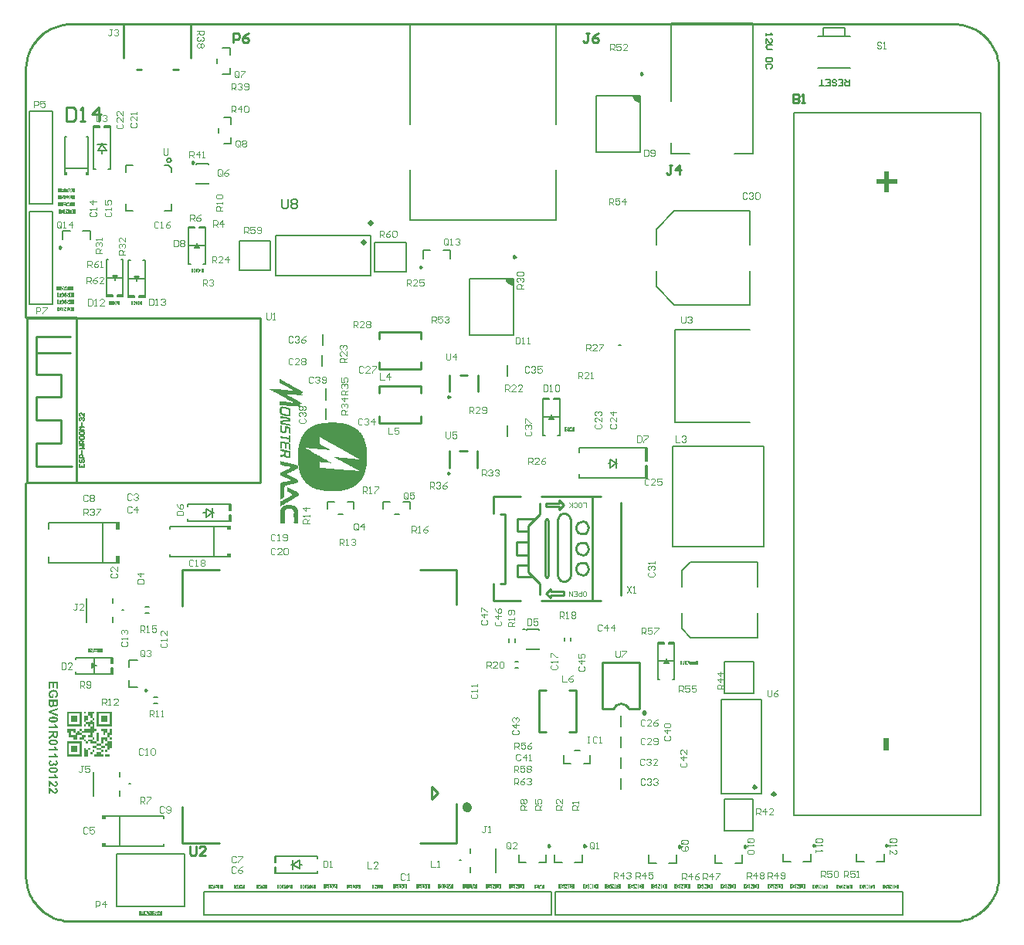
<source format=gto>
G04*
G04 #@! TF.GenerationSoftware,Altium Limited,Altium Designer,21.6.4 (81)*
G04*
G04 Layer_Color=65535*
%FSLAX25Y25*%
%MOIN*%
G70*
G04*
G04 #@! TF.SameCoordinates,66C397C5-0B84-4E1A-9DB0-3B2DC1B0179D*
G04*
G04*
G04 #@! TF.FilePolarity,Positive*
G04*
G01*
G75*
%ADD10C,0.00500*%
%ADD11C,0.01000*%
%ADD12C,0.01181*%
%ADD13C,0.01968*%
%ADD14C,0.00984*%
%ADD15C,0.00787*%
%ADD16C,0.00591*%
%ADD17C,0.00600*%
%ADD18C,0.00394*%
G36*
X265319Y354000D02*
X263819D01*
X262319Y355500D01*
Y356705D01*
X265319D01*
Y354000D01*
D02*
G37*
G36*
X27423Y322320D02*
X25937D01*
Y323520D01*
X27423D01*
Y322320D01*
D02*
G37*
G36*
X18063D02*
X16577D01*
Y323520D01*
X18063D01*
Y322320D01*
D02*
G37*
G36*
X210500Y275000D02*
X209000D01*
X207500Y276500D01*
Y277705D01*
X210500D01*
Y275000D01*
D02*
G37*
G36*
X109920Y234287D02*
X110244Y234060D01*
X111120Y233606D01*
X111217Y233509D01*
X111444Y233412D01*
X111509Y233380D01*
X111736Y233217D01*
X112222Y232958D01*
X112773Y232666D01*
X112838Y232601D01*
X113389Y232310D01*
X113811Y232083D01*
X114038Y231921D01*
X114167Y231888D01*
X114459Y231726D01*
X114524Y231661D01*
X115010Y231402D01*
X115075Y231337D01*
X115626Y231045D01*
X115983Y230851D01*
X116275Y230656D01*
X116566Y230494D01*
X116631Y230429D01*
X116923Y230299D01*
X117215Y230137D01*
X117409Y230008D01*
X117701Y229845D01*
X117896Y229716D01*
X118187Y229554D01*
X118252Y229489D01*
X118317Y229456D01*
X118868Y229165D01*
X118998Y229035D01*
X119257Y228938D01*
X119436Y228792D01*
X119841Y228549D01*
X119890Y228500D01*
X119857Y228435D01*
X119533Y228403D01*
X119403Y228370D01*
X119338Y228208D01*
X119306Y228046D01*
X119160Y227997D01*
X118852Y228143D01*
X118820Y228046D01*
X118852Y227819D01*
X118901Y227771D01*
X119128Y227673D01*
X119355Y227641D01*
X119663Y227592D01*
X119776Y227511D01*
X119792Y227430D01*
X119711Y227349D01*
X119193Y227317D01*
X117490Y227365D01*
X116777Y227398D01*
X116064Y227463D01*
X115772Y227495D01*
X115253Y227527D01*
X114929Y227560D01*
X114151Y227592D01*
X113827Y227625D01*
X113405Y227690D01*
X113130Y227706D01*
X113049Y227625D01*
X113081Y227430D01*
X113227Y227284D01*
X113292Y227252D01*
X113713Y227025D01*
X114329Y226701D01*
X114816Y226441D01*
X115010Y226312D01*
X115983Y225793D01*
X116048Y225728D01*
X116112Y225696D01*
X116534Y225469D01*
X116599Y225404D01*
X116664Y225371D01*
X116891Y225274D01*
X117118Y225144D01*
X117182Y225080D01*
X117604Y224853D01*
X117798Y224723D01*
X118090Y224561D01*
X118155Y224496D01*
X118220Y224464D01*
X118512Y224334D01*
X118674Y224237D01*
X118722Y224188D01*
X118755Y224123D01*
X118836Y224042D01*
X119128Y223912D01*
X119290Y223815D01*
X119306Y223734D01*
X119160Y223685D01*
X118771Y223653D01*
X118722Y223702D01*
X118706Y223912D01*
X118577Y223945D01*
X118285Y223912D01*
X118269Y223864D01*
X118431Y223637D01*
X118512Y223556D01*
X118658Y223475D01*
X118625Y223215D01*
X118512Y223102D01*
X118447Y223069D01*
X118204Y222826D01*
X118252Y222778D01*
X118382Y222745D01*
X118901Y222713D01*
X118966Y222648D01*
X119257Y222486D01*
X119274Y222437D01*
X119225Y222389D01*
X119095Y222356D01*
X118301Y222340D01*
X117944Y222372D01*
X117361Y222405D01*
X116745Y222437D01*
X115707Y222502D01*
X115351Y222534D01*
X114767Y222567D01*
X114475Y222599D01*
X114362Y222616D01*
X114264Y222583D01*
X113794Y222632D01*
X113438Y222664D01*
X113016Y222697D01*
X112757Y222729D01*
X112433Y222761D01*
X112141Y222794D01*
X111881Y222826D01*
X111557Y222859D01*
X111006Y222891D01*
X110585Y222923D01*
X109839Y222956D01*
X109742Y223021D01*
X109677Y223183D01*
X109661Y224464D01*
X109693Y224593D01*
X109725Y224658D01*
X109888Y224723D01*
X110309Y224691D01*
X110406Y224658D01*
X110795Y224593D01*
X111201Y224545D01*
X111638Y224496D01*
X111768Y224464D01*
X112092Y224431D01*
X112222Y224399D01*
X112805Y224366D01*
X112903Y224334D01*
X113211Y224285D01*
X113389Y224269D01*
X113421D01*
X113551Y224237D01*
X113956Y224188D01*
X114151Y224155D01*
X114475Y224091D01*
X114913Y224042D01*
X115043Y224010D01*
X115253Y224058D01*
X115318Y224220D01*
X115172Y224399D01*
X114816Y224593D01*
X114589Y224723D01*
X114427Y224788D01*
X114070Y224982D01*
X113648Y225209D01*
X113454Y225339D01*
X112481Y225858D01*
X112060Y226085D01*
X111865Y226214D01*
X111379Y226474D01*
X111184Y226603D01*
X110698Y226863D01*
X109855Y227317D01*
X109628Y227479D01*
X109417Y227560D01*
X109158Y227722D01*
X108947Y227835D01*
X108656Y227997D01*
X108558Y228095D01*
X108347Y228176D01*
X108234Y228224D01*
X107910Y228451D01*
X107780Y228484D01*
X107553Y228613D01*
X107488Y228678D01*
X107423Y228711D01*
X107002Y228938D01*
X106807Y229067D01*
X106678Y229100D01*
X106370Y229311D01*
X105916Y229538D01*
X105673Y229683D01*
X105446Y229813D01*
X105365Y229894D01*
X105397Y229991D01*
X105446Y230040D01*
X105673Y230072D01*
X106078Y230024D01*
X106402Y229991D01*
X107440Y229927D01*
X107602Y229894D01*
X107796Y229862D01*
X108412Y229829D01*
X108737Y229797D01*
X109093Y229765D01*
X109547Y229732D01*
X110990Y229651D01*
X111217Y229619D01*
X111346Y229586D01*
X111995Y229554D01*
X112092Y229521D01*
X112416Y229489D01*
X112643Y229456D01*
X113211Y229408D01*
X113794Y229375D01*
X114248Y229343D01*
X114832Y229246D01*
X115172Y229229D01*
X115318Y229311D01*
X115351Y229440D01*
X115237Y229651D01*
X115075Y229716D01*
X114864Y229797D01*
X114702Y229862D01*
X114459Y230008D01*
X114297Y230072D01*
X113940Y230267D01*
X112805Y230851D01*
X111703Y231434D01*
X110957Y231823D01*
X110731Y231921D01*
X110503Y232050D01*
X110309Y232180D01*
X110098Y232261D01*
X109839Y232423D01*
X109790Y232472D01*
X109725Y232504D01*
X109677Y232553D01*
X109612Y232715D01*
X109628Y233477D01*
X109612Y234206D01*
X109725Y234320D01*
X109920Y234287D01*
D02*
G37*
G36*
X111444Y222356D02*
X111606Y222291D01*
X111995Y222227D01*
X112368Y222178D01*
X112757Y222113D01*
X113016Y222048D01*
X113470Y221886D01*
X113567Y221854D01*
X113584Y221837D01*
X113648Y221805D01*
X113843Y221675D01*
X113908Y221643D01*
X114151Y221400D01*
X114183Y221335D01*
X114281Y221173D01*
X114346Y221011D01*
X114394Y220800D01*
X114427Y220638D01*
X114443Y220006D01*
X114410Y219908D01*
X114443Y219681D01*
X114410Y218968D01*
X114378Y218871D01*
X114297Y218660D01*
X114102Y218336D01*
X114038Y218303D01*
X113875Y218239D01*
X113746Y218206D01*
X112481Y218239D01*
X112384Y218271D01*
X111930Y218303D01*
X111768Y218368D01*
X111557Y218417D01*
X111168Y218514D01*
X110844Y218579D01*
X110714Y218612D01*
X110520Y218741D01*
X110260Y218903D01*
X110098Y219033D01*
X110066Y219098D01*
X110001Y219163D01*
X109807Y219584D01*
X109742Y219811D01*
X109709Y220330D01*
X109742Y221627D01*
X109936Y221983D01*
X110082Y222162D01*
X110179Y222259D01*
X110244Y222291D01*
X110406Y222356D01*
X110536Y222389D01*
X111444Y222356D01*
D02*
G37*
G36*
X110309Y218271D02*
X110374Y218206D01*
X110585Y218158D01*
X110909Y218125D01*
X111217Y218076D01*
X111379Y218012D01*
X111590Y217963D01*
X111719Y217931D01*
X111881Y217898D01*
X112141Y217866D01*
X112465Y217833D01*
X112660Y217801D01*
X112789Y217769D01*
X112951Y217736D01*
X113130Y217688D01*
X113259Y217655D01*
X113486Y217590D01*
X113794Y217542D01*
X114005Y217460D01*
X114216Y217250D01*
X114248Y217185D01*
X114313Y217023D01*
X114281Y216180D01*
X114200Y216066D01*
X114135Y216034D01*
X113973Y215969D01*
X113503Y215920D01*
X113340Y215888D01*
X112903Y215839D01*
X112303Y215791D01*
X111395Y215726D01*
X111201Y215693D01*
X111038Y215629D01*
X110941Y215564D01*
X110974Y215434D01*
X111022Y215386D01*
X111184Y215321D01*
X111411Y215288D01*
X111541Y215256D01*
X111622Y215240D01*
X111638Y215223D01*
X111865Y215191D01*
X111962Y215159D01*
X112352Y215094D01*
X112724Y215045D01*
X112854Y215013D01*
X113049Y214980D01*
X113405Y214915D01*
X113567Y214851D01*
X113746Y214802D01*
X114135Y214770D01*
X114313Y214624D01*
X114346Y214494D01*
X114313Y214072D01*
X114264Y214024D01*
X113973Y214056D01*
X113908Y214121D01*
X113681Y214186D01*
X113486Y214154D01*
X113389Y214186D01*
X112887Y214235D01*
X112757Y214267D01*
X112595Y214299D01*
X111817Y214429D01*
X111557Y214461D01*
X111266Y214494D01*
X111071Y214526D01*
X110779Y214559D01*
X110650Y214591D01*
X110374Y214737D01*
X110309Y214770D01*
X110082Y214899D01*
X110001Y214980D01*
X109969Y215045D01*
X109904Y215207D01*
X109871Y215337D01*
X109904Y216018D01*
X110066Y216245D01*
X110115Y216293D01*
X110325Y216342D01*
X110585Y216374D01*
X111363Y216439D01*
X111687Y216472D01*
X112643Y216520D01*
X113195Y216553D01*
X113421Y216682D01*
X113470Y216731D01*
X113438Y216861D01*
X113389Y216909D01*
X113162Y216974D01*
X113032Y217007D01*
X112497Y217055D01*
X112076Y217120D01*
X111881Y217153D01*
X111719Y217185D01*
X111298Y217250D01*
X111038Y217282D01*
X110617Y217347D01*
X110455Y217379D01*
X110131Y217412D01*
X109969Y217509D01*
X109936Y217574D01*
X109871Y217736D01*
X109839Y217931D01*
X109871Y218028D01*
X109904Y218158D01*
X110017Y218303D01*
X110309Y218271D01*
D02*
G37*
G36*
X110471Y214218D02*
X110520Y214170D01*
X110552Y214105D01*
X110617Y214040D01*
X110650Y213910D01*
X110601Y213667D01*
X110585Y213197D01*
X110617Y213100D01*
X110585Y212322D01*
X110617Y212224D01*
X110666Y212046D01*
X110795Y211916D01*
X110860Y211884D01*
X110957Y211787D01*
X111022Y211754D01*
X111087Y211689D01*
X111346Y211625D01*
X111638Y211787D01*
X111752Y211900D01*
X111784Y211965D01*
X111849Y212127D01*
X111817Y212646D01*
X111849Y213359D01*
X112011Y213651D01*
X112092Y213732D01*
X112254Y213797D01*
X112384Y213829D01*
X112611Y213862D01*
X113162Y213829D01*
X113259Y213797D01*
X113470Y213748D01*
X113730Y213586D01*
X113924Y213456D01*
X114183Y213197D01*
X114216Y213132D01*
X114281Y212970D01*
X114313Y211868D01*
X114297Y211236D01*
X114329Y211073D01*
X114346Y210863D01*
X114264Y210717D01*
X114135Y210684D01*
X113875Y210717D01*
X113762Y210830D01*
X113730Y210960D01*
X113697Y212614D01*
X113567Y212841D01*
X113519Y212889D01*
X113454Y212922D01*
X113259Y213051D01*
X113130Y213084D01*
X112838Y213051D01*
X112692Y212970D01*
X112660Y212905D01*
X112562Y212678D01*
X112530Y212354D01*
X112546Y211657D01*
X112514Y211495D01*
X112416Y211236D01*
X112319Y211073D01*
X112254Y211041D01*
X112189Y210976D01*
X112125Y210944D01*
X111898Y210846D01*
X111768Y210814D01*
X111314Y210846D01*
X111217Y210879D01*
X111022Y210911D01*
X111006Y210928D01*
X110876Y210960D01*
X110617Y211057D01*
X110358Y211219D01*
X110131Y211446D01*
X110098Y211511D01*
X110033Y211576D01*
X109936Y211803D01*
X109904Y211933D01*
X109871Y212257D01*
X109888Y212468D01*
X109871Y212905D01*
X109904Y213003D01*
X109871Y213910D01*
X109904Y214267D01*
X109985Y214348D01*
X110179Y214381D01*
X110471Y214218D01*
D02*
G37*
G36*
X114135Y210036D02*
X114313Y209890D01*
X114297Y209517D01*
X114329Y207313D01*
X114346Y207199D01*
X114248Y207037D01*
X114038Y206956D01*
X113859Y207005D01*
X113794Y207069D01*
X113762Y207296D01*
Y207815D01*
Y207847D01*
X113730Y207945D01*
X113697Y208074D01*
X113616Y208188D01*
X113454Y208253D01*
X113324Y208285D01*
X113000Y208318D01*
X112611Y208350D01*
X112514Y208383D01*
X112384Y208415D01*
X112157Y208447D01*
X111881Y208496D01*
X111703Y208545D01*
X111233Y208593D01*
X111071Y208626D01*
X110779Y208658D01*
X110585Y208691D01*
X110455Y208723D01*
X110196Y208755D01*
X110033Y208820D01*
X109904Y208950D01*
X109871Y209177D01*
X109904Y209501D01*
X110017Y209614D01*
X110147Y209647D01*
X110568Y209485D01*
X111006Y209436D01*
X111395Y209371D01*
X111557Y209339D01*
X111687Y209307D01*
X112011Y209242D01*
X112141Y209209D01*
X112303Y209177D01*
X112887Y209080D01*
X113049Y209047D01*
X113178Y209015D01*
X113519Y208998D01*
X113681Y209096D01*
X113730Y209242D01*
X113762Y209371D01*
X113730Y209728D01*
X113697Y209825D01*
X113730Y209955D01*
X113811Y210036D01*
X113940Y210068D01*
X114135Y210036D01*
D02*
G37*
G36*
X110698Y207345D02*
X110909Y207296D01*
X111071Y207264D01*
X111460Y207199D01*
X111590Y207167D01*
X111784Y207134D01*
X111946Y207102D01*
X112076Y207069D01*
X112254Y207021D01*
X112481Y206988D01*
X112854Y206940D01*
X113243Y206842D01*
X113535Y206810D01*
X113665Y206778D01*
X113924Y206615D01*
X114151Y206324D01*
X114281Y206194D01*
X114313Y205999D01*
X114281Y205902D01*
X114297Y205011D01*
X114281Y204378D01*
X114313Y204281D01*
X114281Y203827D01*
X114200Y203746D01*
X114038Y203714D01*
X113827Y203860D01*
X113730Y204087D01*
X113762Y204994D01*
X113730Y205902D01*
X113584Y206081D01*
X113113Y206162D01*
X112984Y206194D01*
X112773Y206210D01*
X112611Y206113D01*
X112562Y206064D01*
X112497Y205805D01*
X112530Y205092D01*
X112514Y204719D01*
X112530Y204346D01*
X112384Y204200D01*
X112206Y204184D01*
X112044Y204216D01*
X111881Y204314D01*
X111817Y204476D01*
X111849Y204703D01*
X111817Y206194D01*
X111703Y206340D01*
X111541Y206405D01*
X111233Y206453D01*
X110795Y206470D01*
X110617Y206324D01*
X110585Y206194D01*
Y205675D01*
Y205643D01*
X110601Y204589D01*
X110568Y204460D01*
X110471Y204362D01*
X110277Y204330D01*
X109985Y204492D01*
X109936Y204540D01*
X109871Y204703D01*
X109904Y205513D01*
X109936Y207102D01*
X110082Y207280D01*
X110244Y207345D01*
X110568Y207377D01*
X110698Y207345D01*
D02*
G37*
G36*
X110374Y203908D02*
X110536Y203843D01*
X111136Y203795D01*
X111298Y203762D01*
X111492Y203730D01*
X111752Y203665D01*
X112027Y203584D01*
X112157Y203552D01*
X112497Y203503D01*
X112887Y203438D01*
X113016Y203406D01*
X113195Y203357D01*
X113324Y203325D01*
X113616Y203260D01*
X113713Y203227D01*
X114038Y203195D01*
X114167Y203163D01*
X114281Y203049D01*
X114313Y202920D01*
X114281Y202012D01*
X114313Y201817D01*
X114281Y201720D01*
X114248Y200682D01*
X114183Y200520D01*
X114054Y200293D01*
X113875Y200212D01*
X113746Y200180D01*
X113519Y200147D01*
X113016Y200196D01*
X112822Y200229D01*
X112562Y200293D01*
X112287Y200439D01*
X112108Y200585D01*
X111768Y200925D01*
X111622Y200942D01*
X111460Y200877D01*
X111249Y200796D01*
X110487Y200682D01*
X110212Y200569D01*
X110017Y200601D01*
X109936Y200650D01*
X109904Y200780D01*
X109871Y201104D01*
X109920Y201282D01*
X110001Y201396D01*
X110179Y201477D01*
X110309Y201509D01*
X110617Y201558D01*
X110779Y201590D01*
X110974Y201623D01*
X111266Y201655D01*
X111395Y201687D01*
X111444Y201736D01*
X111492Y201752D01*
X111557Y201914D01*
X111622Y202141D01*
X111590Y202757D01*
X111444Y202936D01*
X111184Y203000D01*
X110763Y203033D01*
X110633Y203065D01*
X110309Y203130D01*
X110277D01*
X110066Y203179D01*
X109952Y203260D01*
X109871Y203471D01*
X109904Y203795D01*
X109985Y203908D01*
X110115Y203941D01*
X110374Y203908D01*
D02*
G37*
G36*
X133375Y215437D02*
X133925Y215429D01*
X133951Y215420D01*
X134253Y215407D01*
X134410Y215398D01*
X134654Y215381D01*
X134995Y215354D01*
X135257Y215328D01*
X135335Y215319D01*
X135510Y215302D01*
X135589Y215293D01*
X135658Y215284D01*
X135776Y215271D01*
X135811Y215263D01*
X135929Y215250D01*
X136069Y215232D01*
X136409Y215180D01*
X136462Y215171D01*
X136575Y215154D01*
X136732Y215127D01*
X136776Y215119D01*
X136828Y215110D01*
X136916Y215092D01*
X136968Y215084D01*
X137012Y215075D01*
X137064Y215066D01*
X137108Y215057D01*
X137160Y215049D01*
X137195Y215040D01*
X137282Y215023D01*
X137317Y215014D01*
X137448Y214988D01*
X137483Y214979D01*
X137570Y214962D01*
X137605Y214953D01*
X137649Y214944D01*
X137684Y214935D01*
X137728Y214927D01*
X138042Y214848D01*
X138085Y214839D01*
X138190Y214813D01*
X138238Y214800D01*
X138273Y214791D01*
X138334Y214774D01*
X138369Y214765D01*
X138491Y214730D01*
X138526Y214721D01*
X138588Y214704D01*
X138622Y214695D01*
X138684Y214678D01*
X138911Y214608D01*
X139050Y214564D01*
X139395Y214446D01*
X139570Y214385D01*
X139692Y214342D01*
X139762Y214315D01*
X139805Y214298D01*
X139875Y214272D01*
X139963Y214237D01*
X140032Y214211D01*
X140076Y214193D01*
X140146Y214167D01*
X140190Y214149D01*
X140238Y214128D01*
X140604Y213970D01*
X140971Y213796D01*
X141347Y213604D01*
X141513Y213516D01*
X141696Y213412D01*
X141766Y213368D01*
X141844Y213324D01*
X141966Y213255D01*
X142028Y213211D01*
X142089Y213176D01*
X142141Y213141D01*
X142159Y213132D01*
X142220Y213089D01*
X142237Y213080D01*
X142416Y212962D01*
X142469Y212927D01*
X142621Y212818D01*
X142639Y212809D01*
X142656Y212792D01*
X142674Y212783D01*
X142905Y212613D01*
X142918Y212600D01*
X142936Y212591D01*
X142953Y212574D01*
X142971Y212565D01*
X142997Y212539D01*
X143014Y212530D01*
X143032Y212512D01*
X143049Y212504D01*
X143075Y212477D01*
X143093Y212469D01*
X143110Y212451D01*
X143128Y212443D01*
X143154Y212416D01*
X143171Y212408D01*
X143189Y212390D01*
X143206Y212382D01*
X143241Y212347D01*
X143259Y212338D01*
X143302Y212294D01*
X143320Y212285D01*
X143363Y212242D01*
X143381Y212233D01*
X143425Y212189D01*
X143442Y212181D01*
X143486Y212137D01*
X143503Y212128D01*
X143547Y212085D01*
X143564Y212076D01*
X143652Y211989D01*
X143669Y211980D01*
X143809Y211840D01*
X143826Y211831D01*
X144127Y211530D01*
X144136Y211513D01*
X144311Y211338D01*
X144319Y211321D01*
X144363Y211277D01*
X144372Y211260D01*
X144424Y211207D01*
X144433Y211190D01*
X144477Y211146D01*
X144485Y211129D01*
X144538Y211076D01*
X144546Y211059D01*
X144590Y211015D01*
X144599Y210998D01*
X144642Y210954D01*
X144651Y210936D01*
X144669Y210919D01*
X144677Y210901D01*
X144704Y210875D01*
X144712Y210858D01*
X144730Y210840D01*
X144739Y210823D01*
X144765Y210797D01*
X144773Y210779D01*
X144791Y210762D01*
X144800Y210744D01*
X144826Y210718D01*
X144835Y210701D01*
X144852Y210683D01*
X144861Y210666D01*
X144887Y210640D01*
X144896Y210622D01*
X144913Y210605D01*
X144922Y210587D01*
X144948Y210561D01*
X144957Y210544D01*
X145088Y210360D01*
X145097Y210343D01*
X145114Y210325D01*
X145123Y210308D01*
X145166Y210247D01*
X145175Y210229D01*
X145193Y210212D01*
X145201Y210194D01*
X145262Y210107D01*
X145271Y210090D01*
X145332Y209994D01*
X145341Y209976D01*
X145376Y209924D01*
X145385Y209906D01*
X145420Y209854D01*
X145428Y209836D01*
X145463Y209784D01*
X145472Y209767D01*
X145507Y209714D01*
X145516Y209697D01*
X145551Y209636D01*
X145603Y209540D01*
X145690Y209382D01*
X145743Y209286D01*
X146022Y208719D01*
X146048Y208658D01*
X146066Y208614D01*
X146144Y208431D01*
X146162Y208387D01*
X146214Y208265D01*
X146249Y208177D01*
X146350Y207902D01*
X146419Y207710D01*
X146450Y207610D01*
X146572Y207226D01*
X146729Y206676D01*
X146860Y206152D01*
X146873Y206095D01*
X146882Y206051D01*
X146891Y206016D01*
X146899Y205973D01*
X146908Y205938D01*
X146917Y205894D01*
X146926Y205859D01*
X146934Y205816D01*
X146952Y205746D01*
X146961Y205702D01*
X146969Y205667D01*
X146978Y205624D01*
X146987Y205571D01*
X147057Y205222D01*
X147065Y205170D01*
X147083Y205082D01*
X147170Y204558D01*
X147253Y203952D01*
X147262Y203917D01*
X147275Y203790D01*
X147292Y203650D01*
X147301Y203572D01*
X147310Y203502D01*
X147319Y203423D01*
X147327Y203336D01*
X147336Y203240D01*
X147345Y203153D01*
X147353Y203057D01*
X147362Y202969D01*
X147371Y202873D01*
X147380Y202760D01*
X147397Y202515D01*
X147406Y202402D01*
X147415Y202280D01*
X147441Y201738D01*
X147454Y201201D01*
X147463Y200983D01*
X147454Y199900D01*
X147445Y199874D01*
X147432Y199477D01*
X147423Y199276D01*
X147415Y199136D01*
X147388Y198770D01*
X147371Y198551D01*
X147345Y198263D01*
X147336Y198176D01*
X147327Y198080D01*
X147310Y197923D01*
X147292Y197783D01*
X147284Y197705D01*
X147275Y197635D01*
X147266Y197556D01*
X147249Y197416D01*
X147231Y197303D01*
X147170Y196884D01*
X147126Y196622D01*
X147118Y196578D01*
X147092Y196421D01*
X147083Y196378D01*
X147065Y196273D01*
X147030Y196098D01*
X147022Y196063D01*
X146952Y195714D01*
X146943Y195679D01*
X146934Y195635D01*
X146908Y195531D01*
X146899Y195487D01*
X146873Y195382D01*
X146865Y195338D01*
X146838Y195234D01*
X146830Y195190D01*
X146795Y195050D01*
X146782Y195002D01*
X146773Y194967D01*
X146755Y194906D01*
X146738Y194836D01*
X146721Y194775D01*
X146703Y194705D01*
X146686Y194644D01*
X146677Y194609D01*
X146659Y194548D01*
X146581Y194286D01*
X146546Y194173D01*
X146520Y194086D01*
X146306Y193461D01*
X146288Y193418D01*
X146262Y193348D01*
X146245Y193304D01*
X146219Y193234D01*
X146201Y193191D01*
X146149Y193051D01*
X146096Y192920D01*
X145895Y192457D01*
X145878Y192414D01*
X145795Y192243D01*
X145690Y192025D01*
X145594Y191842D01*
X145455Y191580D01*
X145411Y191501D01*
X145367Y191431D01*
X145324Y191353D01*
X145280Y191283D01*
X145271Y191265D01*
X145228Y191196D01*
X145219Y191178D01*
X145175Y191108D01*
X145166Y191091D01*
X145123Y191030D01*
X145114Y191012D01*
X145070Y190951D01*
X145062Y190934D01*
X145018Y190873D01*
X145009Y190855D01*
X144966Y190794D01*
X144957Y190777D01*
X144913Y190715D01*
X144904Y190698D01*
X144861Y190637D01*
X144852Y190619D01*
X144835Y190602D01*
X144826Y190584D01*
X144808Y190567D01*
X144800Y190550D01*
X144782Y190532D01*
X144773Y190515D01*
X144756Y190497D01*
X144747Y190480D01*
X144730Y190462D01*
X144721Y190445D01*
X144704Y190427D01*
X144695Y190410D01*
X144677Y190392D01*
X144669Y190375D01*
X144651Y190357D01*
X144642Y190340D01*
X144625Y190322D01*
X144616Y190305D01*
X144599Y190288D01*
X144590Y190270D01*
X144573Y190253D01*
X144564Y190235D01*
X144529Y190200D01*
X144520Y190183D01*
X144485Y190148D01*
X144477Y190130D01*
X144450Y190104D01*
X144442Y190087D01*
X144407Y190052D01*
X144398Y190034D01*
X144354Y189991D01*
X144346Y189973D01*
X144293Y189921D01*
X144285Y189903D01*
X144232Y189851D01*
X144223Y189834D01*
X144136Y189746D01*
X144127Y189729D01*
X143652Y189253D01*
X143634Y189244D01*
X143538Y189148D01*
X143521Y189139D01*
X143468Y189087D01*
X143451Y189078D01*
X143390Y189017D01*
X143372Y189008D01*
X143328Y188965D01*
X143311Y188956D01*
X143276Y188921D01*
X143259Y188912D01*
X143224Y188877D01*
X143206Y188869D01*
X143171Y188834D01*
X143154Y188825D01*
X143119Y188790D01*
X143102Y188781D01*
X143084Y188764D01*
X143067Y188755D01*
X143040Y188729D01*
X143023Y188720D01*
X143006Y188703D01*
X142988Y188694D01*
X142962Y188668D01*
X142944Y188659D01*
X142927Y188642D01*
X142909Y188633D01*
X142883Y188607D01*
X142866Y188598D01*
X142848Y188581D01*
X142831Y188572D01*
X142722Y188489D01*
X142569Y188380D01*
X142552Y188371D01*
X142534Y188354D01*
X142517Y188345D01*
X142455Y188301D01*
X142438Y188293D01*
X142420Y188275D01*
X142403Y188266D01*
X142351Y188231D01*
X142333Y188223D01*
X142272Y188179D01*
X142255Y188170D01*
X142193Y188127D01*
X142176Y188118D01*
X142124Y188083D01*
X142106Y188074D01*
X142054Y188039D01*
X142036Y188031D01*
X141984Y187996D01*
X141966Y187987D01*
X141914Y187952D01*
X141897Y187943D01*
X141835Y187908D01*
X141766Y187865D01*
X141687Y187821D01*
X141626Y187786D01*
X141469Y187699D01*
X141373Y187646D01*
X141189Y187550D01*
X140744Y187332D01*
X140613Y187271D01*
X140456Y187201D01*
X140395Y187175D01*
X140316Y187140D01*
X140273Y187123D01*
X140211Y187096D01*
X140168Y187079D01*
X140107Y187053D01*
X139932Y186983D01*
X139875Y186961D01*
X139788Y186926D01*
X139718Y186900D01*
X139526Y186830D01*
X139378Y186778D01*
X139042Y186669D01*
X138876Y186616D01*
X138614Y186538D01*
X138553Y186520D01*
X138518Y186511D01*
X138396Y186477D01*
X138361Y186468D01*
X138299Y186450D01*
X138090Y186398D01*
X138029Y186380D01*
X137994Y186372D01*
X137937Y186359D01*
X137832Y186332D01*
X137789Y186324D01*
X137719Y186306D01*
X137675Y186298D01*
X137640Y186289D01*
X137553Y186271D01*
X137518Y186263D01*
X137474Y186254D01*
X137439Y186245D01*
X137352Y186228D01*
X137300Y186219D01*
X137125Y186184D01*
X137073Y186175D01*
X137029Y186167D01*
X136977Y186158D01*
X136933Y186149D01*
X136671Y186105D01*
X136558Y186088D01*
X136195Y186040D01*
X136160Y186031D01*
X136042Y186018D01*
X135833Y185992D01*
X135746Y185983D01*
X135667Y185974D01*
X135580Y185966D01*
X135501Y185957D01*
X135414Y185948D01*
X135030Y185913D01*
X134925Y185905D01*
X134803Y185896D01*
X134689Y185887D01*
X134567Y185878D01*
X134427Y185870D01*
X134279Y185861D01*
X134122Y185852D01*
X133938Y185844D01*
X133729Y185835D01*
X133484Y185826D01*
X133161Y185817D01*
X132100Y185813D01*
X132074Y185822D01*
X131323Y185830D01*
X131297Y185839D01*
X130939Y185848D01*
X130913Y185857D01*
X130621Y185870D01*
X130254Y185896D01*
X130140Y185905D01*
X130035Y185913D01*
X129555Y185957D01*
X129084Y186009D01*
X129014Y186018D01*
X128896Y186031D01*
X128861Y186040D01*
X128752Y186053D01*
X128634Y186066D01*
X128599Y186075D01*
X128499Y186088D01*
X128446Y186097D01*
X128106Y186149D01*
X127896Y186184D01*
X127853Y186193D01*
X127748Y186210D01*
X127704Y186219D01*
X127652Y186228D01*
X127608Y186236D01*
X127556Y186245D01*
X127076Y186341D01*
X127041Y186350D01*
X126997Y186359D01*
X126927Y186376D01*
X126884Y186385D01*
X126814Y186402D01*
X126770Y186411D01*
X126735Y186420D01*
X126691Y186428D01*
X126622Y186446D01*
X126578Y186455D01*
X126508Y186472D01*
X126460Y186485D01*
X126251Y186538D01*
X126189Y186555D01*
X126085Y186581D01*
X125901Y186634D01*
X125814Y186660D01*
X125631Y186712D01*
X125334Y186808D01*
X125094Y186891D01*
X124998Y186926D01*
X124875Y186970D01*
X124683Y187040D01*
X124596Y187074D01*
X124522Y187105D01*
X124304Y187192D01*
X124242Y187219D01*
X124146Y187262D01*
X124068Y187297D01*
X123972Y187341D01*
X123893Y187376D01*
X123361Y187646D01*
X123282Y187690D01*
X123221Y187725D01*
X123142Y187769D01*
X123020Y187838D01*
X122968Y187873D01*
X122950Y187882D01*
X122889Y187926D01*
X122828Y187961D01*
X122623Y188096D01*
X122571Y188131D01*
X122557Y188144D01*
X122540Y188153D01*
X122247Y188367D01*
X122234Y188380D01*
X122217Y188389D01*
X122191Y188415D01*
X122173Y188424D01*
X122147Y188450D01*
X122130Y188458D01*
X122095Y188493D01*
X122077Y188502D01*
X122051Y188528D01*
X122034Y188537D01*
X122007Y188563D01*
X121990Y188572D01*
X121938Y188624D01*
X121920Y188633D01*
X121841Y188712D01*
X121824Y188720D01*
X121745Y188799D01*
X121728Y188808D01*
X121510Y189026D01*
X121492Y189035D01*
X121069Y189458D01*
X121060Y189476D01*
X120859Y189676D01*
X120851Y189694D01*
X120728Y189816D01*
X120720Y189834D01*
X120641Y189912D01*
X120632Y189930D01*
X120562Y189999D01*
X120554Y190017D01*
X120501Y190069D01*
X120492Y190087D01*
X120449Y190130D01*
X120440Y190148D01*
X120405Y190183D01*
X120396Y190200D01*
X120353Y190244D01*
X120344Y190261D01*
X120309Y190296D01*
X120300Y190314D01*
X120274Y190340D01*
X120265Y190357D01*
X120239Y190384D01*
X120231Y190401D01*
X120204Y190427D01*
X120196Y190445D01*
X120169Y190471D01*
X120161Y190488D01*
X120134Y190515D01*
X120126Y190532D01*
X120108Y190550D01*
X120100Y190567D01*
X120082Y190584D01*
X120073Y190602D01*
X120056Y190619D01*
X120047Y190637D01*
X119964Y190746D01*
X119929Y190798D01*
X119899Y190838D01*
X119890Y190855D01*
X119846Y190916D01*
X119838Y190934D01*
X119776Y191021D01*
X119768Y191038D01*
X119733Y191091D01*
X119724Y191108D01*
X119681Y191169D01*
X119646Y191230D01*
X119602Y191300D01*
X119593Y191318D01*
X119550Y191388D01*
X119541Y191405D01*
X119506Y191466D01*
X119419Y191623D01*
X119349Y191754D01*
X119096Y192270D01*
X119043Y192383D01*
X118973Y192540D01*
X118869Y192785D01*
X118851Y192828D01*
X118825Y192889D01*
X118807Y192933D01*
X118781Y192994D01*
X118729Y193125D01*
X118707Y193182D01*
X118681Y193252D01*
X118663Y193295D01*
X118611Y193435D01*
X118576Y193540D01*
X118572Y193544D01*
X118559Y193592D01*
X118541Y193636D01*
X118458Y193894D01*
X118423Y194007D01*
X118397Y194094D01*
X118362Y194208D01*
X118327Y194330D01*
X118318Y194365D01*
X118301Y194426D01*
X118292Y194461D01*
X118275Y194522D01*
X118266Y194557D01*
X118249Y194618D01*
X118179Y194898D01*
X118166Y194954D01*
X118131Y195094D01*
X118122Y195138D01*
X118113Y195173D01*
X118096Y195260D01*
X118087Y195295D01*
X118078Y195338D01*
X118070Y195373D01*
X118052Y195461D01*
X118043Y195496D01*
X118000Y195714D01*
X117991Y195766D01*
X117947Y195985D01*
X117886Y196351D01*
X117877Y196395D01*
X117869Y196447D01*
X117851Y196561D01*
X117816Y196797D01*
X117786Y197037D01*
X117777Y197072D01*
X117751Y197307D01*
X117742Y197342D01*
X117729Y197460D01*
X117720Y197547D01*
X117685Y197862D01*
X117677Y197949D01*
X117659Y198141D01*
X117650Y198246D01*
X117633Y198438D01*
X117598Y198927D01*
X117572Y199398D01*
X117563Y199617D01*
X117554Y199852D01*
X117546Y200193D01*
X117541Y201446D01*
X117550Y201472D01*
X117559Y202013D01*
X117568Y202040D01*
X117581Y202367D01*
X117589Y202542D01*
X117607Y202786D01*
X117624Y203039D01*
X117633Y203144D01*
X117659Y203432D01*
X117668Y203537D01*
X117677Y203615D01*
X117685Y203703D01*
X117742Y204214D01*
X117751Y204248D01*
X117781Y204497D01*
X117799Y204611D01*
X117825Y204785D01*
X117860Y205012D01*
X117877Y205117D01*
X117886Y205161D01*
X117904Y205266D01*
X117912Y205309D01*
X117930Y205414D01*
X118035Y205938D01*
X118052Y206008D01*
X118061Y206051D01*
X118078Y206121D01*
X118087Y206165D01*
X118096Y206200D01*
X118105Y206243D01*
X118122Y206313D01*
X118131Y206357D01*
X118140Y206392D01*
X118153Y206440D01*
X118187Y206580D01*
X118205Y206641D01*
X118240Y206781D01*
X118266Y206868D01*
X118283Y206929D01*
X118310Y207016D01*
X118327Y207077D01*
X118353Y207165D01*
X118515Y207641D01*
X118594Y207850D01*
X118628Y207946D01*
X118646Y207990D01*
X118703Y208125D01*
X118729Y208186D01*
X118746Y208230D01*
X118772Y208291D01*
X118790Y208335D01*
X118842Y208457D01*
X118860Y208501D01*
X118930Y208649D01*
X119052Y208911D01*
X119314Y209426D01*
X119392Y209574D01*
X119462Y209697D01*
X119506Y209767D01*
X119558Y209863D01*
X119602Y209932D01*
X119654Y210028D01*
X119689Y210081D01*
X119698Y210098D01*
X119742Y210159D01*
X119750Y210177D01*
X119785Y210229D01*
X119794Y210247D01*
X119838Y210308D01*
X119846Y210325D01*
X119982Y210530D01*
X120017Y210583D01*
X120030Y210596D01*
X120038Y210613D01*
X120296Y210967D01*
X120318Y210998D01*
X120335Y211015D01*
X120344Y211033D01*
X120370Y211059D01*
X120379Y211076D01*
X120405Y211102D01*
X120414Y211120D01*
X120440Y211146D01*
X120449Y211163D01*
X120466Y211181D01*
X120475Y211198D01*
X120501Y211225D01*
X120510Y211242D01*
X120536Y211268D01*
X120545Y211286D01*
X120571Y211312D01*
X120580Y211329D01*
X120615Y211364D01*
X120624Y211382D01*
X120676Y211434D01*
X120685Y211452D01*
X120737Y211504D01*
X120746Y211522D01*
X120807Y211583D01*
X120816Y211600D01*
X120868Y211652D01*
X120877Y211670D01*
X120947Y211740D01*
X120955Y211757D01*
X121243Y212045D01*
X121252Y212063D01*
X121291Y212102D01*
X121309Y212111D01*
X121414Y212216D01*
X121431Y212224D01*
X121536Y212329D01*
X121553Y212338D01*
X121649Y212434D01*
X121667Y212443D01*
X121702Y212477D01*
X121719Y212486D01*
X121754Y212521D01*
X121772Y212530D01*
X121807Y212565D01*
X121824Y212574D01*
X121859Y212609D01*
X121876Y212617D01*
X121911Y212652D01*
X121929Y212661D01*
X121964Y212696D01*
X121981Y212704D01*
X122016Y212739D01*
X122034Y212748D01*
X122051Y212766D01*
X122069Y212774D01*
X122086Y212792D01*
X122103Y212801D01*
X122121Y212818D01*
X122138Y212827D01*
X122164Y212853D01*
X122182Y212862D01*
X122199Y212879D01*
X122217Y212888D01*
X122234Y212905D01*
X122252Y212914D01*
X122269Y212931D01*
X122287Y212940D01*
X122304Y212958D01*
X122322Y212966D01*
X122339Y212984D01*
X122357Y212993D01*
X122374Y213010D01*
X122391Y213019D01*
X122409Y213036D01*
X122426Y213045D01*
X122487Y213089D01*
X122505Y213097D01*
X122566Y213141D01*
X122584Y213150D01*
X122601Y213167D01*
X122618Y213176D01*
X122680Y213220D01*
X122697Y213228D01*
X122758Y213272D01*
X122776Y213281D01*
X122837Y213324D01*
X122898Y213359D01*
X122968Y213403D01*
X122985Y213412D01*
X123055Y213455D01*
X123073Y213464D01*
X123125Y213499D01*
X123142Y213508D01*
X123212Y213551D01*
X123230Y213560D01*
X123308Y213604D01*
X123422Y213665D01*
X123614Y213770D01*
X124129Y214023D01*
X124190Y214049D01*
X124269Y214084D01*
X124574Y214215D01*
X124662Y214250D01*
X124718Y214272D01*
X124762Y214289D01*
X124832Y214315D01*
X124875Y214333D01*
X124945Y214359D01*
X124989Y214376D01*
X125111Y214420D01*
X125604Y214582D01*
X125779Y214634D01*
X125840Y214651D01*
X126015Y214704D01*
X126085Y214721D01*
X126146Y214739D01*
X126286Y214774D01*
X126347Y214791D01*
X126591Y214852D01*
X126648Y214865D01*
X126683Y214874D01*
X126726Y214883D01*
X126761Y214892D01*
X126805Y214900D01*
X126840Y214909D01*
X126884Y214918D01*
X126918Y214927D01*
X126962Y214935D01*
X127032Y214953D01*
X127084Y214962D01*
X127303Y215005D01*
X127355Y215014D01*
X127530Y215049D01*
X128106Y215145D01*
X128224Y215158D01*
X128259Y215167D01*
X128359Y215180D01*
X128669Y215219D01*
X128704Y215228D01*
X128839Y215241D01*
X128918Y215250D01*
X128988Y215258D01*
X129224Y215284D01*
X129800Y215337D01*
X130298Y215372D01*
X130555Y215385D01*
X130695Y215394D01*
X130913Y215402D01*
X130974Y215411D01*
X131703Y215433D01*
X132140Y215442D01*
X133349Y215446D01*
X133375Y215437D01*
D02*
G37*
G36*
X110341Y198818D02*
X110633Y198688D01*
X110860Y198624D01*
X111087Y198591D01*
X111217Y198559D01*
X111492Y198510D01*
X111654Y198478D01*
X112027Y198364D01*
X112287Y198299D01*
X112562Y198251D01*
X112724Y198218D01*
X112984Y198153D01*
X113259Y198073D01*
X113470Y198024D01*
X113600Y197991D01*
X114248Y197862D01*
X114637Y197765D01*
X114913Y197683D01*
X115172Y197619D01*
X115707Y197505D01*
X116096Y197408D01*
X116372Y197327D01*
X116647Y197278D01*
X116809Y197213D01*
X117312Y196938D01*
X117377Y196905D01*
X117507Y196776D01*
X117571Y196743D01*
X117652Y196662D01*
X117685Y196597D01*
X117750Y196435D01*
X117717Y196143D01*
X117555Y195916D01*
X117328Y195689D01*
X117312Y195641D01*
X117247Y195608D01*
X117182Y195544D01*
X116955Y195414D01*
X116891Y195349D01*
X116826Y195317D01*
X116728Y195219D01*
X116323Y195073D01*
X116275Y195025D01*
X116210Y194992D01*
X115918Y194863D01*
X115626Y194701D01*
X115334Y194571D01*
X115043Y194409D01*
X114621Y194214D01*
X114556Y194182D01*
X114297Y194020D01*
X113989Y193906D01*
X113730Y193744D01*
X113551Y193663D01*
X113421Y193631D01*
X113211Y193550D01*
X113097Y193469D01*
X113049Y193323D01*
X113081Y193128D01*
X113130Y193047D01*
X113357Y192950D01*
X113535Y192901D01*
X113713Y192788D01*
X114070Y192626D01*
X114362Y192464D01*
X114718Y192301D01*
X114945Y192172D01*
X115367Y191977D01*
X116307Y191491D01*
X116599Y191361D01*
X116826Y191232D01*
X117053Y191069D01*
X117280Y190940D01*
X117328Y190891D01*
X117361Y190826D01*
X117490Y190697D01*
X117523Y190632D01*
X117652Y190502D01*
X117685Y190437D01*
X117750Y190275D01*
X117717Y190080D01*
X117588Y189854D01*
X117409Y189675D01*
X117182Y189546D01*
X116988Y189416D01*
X116826Y189351D01*
X116566Y189286D01*
X116048Y189124D01*
X115545Y189011D01*
X115415Y188978D01*
X115253Y188946D01*
X115124Y188913D01*
X114962Y188881D01*
X114783Y188832D01*
X114654Y188800D01*
X114427Y188735D01*
X114167Y188670D01*
X113778Y188605D01*
X113648Y188573D01*
X113324Y188476D01*
X113065Y188411D01*
X112838Y188378D01*
X112708Y188346D01*
X112497Y188297D01*
X112335Y188233D01*
X112076Y188070D01*
X111979Y187973D01*
X111946Y187908D01*
X111881Y187844D01*
X111784Y187617D01*
X111752Y187390D01*
X111719Y186968D01*
X111736Y185266D01*
X111719Y184083D01*
X111752Y183985D01*
X111719Y183434D01*
X111574Y183159D01*
X111509Y183126D01*
X111087Y182899D01*
X111022Y182834D01*
X110731Y182705D01*
X110439Y182543D01*
X110309Y182413D01*
X110147Y182348D01*
X110050Y182316D01*
X109904Y182397D01*
X109871Y182526D01*
X109888Y183061D01*
X109871Y188978D01*
X110001Y189205D01*
X110082Y189286D01*
X110147Y189319D01*
X110212Y189383D01*
X110503Y189513D01*
X110812Y189627D01*
X111071Y189724D01*
X111249Y189772D01*
X111574Y189805D01*
X111800Y189837D01*
X111930Y189870D01*
X112303Y189918D01*
X112789Y190016D01*
X113178Y190080D01*
X113292Y190097D01*
X113324D01*
X113454Y190129D01*
X113762Y190178D01*
X114054Y190210D01*
X114167Y190259D01*
X114281Y190372D01*
X114313Y190599D01*
X114183Y190826D01*
X113973Y190907D01*
X113681Y191069D01*
X113454Y191167D01*
X113243Y191248D01*
X113000Y191394D01*
X112822Y191442D01*
X112562Y191540D01*
X112449Y191588D01*
X112092Y191750D01*
X111784Y191864D01*
X111541Y192010D01*
X111363Y192058D01*
X111103Y192156D01*
X111055Y192204D01*
X110990Y192237D01*
X110503Y192496D01*
X110439Y192561D01*
X110374Y192593D01*
X110001Y192869D01*
X109969Y192934D01*
X109839Y193225D01*
X109871Y193452D01*
X110082Y193760D01*
X110147Y193825D01*
X110212Y193858D01*
X110439Y194020D01*
X110503Y194052D01*
X110698Y194182D01*
X110828Y194214D01*
X111120Y194376D01*
X111184Y194441D01*
X111314Y194474D01*
X111411Y194506D01*
X111622Y194587D01*
X111962Y194765D01*
X112368Y194911D01*
X112741Y195090D01*
X113146Y195236D01*
X113421Y195381D01*
X113681Y195479D01*
X114167Y195738D01*
X114248Y195819D01*
X114281Y195884D01*
X114313Y195981D01*
X114281Y196143D01*
X114135Y196289D01*
X113811Y196387D01*
X113681Y196419D01*
X113211Y196468D01*
X112789Y196532D01*
X112595Y196565D01*
X112270Y196630D01*
X111881Y196695D01*
X111444Y196743D01*
X111103Y196824D01*
X110650Y196986D01*
X110487Y197051D01*
X110179Y197197D01*
X110001Y197343D01*
X109936Y197408D01*
X109871Y197635D01*
X109904Y198737D01*
X109985Y198818D01*
X110115Y198851D01*
X110341Y198818D01*
D02*
G37*
G36*
X113292Y187503D02*
X113357Y187438D01*
X113421Y187406D01*
X113616Y187276D01*
X114167Y187017D01*
X115043Y186563D01*
X116048Y186076D01*
X116275Y185947D01*
X116534Y185785D01*
X116664Y185752D01*
X117280Y185428D01*
X117685Y185120D01*
X117912Y184634D01*
X117879Y184374D01*
X117652Y183953D01*
X117571Y183839D01*
X117507Y183807D01*
X117215Y183515D01*
X117150Y183483D01*
X116728Y183256D01*
X116664Y183191D01*
X116372Y183061D01*
X116145Y182932D01*
X116080Y182867D01*
X116015Y182834D01*
X115561Y182575D01*
X115367Y182445D01*
X115237Y182413D01*
X115010Y182251D01*
X114589Y182024D01*
X114394Y181894D01*
X113973Y181667D01*
X113908Y181602D01*
X113421Y181343D01*
X113227Y181213D01*
X112870Y181019D01*
X112676Y180889D01*
X112465Y180808D01*
X112384Y180727D01*
X112319Y180694D01*
X111898Y180468D01*
X111671Y180306D01*
X111184Y180046D01*
X110990Y179916D01*
X110698Y179754D01*
X110536Y179657D01*
X110309Y179527D01*
X110179Y179398D01*
X110050Y179365D01*
X109904Y179446D01*
X109871Y179576D01*
X109888Y180759D01*
X109871Y181132D01*
X110033Y181359D01*
X110082Y181408D01*
X110439Y181602D01*
X110568Y181700D01*
X110601D01*
X111087Y181959D01*
X111638Y182251D01*
X111833Y182380D01*
X111962Y182413D01*
X112319Y182640D01*
X112741Y182867D01*
X112805Y182932D01*
X113016Y183013D01*
X113178Y183078D01*
X113292Y183159D01*
X113357Y183223D01*
X113584Y183321D01*
X113648Y183353D01*
X113973Y183548D01*
X114183Y183629D01*
X114362Y183742D01*
X114459Y183839D01*
X114524Y183872D01*
X114832Y184083D01*
X114929Y184309D01*
X114897Y184601D01*
X114556Y184942D01*
X114264Y185104D01*
X113973Y185233D01*
X113762Y185315D01*
X113567Y185444D01*
X113243Y185574D01*
X113130Y185655D01*
X113016Y185768D01*
X112951Y185995D01*
X112984Y186936D01*
X112951Y187033D01*
X112984Y187454D01*
X113065Y187536D01*
X113292Y187503D01*
D02*
G37*
G36*
X114556Y179916D02*
X114654Y179884D01*
X114913Y179852D01*
X115075Y179787D01*
X115286Y179706D01*
X115561Y179625D01*
X115967Y179479D01*
X116550Y179155D01*
X116583Y179090D01*
X116696Y178976D01*
X116761Y178944D01*
X116972Y178798D01*
X117004Y178733D01*
X117231Y178441D01*
X117296Y178376D01*
X117328Y178312D01*
X117426Y178085D01*
X117620Y177663D01*
X117636Y172168D01*
X117507Y172006D01*
X117344Y171973D01*
X117247Y172006D01*
X115934Y171989D01*
X115805Y172087D01*
X115772Y172314D01*
X115805Y172735D01*
Y173124D01*
Y173156D01*
X115788Y176026D01*
X115805Y176463D01*
X115772Y176561D01*
X115805Y176788D01*
X115772Y177209D01*
X115513Y177696D01*
X115172Y178036D01*
X114718Y178231D01*
X114556Y178295D01*
X114427Y178328D01*
X114102Y178360D01*
X113681Y178328D01*
X113000Y178295D01*
X112449Y178004D01*
X112270Y177858D01*
X112141Y177728D01*
X111849Y177112D01*
X111833Y176739D01*
X111849Y172119D01*
X111703Y171941D01*
X111574Y171908D01*
X111136Y171924D01*
X110082Y171908D01*
X109904Y172054D01*
X109871Y172184D01*
X109888Y172784D01*
X109871Y175394D01*
X109904Y175491D01*
X109871Y175588D01*
X109888Y177225D01*
X109871Y177501D01*
X109904Y177598D01*
X109936Y177793D01*
X109969Y177890D01*
X110196Y178312D01*
X110358Y178603D01*
X110406Y178652D01*
X110471Y178684D01*
X110585Y178830D01*
X110617Y178895D01*
X110731Y179009D01*
X110795Y179041D01*
X110860Y179106D01*
X110925Y179138D01*
X110990Y179203D01*
X111055Y179235D01*
X111314Y179398D01*
X111606Y179527D01*
X111817Y179608D01*
X112173Y179738D01*
X112384Y179819D01*
X112773Y179884D01*
X112903Y179916D01*
X113421Y179949D01*
X114556Y179916D01*
D02*
G37*
G36*
X88771Y169277D02*
X86971D01*
Y170899D01*
X88771D01*
Y169277D01*
D02*
G37*
G36*
X40670Y169202D02*
X38870D01*
Y172565D01*
X40670D01*
Y169202D01*
D02*
G37*
G36*
X88771Y157101D02*
X86971D01*
Y158723D01*
X88771D01*
Y157101D01*
D02*
G37*
G36*
X40670Y154435D02*
X38870D01*
Y157798D01*
X40670D01*
Y154435D01*
D02*
G37*
G36*
X26120Y89740D02*
X25200D01*
Y89970D01*
Y90085D01*
Y90660D01*
X26120D01*
Y89740D01*
D02*
G37*
G36*
X29800Y90430D02*
Y90315D01*
Y89740D01*
X28880D01*
Y87900D01*
X29800D01*
Y87670D01*
Y87555D01*
Y86980D01*
X28880D01*
Y87900D01*
X27960D01*
Y88820D01*
X27040D01*
Y90660D01*
X29800D01*
Y90430D01*
D02*
G37*
G36*
X37160Y84220D02*
X30720D01*
Y90660D01*
X37160D01*
Y84220D01*
D02*
G37*
G36*
X26120D02*
X25200D01*
Y85140D01*
X26120D01*
Y84220D01*
D02*
G37*
G36*
X24280D02*
X17840D01*
Y90660D01*
X24280D01*
Y84220D01*
D02*
G37*
G36*
X27040Y86980D02*
X26120D01*
Y86060D01*
X27960D01*
Y86980D01*
X28880D01*
Y86060D01*
X29800D01*
Y83300D01*
X30720D01*
Y82380D01*
X29800D01*
Y81460D01*
X28880D01*
Y79620D01*
X29800D01*
Y78700D01*
X28880D01*
Y78815D01*
Y78930D01*
Y79620D01*
X27040D01*
Y79850D01*
Y79965D01*
Y80540D01*
X27960D01*
Y81460D01*
X24280D01*
Y82380D01*
X23360D01*
Y82495D01*
Y82610D01*
Y83300D01*
X24280D01*
Y82380D01*
X25200D01*
Y83300D01*
X27960D01*
Y84220D01*
X27040D01*
Y85140D01*
X26120D01*
Y86060D01*
X25200D01*
Y86520D01*
Y86635D01*
Y88820D01*
X27040D01*
Y86980D01*
D02*
G37*
G36*
X37160Y80540D02*
X36240D01*
Y79620D01*
X37160D01*
Y78700D01*
X36240D01*
Y79390D01*
Y79505D01*
Y79620D01*
X35320D01*
Y81460D01*
X34400D01*
Y80540D01*
X33480D01*
Y82380D01*
X32560D01*
Y83300D01*
X35320D01*
Y81460D01*
X36240D01*
Y83070D01*
Y83185D01*
Y83300D01*
X37160D01*
Y80540D01*
D02*
G37*
G36*
X31640Y80425D02*
Y80310D01*
Y77780D01*
X30720D01*
Y81460D01*
X31640D01*
Y80425D01*
D02*
G37*
G36*
X21520Y81460D02*
X22440D01*
Y82380D01*
X23360D01*
Y81460D01*
X24280D01*
Y80540D01*
X26120D01*
Y79620D01*
X25200D01*
Y78700D01*
X26120D01*
Y77780D01*
X27040D01*
Y76860D01*
X26120D01*
Y77780D01*
X25200D01*
Y78355D01*
Y78470D01*
Y78700D01*
X23360D01*
Y79620D01*
X24280D01*
Y80540D01*
X22440D01*
Y78700D01*
X20600D01*
Y79620D01*
X18760D01*
Y81460D01*
X17840D01*
Y83300D01*
X21520D01*
Y81460D01*
D02*
G37*
G36*
X28880Y78585D02*
Y78470D01*
Y77780D01*
X30720D01*
Y76860D01*
X32560D01*
Y75940D01*
X34400D01*
Y75020D01*
X32560D01*
Y75940D01*
X30720D01*
Y76860D01*
X27960D01*
Y77780D01*
X27040D01*
Y78700D01*
X28880D01*
Y78585D01*
D02*
G37*
G36*
X35320Y77780D02*
X37160D01*
Y75020D01*
X36240D01*
Y74100D01*
X35320D01*
Y74215D01*
Y74330D01*
Y75940D01*
X34400D01*
Y76860D01*
X35320D01*
Y77780D01*
X34400D01*
Y78700D01*
X33480D01*
Y76860D01*
X32560D01*
Y79620D01*
X35320D01*
Y77780D01*
D02*
G37*
G36*
X27960Y74100D02*
X27040D01*
Y75020D01*
X27960D01*
Y74100D01*
D02*
G37*
G36*
X35320Y73985D02*
Y73870D01*
Y73180D01*
X34400D01*
Y74100D01*
X35320D01*
Y73985D01*
D02*
G37*
G36*
X30720Y75020D02*
X32560D01*
Y74100D01*
X33480D01*
Y73180D01*
X32560D01*
Y74100D01*
X30720D01*
Y75020D01*
X28880D01*
Y75940D01*
X30720D01*
Y75020D01*
D02*
G37*
G36*
X29800Y73180D02*
X28880D01*
Y74100D01*
X29800D01*
Y73180D01*
D02*
G37*
G36*
X28880Y72260D02*
X27960D01*
Y73180D01*
X28880D01*
Y72260D01*
D02*
G37*
G36*
X36240Y71340D02*
X34400D01*
Y72260D01*
X36240D01*
Y71340D01*
D02*
G37*
G36*
X32560Y72260D02*
X33480D01*
Y71340D01*
X29800D01*
Y72260D01*
X30720D01*
Y73180D01*
X32560D01*
Y72260D01*
D02*
G37*
G36*
X26120Y74100D02*
X27040D01*
Y71340D01*
X25200D01*
Y75020D01*
X26120D01*
Y74100D01*
D02*
G37*
G36*
X24280Y71340D02*
X17840D01*
Y77780D01*
X24280D01*
Y71340D01*
D02*
G37*
G36*
X34795Y44277D02*
X32995D01*
Y45899D01*
X34795D01*
Y44277D01*
D02*
G37*
G36*
Y32101D02*
X32995D01*
Y33723D01*
X34795D01*
Y32101D01*
D02*
G37*
G36*
X17911Y313710D02*
X17830Y313697D01*
X17758Y313682D01*
X17725Y313671D01*
X17694Y313661D01*
X17666Y313651D01*
X17641Y313641D01*
X17620Y313633D01*
X17600Y313626D01*
X17587Y313618D01*
X17577Y313613D01*
X17569Y313610D01*
X17567Y313608D01*
X17498Y313564D01*
X17439Y313513D01*
X17388Y313462D01*
X17345Y313411D01*
X17312Y313365D01*
X17299Y313345D01*
X17289Y313327D01*
X17279Y313314D01*
X17274Y313304D01*
X17271Y313297D01*
X17268Y313294D01*
X17233Y313215D01*
X17207Y313133D01*
X17189Y313052D01*
X17177Y312978D01*
X17172Y312945D01*
X17169Y312912D01*
X17166Y312886D01*
Y312860D01*
X17164Y312843D01*
Y312845D01*
Y312843D01*
Y312815D01*
X17169Y312723D01*
X17179Y312633D01*
X17192Y312555D01*
X17202Y312516D01*
X17210Y312483D01*
X17218Y312453D01*
X17228Y312424D01*
X17235Y312399D01*
X17240Y312379D01*
X17248Y312363D01*
X17251Y312351D01*
X17256Y312343D01*
Y312340D01*
X17294Y312264D01*
X17337Y312195D01*
X17383Y312136D01*
X17406Y312113D01*
X17427Y312090D01*
X17447Y312070D01*
X17467Y312052D01*
X17485Y312037D01*
X17501Y312027D01*
X17511Y312016D01*
X17521Y312009D01*
X17526Y312006D01*
X17529Y312004D01*
X17564Y311983D01*
X17600Y311965D01*
X17676Y311937D01*
X17753Y311917D01*
X17827Y311904D01*
X17863Y311899D01*
X17893Y311894D01*
X17921Y311892D01*
X17944D01*
X17965Y311889D01*
X17164D01*
D01*
X18724D01*
Y313715D01*
X21403D01*
Y311889D01*
X14025D01*
Y313715D01*
X15509D01*
Y311889D01*
Y313715D01*
X16195D01*
X16129Y313712D01*
X16070Y313704D01*
X16014Y313694D01*
X15965Y313684D01*
X15927Y313674D01*
X15909Y313669D01*
X15897Y313664D01*
X15886Y313659D01*
X15879Y313656D01*
X15874Y313653D01*
X15871D01*
X15820Y313628D01*
X15774Y313600D01*
X15736Y313569D01*
X15705Y313541D01*
X15682Y313516D01*
X15664Y313495D01*
X15652Y313480D01*
X15649Y313478D01*
Y313475D01*
X15624Y313432D01*
X15606Y313388D01*
X15593Y313345D01*
X15586Y313307D01*
X15580Y313274D01*
X15575Y313248D01*
Y313238D01*
Y313230D01*
Y313228D01*
Y313225D01*
X15578Y313182D01*
X15586Y313141D01*
X15596Y313103D01*
X15606Y313070D01*
X15616Y313044D01*
X15626Y313024D01*
X15634Y313011D01*
X15637Y313006D01*
X15662Y312970D01*
X15693Y312937D01*
X15723Y312909D01*
X15754Y312886D01*
X15779Y312866D01*
X15802Y312853D01*
X15818Y312843D01*
X15820Y312840D01*
X15823D01*
X15843Y312830D01*
X15866Y312820D01*
X15917Y312802D01*
X15976Y312784D01*
X16032Y312766D01*
X16083Y312751D01*
X16106Y312746D01*
X16126Y312741D01*
X16141Y312736D01*
X16154Y312733D01*
X16162Y312730D01*
X16164D01*
X16208Y312720D01*
X16249Y312710D01*
X16284Y312700D01*
X16315Y312692D01*
X16345Y312684D01*
X16371Y312677D01*
X16394Y312672D01*
X16412Y312664D01*
X16430Y312659D01*
X16442Y312656D01*
X16463Y312649D01*
X16475Y312646D01*
X16478Y312644D01*
X16516Y312628D01*
X16549Y312611D01*
X16577Y312593D01*
X16598Y312577D01*
X16616Y312562D01*
X16626Y312552D01*
X16634Y312544D01*
X16636Y312542D01*
X16654Y312519D01*
X16667Y312493D01*
X16674Y312468D01*
X16682Y312447D01*
X16684Y312427D01*
X16687Y312412D01*
Y312399D01*
Y312396D01*
X16684Y312366D01*
X16679Y312338D01*
X16672Y312312D01*
X16662Y312292D01*
X16651Y312271D01*
X16644Y312259D01*
X16639Y312248D01*
X16636Y312246D01*
X16616Y312220D01*
X16590Y312200D01*
X16565Y312182D01*
X16542Y312164D01*
X16519Y312154D01*
X16501Y312144D01*
X16488Y312139D01*
X16483Y312136D01*
X16445Y312123D01*
X16404Y312113D01*
X16363Y312108D01*
X16328Y312103D01*
X16297Y312101D01*
X16271Y312098D01*
X16249D01*
X16192Y312101D01*
X16141Y312106D01*
X16095Y312113D01*
X16055Y312123D01*
X16022Y312134D01*
X15996Y312141D01*
X15988Y312144D01*
X15981Y312146D01*
X15978Y312149D01*
X15976D01*
X15935Y312169D01*
X15897Y312192D01*
X15868Y312215D01*
X15843Y312238D01*
X15823Y312256D01*
X15810Y312274D01*
X15802Y312284D01*
X15800Y312287D01*
X15782Y312320D01*
X15764Y312356D01*
X15754Y312394D01*
X15744Y312427D01*
X15736Y312460D01*
X15731Y312483D01*
Y312493D01*
X15728Y312501D01*
Y312504D01*
Y312506D01*
X15509Y312486D01*
X15514Y312422D01*
X15524Y312361D01*
X15540Y312307D01*
X15557Y312259D01*
X15575Y312220D01*
X15583Y312205D01*
X15588Y312192D01*
X15596Y312182D01*
X15598Y312175D01*
X15603Y312169D01*
Y312167D01*
X15642Y312118D01*
X15682Y312075D01*
X15726Y312039D01*
X15766Y312009D01*
X15802Y311986D01*
X15833Y311970D01*
X15843Y311965D01*
X15851Y311960D01*
X15856Y311958D01*
X15858D01*
X15922Y311935D01*
X15988Y311917D01*
X16055Y311907D01*
X16118Y311897D01*
X16149Y311894D01*
X16174Y311892D01*
X16197D01*
X16218Y311889D01*
X16912D01*
Y313715D01*
X17164D01*
Y313488D01*
Y313715D01*
X17995D01*
X17911Y313710D01*
D02*
G37*
G36*
X16912Y312414D02*
X16909Y312465D01*
X16901Y312514D01*
X16888Y312557D01*
X16876Y312593D01*
X16860Y312623D01*
X16850Y312646D01*
X16840Y312659D01*
X16838Y312664D01*
X16807Y312702D01*
X16771Y312738D01*
X16733Y312769D01*
X16695Y312797D01*
X16662Y312817D01*
X16634Y312832D01*
X16623Y312838D01*
X16616Y312843D01*
X16611Y312845D01*
X16608D01*
X16588Y312855D01*
X16562Y312863D01*
X16534Y312873D01*
X16503Y312883D01*
X16440Y312901D01*
X16373Y312919D01*
X16343Y312927D01*
X16315Y312934D01*
X16287Y312942D01*
X16264Y312947D01*
X16246Y312952D01*
X16231Y312955D01*
X16220Y312957D01*
X16218D01*
X16167Y312970D01*
X16121Y312980D01*
X16080Y312993D01*
X16045Y313003D01*
X16011Y313016D01*
X15983Y313026D01*
X15958Y313036D01*
X15935Y313044D01*
X15917Y313054D01*
X15902Y313062D01*
X15891Y313067D01*
X15881Y313075D01*
X15868Y313082D01*
X15866Y313085D01*
X15843Y313110D01*
X15828Y313136D01*
X15815Y313161D01*
X15807Y313187D01*
X15802Y313207D01*
X15800Y313225D01*
Y313235D01*
Y313240D01*
X15805Y313281D01*
X15815Y313317D01*
X15830Y313348D01*
X15848Y313376D01*
X15863Y313396D01*
X15879Y313414D01*
X15889Y313424D01*
X15894Y313427D01*
X15914Y313439D01*
X15935Y313452D01*
X15983Y313473D01*
X16034Y313485D01*
X16085Y313495D01*
X16131Y313500D01*
X16152Y313503D01*
X16167Y313506D01*
X16203D01*
X16274Y313503D01*
X16338Y313493D01*
X16389Y313478D01*
X16432Y313462D01*
X16465Y313447D01*
X16491Y313432D01*
X16503Y313422D01*
X16509Y313419D01*
X16544Y313383D01*
X16572Y313345D01*
X16595Y313304D01*
X16611Y313263D01*
X16621Y313225D01*
X16628Y313197D01*
X16631Y313184D01*
X16634Y313177D01*
Y313172D01*
Y313169D01*
X16858Y313187D01*
X16853Y313243D01*
X16840Y313294D01*
X16827Y313342D01*
X16809Y313383D01*
X16794Y313416D01*
X16781Y313442D01*
X16776Y313450D01*
X16771Y313457D01*
X16769Y313460D01*
Y313462D01*
X16736Y313506D01*
X16700Y313544D01*
X16662Y313577D01*
X16623Y313602D01*
X16590Y313626D01*
X16565Y313638D01*
X16555Y313643D01*
X16547Y313648D01*
X16542Y313651D01*
X16539D01*
X16483Y313671D01*
X16422Y313687D01*
X16366Y313699D01*
X16312Y313707D01*
X16264Y313712D01*
X16246D01*
X16228Y313715D01*
X16912D01*
Y312414D01*
D02*
G37*
G36*
X18724Y312478D02*
X18490Y312537D01*
X18480Y312496D01*
X18467Y312458D01*
X18454Y312422D01*
X18441Y312389D01*
X18426Y312358D01*
X18411Y312333D01*
X18393Y312307D01*
X18378Y312284D01*
X18365Y312264D01*
X18350Y312248D01*
X18337Y312233D01*
X18327Y312220D01*
X18316Y312213D01*
X18309Y312205D01*
X18306Y312203D01*
X18304Y312200D01*
X18278Y312180D01*
X18250Y312164D01*
X18194Y312136D01*
X18141Y312116D01*
X18087Y312103D01*
X18041Y312093D01*
X18023Y312090D01*
X18005D01*
X17990Y312088D01*
X17972D01*
X17914Y312090D01*
X17857Y312101D01*
X17807Y312113D01*
X17761Y312129D01*
X17725Y312144D01*
X17710Y312152D01*
X17697Y312157D01*
X17687Y312162D01*
X17679Y312167D01*
X17674Y312169D01*
X17671D01*
X17623Y312205D01*
X17582Y312243D01*
X17546Y312287D01*
X17518Y312328D01*
X17495Y312363D01*
X17480Y312394D01*
X17475Y312407D01*
X17470Y312414D01*
X17467Y312419D01*
Y312422D01*
X17447Y312488D01*
X17432Y312555D01*
X17419Y312621D01*
X17411Y312682D01*
X17409Y312710D01*
X17406Y312736D01*
Y312758D01*
X17404Y312776D01*
Y312792D01*
Y312804D01*
Y312812D01*
Y312815D01*
X17406Y312881D01*
X17411Y312942D01*
X17422Y312998D01*
X17432Y313049D01*
X17439Y313092D01*
X17444Y313110D01*
X17449Y313126D01*
X17452Y313138D01*
X17455Y313146D01*
X17457Y313151D01*
Y313154D01*
X17483Y313212D01*
X17511Y313266D01*
X17541Y313309D01*
X17574Y313348D01*
X17603Y313378D01*
X17626Y313399D01*
X17643Y313411D01*
X17646Y313416D01*
X17648D01*
X17702Y313450D01*
X17761Y313475D01*
X17817Y313493D01*
X17870Y313503D01*
X17919Y313511D01*
X17939Y313513D01*
X17957D01*
X17970Y313516D01*
X17990D01*
X18054Y313513D01*
X18113Y313503D01*
X18161Y313488D01*
X18204Y313473D01*
X18237Y313455D01*
X18263Y313442D01*
X18278Y313432D01*
X18283Y313427D01*
X18324Y313388D01*
X18362Y313345D01*
X18393Y313299D01*
X18418Y313253D01*
X18439Y313212D01*
X18447Y313192D01*
X18452Y313177D01*
X18457Y313164D01*
X18462Y313154D01*
X18464Y313149D01*
Y313146D01*
X18694Y313200D01*
X18679Y313246D01*
X18663Y313286D01*
X18643Y313325D01*
X18625Y313363D01*
X18605Y313396D01*
X18582Y313427D01*
X18561Y313457D01*
X18541Y313483D01*
X18520Y313503D01*
X18503Y313524D01*
X18485Y313541D01*
X18472Y313554D01*
X18459Y313567D01*
X18449Y313575D01*
X18444Y313577D01*
X18441Y313580D01*
X18406Y313602D01*
X18370Y313626D01*
X18334Y313643D01*
X18296Y313659D01*
X18220Y313682D01*
X18151Y313697D01*
X18118Y313704D01*
X18090Y313707D01*
X18061Y313710D01*
X18039Y313712D01*
X18021Y313715D01*
X18724D01*
Y312478D01*
D02*
G37*
G36*
Y311889D02*
X17993D01*
X18044Y311892D01*
X18092Y311897D01*
X18138Y311902D01*
X18181Y311912D01*
X18222Y311925D01*
X18260Y311937D01*
X18296Y311950D01*
X18329Y311965D01*
X18357Y311978D01*
X18385Y311991D01*
X18406Y312004D01*
X18426Y312016D01*
X18439Y312027D01*
X18452Y312032D01*
X18457Y312037D01*
X18459Y312039D01*
X18495Y312070D01*
X18526Y312101D01*
X18554Y312136D01*
X18582Y312172D01*
X18628Y312243D01*
X18663Y312315D01*
X18679Y312348D01*
X18691Y312379D01*
X18702Y312407D01*
X18709Y312429D01*
X18717Y312450D01*
X18722Y312465D01*
X18724Y312475D01*
Y311889D01*
D02*
G37*
G36*
X16912D02*
X16259D01*
X16328Y311892D01*
X16391Y311899D01*
X16450Y311912D01*
X16498Y311925D01*
X16539Y311935D01*
X16557Y311943D01*
X16572Y311948D01*
X16582Y311953D01*
X16590Y311955D01*
X16595Y311958D01*
X16598D01*
X16651Y311986D01*
X16697Y312016D01*
X16738Y312050D01*
X16771Y312080D01*
X16797Y312106D01*
X16815Y312129D01*
X16827Y312144D01*
X16830Y312146D01*
Y312149D01*
X16858Y312197D01*
X16878Y312243D01*
X16891Y312287D01*
X16901Y312328D01*
X16906Y312363D01*
X16912Y312391D01*
Y311889D01*
D02*
G37*
G36*
X17646Y273071D02*
X17625Y273018D01*
X17607Y272967D01*
X17592Y272918D01*
X17580Y272875D01*
X17567Y272837D01*
X17559Y272809D01*
X17557Y272798D01*
X17554Y272791D01*
X17551Y272786D01*
Y272783D01*
X17521Y272885D01*
X17505Y272934D01*
X17490Y272977D01*
X17478Y273015D01*
X17472Y273030D01*
X17470Y273046D01*
X17465Y273056D01*
X17462Y273064D01*
X17460Y273069D01*
Y273071D01*
X17001Y274354D01*
X18125D01*
X17646Y273071D01*
D02*
G37*
G36*
X18362Y274354D02*
X20762D01*
Y272559D01*
X13308D01*
Y274354D01*
X16746D01*
Y272589D01*
Y274354D01*
X17429Y272589D01*
X17674D01*
X18362Y274354D01*
D01*
D02*
G37*
G36*
X16089Y265328D02*
X21000D01*
Y263502D01*
X13638D01*
Y265328D01*
X14454D01*
Y265004D01*
Y265328D01*
X15288D01*
X15242Y265323D01*
X15153Y265310D01*
X15112Y265302D01*
X15074Y265292D01*
X15038Y265284D01*
X15005Y265274D01*
X14974Y265264D01*
X14949Y265254D01*
X14926Y265244D01*
X14906Y265236D01*
X14890Y265228D01*
X14880Y265223D01*
X14872Y265221D01*
X14870Y265218D01*
X14834Y265195D01*
X14798Y265172D01*
X14737Y265119D01*
X14684Y265065D01*
X14640Y265009D01*
X14605Y264961D01*
X14592Y264940D01*
X14582Y264920D01*
X14571Y264904D01*
X14566Y264894D01*
X14564Y264887D01*
X14561Y264884D01*
X14526Y264800D01*
X14500Y264716D01*
X14480Y264634D01*
X14475Y264596D01*
X14467Y264560D01*
X14464Y264527D01*
X14459Y264499D01*
X14457Y264471D01*
Y264448D01*
X14454Y264430D01*
Y264405D01*
X14459Y264310D01*
X14472Y264221D01*
X14480Y264180D01*
X14487Y264142D01*
X14498Y264104D01*
X14508Y264071D01*
X14518Y264040D01*
X14528Y264015D01*
X14536Y263989D01*
X14543Y263971D01*
X14551Y263953D01*
X14556Y263943D01*
X14561Y263935D01*
Y263933D01*
X14607Y263859D01*
X14658Y263795D01*
X14712Y263739D01*
X14763Y263693D01*
X14811Y263657D01*
X14829Y263645D01*
X14847Y263632D01*
X14862Y263624D01*
X14872Y263617D01*
X14880Y263614D01*
X14883Y263612D01*
X14923Y263591D01*
X14964Y263576D01*
X15046Y263548D01*
X15125Y263530D01*
X15199Y263515D01*
X15232Y263512D01*
X15262Y263507D01*
X15291Y263505D01*
X15314D01*
X15331Y263502D01*
X14454D01*
X16089D01*
Y264499D01*
Y264433D01*
X15339D01*
Y264224D01*
X15859D01*
Y263892D01*
X15829Y263867D01*
X15793Y263844D01*
X15755Y263823D01*
X15719Y263805D01*
X15688Y263790D01*
X15660Y263777D01*
X15650Y263772D01*
X15645Y263770D01*
X15640Y263767D01*
X15637D01*
X15584Y263749D01*
X15530Y263734D01*
X15482Y263724D01*
X15436Y263719D01*
X15398Y263714D01*
X15382D01*
X15367Y263711D01*
X15342D01*
X15278Y263714D01*
X15217Y263724D01*
X15160Y263737D01*
X15110Y263749D01*
X15069Y263765D01*
X15051Y263770D01*
X15038Y263775D01*
X15025Y263780D01*
X15018Y263785D01*
X15013Y263788D01*
X15010D01*
X14956Y263821D01*
X14908Y263856D01*
X14867Y263895D01*
X14834Y263933D01*
X14806Y263969D01*
X14788Y263997D01*
X14781Y264007D01*
X14778Y264015D01*
X14773Y264020D01*
Y264022D01*
X14747Y264086D01*
X14727Y264152D01*
X14714Y264218D01*
X14704Y264282D01*
X14702Y264310D01*
X14699Y264336D01*
X14696Y264361D01*
Y264382D01*
X14694Y264397D01*
Y264410D01*
Y264417D01*
Y264420D01*
X14696Y264491D01*
X14704Y264555D01*
X14714Y264616D01*
X14727Y264670D01*
X14732Y264693D01*
X14740Y264713D01*
X14745Y264731D01*
X14750Y264746D01*
X14755Y264759D01*
X14758Y264767D01*
X14760Y264772D01*
Y264774D01*
X14778Y264810D01*
X14796Y264843D01*
X14814Y264874D01*
X14832Y264899D01*
X14847Y264920D01*
X14860Y264938D01*
X14870Y264948D01*
X14872Y264950D01*
X14900Y264978D01*
X14931Y265004D01*
X14964Y265024D01*
X14995Y265045D01*
X15020Y265057D01*
X15041Y265070D01*
X15056Y265075D01*
X15061Y265078D01*
X15107Y265096D01*
X15153Y265108D01*
X15201Y265116D01*
X15245Y265124D01*
X15283Y265126D01*
X15298D01*
X15311Y265129D01*
X15339D01*
X15387Y265126D01*
X15433Y265121D01*
X15474Y265113D01*
X15510Y265106D01*
X15540Y265096D01*
X15563Y265088D01*
X15576Y265083D01*
X15581Y265080D01*
X15619Y265062D01*
X15653Y265042D01*
X15683Y265022D01*
X15706Y265001D01*
X15724Y264984D01*
X15739Y264971D01*
X15747Y264961D01*
X15750Y264958D01*
X15773Y264927D01*
X15790Y264892D01*
X15808Y264859D01*
X15823Y264823D01*
X15834Y264792D01*
X15841Y264769D01*
X15844Y264759D01*
X15846Y264751D01*
X15849Y264749D01*
Y264746D01*
X16061Y264802D01*
X16043Y264866D01*
X16020Y264922D01*
X15997Y264973D01*
X15977Y265014D01*
X15956Y265047D01*
X15941Y265070D01*
X15931Y265086D01*
X15925Y265091D01*
X15890Y265131D01*
X15852Y265164D01*
X15811Y265195D01*
X15773Y265221D01*
X15737Y265238D01*
X15709Y265254D01*
X15699Y265259D01*
X15691Y265261D01*
X15686Y265264D01*
X15683D01*
X15625Y265284D01*
X15563Y265300D01*
X15507Y265312D01*
X15454Y265320D01*
X15405Y265325D01*
X15385D01*
X15370Y265328D01*
X16089D01*
D01*
D02*
G37*
G36*
Y263502D02*
X15357D01*
X15428Y263505D01*
X15497Y263512D01*
X15561Y263525D01*
X15617Y263538D01*
X15640Y263543D01*
X15663Y263548D01*
X15683Y263556D01*
X15701Y263561D01*
X15714Y263566D01*
X15724Y263568D01*
X15729Y263571D01*
X15732D01*
X15801Y263599D01*
X15864Y263632D01*
X15925Y263668D01*
X15979Y263701D01*
X16002Y263716D01*
X16025Y263731D01*
X16043Y263744D01*
X16058Y263754D01*
X16071Y263765D01*
X16081Y263772D01*
X16086Y263775D01*
X16089Y263777D01*
Y263502D01*
D02*
G37*
G36*
X16817Y315249D02*
X16815Y315300D01*
X16807Y315349D01*
X16794Y315392D01*
X16781Y315428D01*
X16766Y315458D01*
X16756Y315481D01*
X16746Y315494D01*
X16743Y315499D01*
X16713Y315538D01*
X16677Y315573D01*
X16639Y315604D01*
X16600Y315632D01*
X16567Y315652D01*
X16539Y315668D01*
X16529Y315673D01*
X16521Y315678D01*
X16516Y315680D01*
X16514D01*
X16493Y315690D01*
X16468Y315698D01*
X16440Y315708D01*
X16409Y315719D01*
X16345Y315736D01*
X16279Y315754D01*
X16248Y315762D01*
X16220Y315770D01*
X16192Y315777D01*
X16169Y315782D01*
X16152Y315787D01*
X16136Y315790D01*
X16126Y315792D01*
X16124D01*
X16072Y315805D01*
X16027Y315815D01*
X15986Y315828D01*
X15950Y315838D01*
X15917Y315851D01*
X15889Y315861D01*
X15863Y315872D01*
X15841Y315879D01*
X15823Y315889D01*
X15807Y315897D01*
X15797Y315902D01*
X15787Y315910D01*
X15774Y315917D01*
X15772Y315920D01*
X15749Y315946D01*
X15733Y315971D01*
X15721Y315997D01*
X15713Y316022D01*
X15708Y316042D01*
X15705Y316060D01*
Y316071D01*
Y316076D01*
X15710Y316116D01*
X15721Y316152D01*
X15736Y316183D01*
X15754Y316211D01*
X15769Y316231D01*
X15784Y316249D01*
X15795Y316259D01*
X15800Y316262D01*
X15820Y316274D01*
X15841Y316287D01*
X15889Y316308D01*
X15940Y316320D01*
X15991Y316331D01*
X16037Y316336D01*
X16057Y316338D01*
X16072Y316341D01*
X16108D01*
X16180Y316338D01*
X16243Y316328D01*
X16294Y316313D01*
X16338Y316297D01*
X16371Y316282D01*
X16396Y316267D01*
X16409Y316257D01*
X16414Y316254D01*
X16450Y316218D01*
X16478Y316180D01*
X16501Y316139D01*
X16516Y316098D01*
X16526Y316060D01*
X16534Y316032D01*
X16537Y316020D01*
X16539Y316012D01*
Y316007D01*
Y316004D01*
X16764Y316022D01*
X16758Y316078D01*
X16746Y316129D01*
X16733Y316178D01*
X16715Y316218D01*
X16700Y316251D01*
X16687Y316277D01*
X16682Y316285D01*
X16677Y316292D01*
X16674Y316295D01*
Y316297D01*
X16641Y316341D01*
X16605Y316379D01*
X16567Y316412D01*
X16529Y316438D01*
X16496Y316461D01*
X16470Y316473D01*
X16460Y316478D01*
X16452Y316484D01*
X16447Y316486D01*
X16445D01*
X16389Y316507D01*
X16328Y316522D01*
X16271Y316535D01*
X16218Y316542D01*
X16169Y316547D01*
X16152D01*
X16134Y316550D01*
X16817D01*
Y315249D01*
D02*
G37*
G36*
Y314724D02*
X16164D01*
X16233Y314727D01*
X16297Y314734D01*
X16355Y314747D01*
X16404Y314760D01*
X16445Y314770D01*
X16463Y314778D01*
X16478Y314783D01*
X16488Y314788D01*
X16496Y314790D01*
X16501Y314793D01*
X16503D01*
X16557Y314821D01*
X16603Y314852D01*
X16644Y314885D01*
X16677Y314915D01*
X16702Y314941D01*
X16720Y314964D01*
X16733Y314979D01*
X16736Y314982D01*
Y314984D01*
X16764Y315033D01*
X16784Y315078D01*
X16797Y315122D01*
X16807Y315163D01*
X16812Y315198D01*
X16817Y315226D01*
Y314724D01*
D02*
G37*
G36*
X16034Y316547D02*
X15976Y316540D01*
X15920Y316529D01*
X15871Y316519D01*
X15833Y316509D01*
X15815Y316504D01*
X15802Y316499D01*
X15792Y316494D01*
X15784Y316491D01*
X15779Y316489D01*
X15777D01*
X15726Y316463D01*
X15680Y316435D01*
X15642Y316405D01*
X15611Y316376D01*
X15588Y316351D01*
X15570Y316331D01*
X15557Y316315D01*
X15555Y316313D01*
Y316310D01*
X15529Y316267D01*
X15511Y316224D01*
X15499Y316180D01*
X15491Y316142D01*
X15486Y316109D01*
X15481Y316083D01*
Y316073D01*
Y316065D01*
Y316063D01*
Y316060D01*
X15483Y316017D01*
X15491Y315976D01*
X15501Y315938D01*
X15511Y315905D01*
X15522Y315879D01*
X15532Y315859D01*
X15540Y315846D01*
X15542Y315841D01*
X15568Y315805D01*
X15598Y315772D01*
X15629Y315744D01*
X15659Y315721D01*
X15685Y315701D01*
X15708Y315688D01*
X15723Y315678D01*
X15726Y315675D01*
X15728D01*
X15749Y315665D01*
X15772Y315655D01*
X15823Y315637D01*
X15881Y315619D01*
X15937Y315601D01*
X15988Y315586D01*
X16011Y315581D01*
X16032Y315576D01*
X16047Y315571D01*
X16060Y315568D01*
X16067Y315566D01*
X16070D01*
X16113Y315555D01*
X16154Y315545D01*
X16190Y315535D01*
X16220Y315527D01*
X16251Y315520D01*
X16276Y315512D01*
X16299Y315507D01*
X16317Y315499D01*
X16335Y315494D01*
X16348Y315492D01*
X16368Y315484D01*
X16381Y315481D01*
X16384Y315479D01*
X16422Y315464D01*
X16455Y315446D01*
X16483Y315428D01*
X16503Y315413D01*
X16521Y315397D01*
X16532Y315387D01*
X16539Y315379D01*
X16542Y315377D01*
X16559Y315354D01*
X16572Y315328D01*
X16580Y315303D01*
X16588Y315283D01*
X16590Y315262D01*
X16593Y315247D01*
Y315234D01*
Y315231D01*
X16590Y315201D01*
X16585Y315173D01*
X16577Y315147D01*
X16567Y315127D01*
X16557Y315107D01*
X16549Y315094D01*
X16544Y315084D01*
X16542Y315081D01*
X16521Y315056D01*
X16496Y315035D01*
X16470Y315017D01*
X16447Y315000D01*
X16424Y314989D01*
X16407Y314979D01*
X16394Y314974D01*
X16389Y314971D01*
X16351Y314959D01*
X16310Y314949D01*
X16269Y314943D01*
X16233Y314938D01*
X16203Y314936D01*
X16177Y314933D01*
X16154D01*
X16098Y314936D01*
X16047Y314941D01*
X16001Y314949D01*
X15960Y314959D01*
X15927Y314969D01*
X15902Y314977D01*
X15894Y314979D01*
X15886Y314982D01*
X15884Y314984D01*
X15881D01*
X15841Y315005D01*
X15802Y315027D01*
X15774Y315051D01*
X15749Y315073D01*
X15728Y315091D01*
X15716Y315109D01*
X15708Y315119D01*
X15705Y315122D01*
X15687Y315155D01*
X15670Y315191D01*
X15659Y315229D01*
X15649Y315262D01*
X15642Y315295D01*
X15636Y315318D01*
Y315328D01*
X15634Y315336D01*
Y315339D01*
Y315341D01*
X15415Y315321D01*
X15420Y315257D01*
X15430Y315196D01*
X15445Y315142D01*
X15463Y315094D01*
X15481Y315056D01*
X15489Y315040D01*
X15494Y315027D01*
X15501Y315017D01*
X15504Y315010D01*
X15509Y315005D01*
Y315002D01*
X15547Y314954D01*
X15588Y314910D01*
X15631Y314875D01*
X15672Y314844D01*
X15708Y314821D01*
X15739Y314806D01*
X15749Y314801D01*
X15756Y314795D01*
X15761Y314793D01*
X15764D01*
X15828Y314770D01*
X15894Y314752D01*
X15960Y314742D01*
X16024Y314732D01*
X16055Y314729D01*
X16080Y314727D01*
X16103D01*
X16124Y314724D01*
X16817D01*
Y316550D01*
X21384D01*
Y314724D01*
X13930D01*
Y316550D01*
X15415D01*
Y314724D01*
Y316550D01*
X16101D01*
X16034Y316547D01*
D02*
G37*
G36*
X18460Y309413D02*
X18439Y309360D01*
X18422Y309309D01*
X18406Y309260D01*
X18394Y309217D01*
X18381Y309179D01*
X18373Y309151D01*
X18371Y309140D01*
X18368Y309133D01*
X18365Y309128D01*
Y309125D01*
X18335Y309227D01*
X18320Y309276D01*
X18304Y309319D01*
X18292Y309357D01*
X18286Y309373D01*
X18284Y309388D01*
X18279Y309398D01*
X18276Y309406D01*
X18274Y309411D01*
Y309413D01*
X17815Y310696D01*
X18939D01*
X18460Y309413D01*
D02*
G37*
G36*
X19176Y310696D02*
X21365D01*
Y308901D01*
X14122D01*
Y310696D01*
X17560D01*
Y308931D01*
Y310696D01*
X18243Y308931D01*
X18488D01*
X19176Y310696D01*
D01*
D02*
G37*
G36*
X16711Y307524D02*
X21622D01*
Y305698D01*
X14261D01*
Y307524D01*
X15076D01*
Y307200D01*
Y307524D01*
X15910D01*
X15864Y307519D01*
X15775Y307506D01*
X15734Y307498D01*
X15696Y307488D01*
X15660Y307480D01*
X15627Y307470D01*
X15597Y307460D01*
X15571Y307450D01*
X15548Y307440D01*
X15528Y307432D01*
X15513Y307424D01*
X15502Y307419D01*
X15495Y307417D01*
X15492Y307414D01*
X15456Y307391D01*
X15421Y307368D01*
X15360Y307315D01*
X15306Y307261D01*
X15263Y307205D01*
X15227Y307156D01*
X15214Y307136D01*
X15204Y307116D01*
X15194Y307100D01*
X15189Y307090D01*
X15186Y307083D01*
X15183Y307080D01*
X15148Y306996D01*
X15122Y306912D01*
X15102Y306830D01*
X15097Y306792D01*
X15089Y306756D01*
X15087Y306723D01*
X15081Y306695D01*
X15079Y306667D01*
Y306644D01*
X15076Y306626D01*
Y306601D01*
X15081Y306506D01*
X15094Y306417D01*
X15102Y306376D01*
X15110Y306338D01*
X15120Y306300D01*
X15130Y306267D01*
X15140Y306236D01*
X15150Y306210D01*
X15158Y306185D01*
X15166Y306167D01*
X15173Y306149D01*
X15179Y306139D01*
X15183Y306131D01*
Y306129D01*
X15229Y306055D01*
X15280Y305991D01*
X15334Y305935D01*
X15385Y305889D01*
X15433Y305854D01*
X15451Y305841D01*
X15469Y305828D01*
X15484Y305820D01*
X15495Y305813D01*
X15502Y305810D01*
X15505Y305808D01*
X15546Y305787D01*
X15586Y305772D01*
X15668Y305744D01*
X15747Y305726D01*
X15821Y305711D01*
X15854Y305708D01*
X15885Y305703D01*
X15913Y305700D01*
X15936D01*
X15954Y305698D01*
X15076D01*
X16711D01*
Y306695D01*
Y306629D01*
X15961D01*
Y306420D01*
X16481D01*
Y306088D01*
X16451Y306063D01*
X16415Y306040D01*
X16377Y306019D01*
X16341Y306001D01*
X16311Y305986D01*
X16283Y305973D01*
X16272Y305968D01*
X16267Y305966D01*
X16262Y305963D01*
X16260D01*
X16206Y305945D01*
X16152Y305930D01*
X16104Y305920D01*
X16058Y305915D01*
X16020Y305910D01*
X16005D01*
X15989Y305907D01*
X15964D01*
X15900Y305910D01*
X15839Y305920D01*
X15783Y305932D01*
X15732Y305945D01*
X15691Y305961D01*
X15673Y305966D01*
X15660Y305971D01*
X15648Y305976D01*
X15640Y305981D01*
X15635Y305983D01*
X15632D01*
X15579Y306017D01*
X15530Y306052D01*
X15489Y306091D01*
X15456Y306129D01*
X15428Y306165D01*
X15410Y306193D01*
X15403Y306203D01*
X15400Y306210D01*
X15395Y306216D01*
Y306218D01*
X15370Y306282D01*
X15349Y306348D01*
X15337Y306415D01*
X15326Y306478D01*
X15324Y306506D01*
X15321Y306532D01*
X15319Y306557D01*
Y306578D01*
X15316Y306593D01*
Y306606D01*
Y306613D01*
Y306616D01*
X15319Y306687D01*
X15326Y306751D01*
X15337Y306812D01*
X15349Y306866D01*
X15354Y306889D01*
X15362Y306909D01*
X15367Y306927D01*
X15372Y306942D01*
X15377Y306955D01*
X15380Y306963D01*
X15382Y306968D01*
Y306970D01*
X15400Y307006D01*
X15418Y307039D01*
X15436Y307070D01*
X15454Y307095D01*
X15469Y307116D01*
X15482Y307134D01*
X15492Y307144D01*
X15495Y307146D01*
X15523Y307174D01*
X15553Y307200D01*
X15586Y307220D01*
X15617Y307241D01*
X15642Y307253D01*
X15663Y307266D01*
X15678Y307271D01*
X15683Y307274D01*
X15729Y307292D01*
X15775Y307304D01*
X15824Y307312D01*
X15867Y307320D01*
X15905Y307322D01*
X15921D01*
X15933Y307325D01*
X15961D01*
X16010Y307322D01*
X16056Y307317D01*
X16096Y307310D01*
X16132Y307302D01*
X16163Y307292D01*
X16186Y307284D01*
X16198Y307279D01*
X16204Y307276D01*
X16242Y307259D01*
X16275Y307238D01*
X16306Y307218D01*
X16329Y307197D01*
X16346Y307179D01*
X16362Y307167D01*
X16369Y307156D01*
X16372Y307154D01*
X16395Y307123D01*
X16413Y307088D01*
X16431Y307054D01*
X16446Y307019D01*
X16456Y306988D01*
X16464Y306965D01*
X16466Y306955D01*
X16469Y306947D01*
X16471Y306945D01*
Y306942D01*
X16683Y306998D01*
X16665Y307062D01*
X16642Y307118D01*
X16619Y307169D01*
X16599Y307210D01*
X16578Y307243D01*
X16563Y307266D01*
X16553Y307281D01*
X16548Y307287D01*
X16512Y307327D01*
X16474Y307361D01*
X16433Y307391D01*
X16395Y307417D01*
X16359Y307435D01*
X16331Y307450D01*
X16321Y307455D01*
X16313Y307457D01*
X16308Y307460D01*
X16306D01*
X16247Y307480D01*
X16186Y307496D01*
X16130Y307508D01*
X16076Y307516D01*
X16028Y307521D01*
X16007D01*
X15992Y307524D01*
X16711D01*
D01*
D02*
G37*
G36*
Y305698D02*
X15979D01*
X16051Y305700D01*
X16119Y305708D01*
X16183Y305721D01*
X16239Y305734D01*
X16262Y305739D01*
X16285Y305744D01*
X16306Y305751D01*
X16323Y305757D01*
X16336Y305762D01*
X16346Y305764D01*
X16351Y305767D01*
X16354D01*
X16423Y305795D01*
X16487Y305828D01*
X16548Y305864D01*
X16601Y305897D01*
X16624Y305912D01*
X16647Y305927D01*
X16665Y305940D01*
X16680Y305950D01*
X16693Y305961D01*
X16703Y305968D01*
X16708Y305971D01*
X16711Y305973D01*
Y305698D01*
D02*
G37*
G36*
X13913Y100653D02*
X13263D01*
Y102723D01*
X12414D01*
Y100797D01*
X11765D01*
Y102723D01*
X10722D01*
Y100581D01*
X10072D01*
Y103500D01*
X13913D01*
Y100653D01*
D02*
G37*
G36*
X12103Y100053D02*
X12159D01*
X12220Y100048D01*
X12287Y100037D01*
X12364Y100026D01*
X12525Y99998D01*
X12708Y99954D01*
X12892Y99892D01*
X12980Y99854D01*
X13069Y99809D01*
X13075Y99804D01*
X13091Y99798D01*
X13114Y99782D01*
X13147Y99765D01*
X13186Y99737D01*
X13230Y99704D01*
X13280Y99665D01*
X13336Y99626D01*
X13391Y99576D01*
X13452Y99521D01*
X13513Y99460D01*
X13574Y99393D01*
X13630Y99321D01*
X13691Y99249D01*
X13791Y99077D01*
Y99071D01*
X13802Y99060D01*
X13807Y99038D01*
X13824Y99010D01*
X13835Y98971D01*
X13852Y98932D01*
X13868Y98877D01*
X13891Y98821D01*
X13907Y98760D01*
X13924Y98688D01*
X13940Y98610D01*
X13957Y98533D01*
X13979Y98355D01*
X13985Y98155D01*
Y98089D01*
X13979Y98039D01*
X13974Y97978D01*
X13968Y97906D01*
X13963Y97828D01*
X13946Y97745D01*
X13913Y97567D01*
X13857Y97384D01*
X13824Y97290D01*
X13785Y97201D01*
X13741Y97118D01*
X13685Y97040D01*
X13680Y97034D01*
X13674Y97023D01*
X13652Y97001D01*
X13630Y96973D01*
X13602Y96940D01*
X13563Y96907D01*
X13519Y96868D01*
X13469Y96823D01*
X13413Y96779D01*
X13352Y96734D01*
X13286Y96690D01*
X13208Y96651D01*
X13130Y96607D01*
X13047Y96574D01*
X12953Y96540D01*
X12858Y96518D01*
X12714Y97290D01*
X12720D01*
X12725Y97295D01*
X12758Y97306D01*
X12808Y97328D01*
X12875Y97362D01*
X12947Y97400D01*
X13019Y97456D01*
X13091Y97523D01*
X13158Y97600D01*
X13163Y97611D01*
X13186Y97639D01*
X13214Y97689D01*
X13241Y97750D01*
X13274Y97833D01*
X13297Y97928D01*
X13319Y98033D01*
X13324Y98155D01*
Y98205D01*
X13319Y98239D01*
X13313Y98283D01*
X13308Y98333D01*
X13297Y98388D01*
X13286Y98449D01*
X13247Y98577D01*
X13219Y98644D01*
X13186Y98710D01*
X13147Y98777D01*
X13108Y98843D01*
X13052Y98905D01*
X12997Y98966D01*
X12991Y98971D01*
X12980Y98977D01*
X12964Y98993D01*
X12936Y99010D01*
X12903Y99032D01*
X12864Y99060D01*
X12814Y99088D01*
X12758Y99110D01*
X12692Y99138D01*
X12620Y99165D01*
X12542Y99193D01*
X12459Y99215D01*
X12364Y99232D01*
X12259Y99249D01*
X12153Y99254D01*
X12037Y99260D01*
X12031D01*
X12009D01*
X11970D01*
X11926Y99254D01*
X11865Y99249D01*
X11804Y99243D01*
X11726Y99232D01*
X11648Y99221D01*
X11482Y99188D01*
X11310Y99132D01*
X11227Y99099D01*
X11149Y99060D01*
X11071Y99010D01*
X11005Y98960D01*
X10999Y98954D01*
X10988Y98943D01*
X10971Y98927D01*
X10949Y98905D01*
X10927Y98871D01*
X10894Y98838D01*
X10866Y98794D01*
X10832Y98744D01*
X10799Y98688D01*
X10772Y98633D01*
X10716Y98494D01*
X10694Y98416D01*
X10677Y98339D01*
X10666Y98250D01*
X10661Y98161D01*
Y98116D01*
X10666Y98072D01*
X10672Y98005D01*
X10683Y97933D01*
X10699Y97850D01*
X10722Y97761D01*
X10755Y97672D01*
Y97667D01*
X10760Y97661D01*
X10772Y97634D01*
X10794Y97584D01*
X10821Y97528D01*
X10855Y97462D01*
X10894Y97389D01*
X10938Y97317D01*
X10988Y97251D01*
X11482D01*
Y98139D01*
X12131D01*
Y96468D01*
X10588D01*
X10577Y96479D01*
X10566Y96496D01*
X10549Y96513D01*
X10527Y96540D01*
X10505Y96568D01*
X10450Y96646D01*
X10389Y96751D01*
X10316Y96873D01*
X10244Y97012D01*
X10178Y97179D01*
Y97184D01*
X10172Y97201D01*
X10161Y97223D01*
X10150Y97256D01*
X10139Y97301D01*
X10122Y97351D01*
X10106Y97406D01*
X10089Y97467D01*
X10056Y97606D01*
X10028Y97767D01*
X10006Y97933D01*
X10000Y98111D01*
Y98172D01*
X10006Y98211D01*
Y98266D01*
X10011Y98327D01*
X10022Y98394D01*
X10033Y98472D01*
X10061Y98633D01*
X10106Y98810D01*
X10166Y98993D01*
X10205Y99077D01*
X10250Y99165D01*
X10255Y99171D01*
X10261Y99182D01*
X10278Y99210D01*
X10300Y99238D01*
X10322Y99276D01*
X10355Y99315D01*
X10394Y99365D01*
X10439Y99415D01*
X10538Y99526D01*
X10666Y99637D01*
X10810Y99743D01*
X10977Y99837D01*
X10982D01*
X10999Y99848D01*
X11027Y99859D01*
X11060Y99870D01*
X11104Y99887D01*
X11154Y99909D01*
X11215Y99926D01*
X11282Y99948D01*
X11354Y99970D01*
X11437Y99987D01*
X11609Y100026D01*
X11798Y100048D01*
X12004Y100059D01*
X12009D01*
X12031D01*
X12065D01*
X12103Y100053D01*
D02*
G37*
G36*
X13913Y94059D02*
X13907Y93959D01*
X13902Y93849D01*
X13896Y93738D01*
X13885Y93632D01*
X13874Y93538D01*
Y93527D01*
X13868Y93499D01*
X13857Y93460D01*
X13841Y93405D01*
X13818Y93344D01*
X13791Y93277D01*
X13757Y93205D01*
X13713Y93138D01*
X13707Y93133D01*
X13691Y93110D01*
X13663Y93077D01*
X13630Y93033D01*
X13580Y92988D01*
X13524Y92938D01*
X13463Y92888D01*
X13391Y92844D01*
X13380Y92838D01*
X13358Y92827D01*
X13313Y92805D01*
X13258Y92783D01*
X13191Y92761D01*
X13119Y92738D01*
X13030Y92727D01*
X12942Y92722D01*
X12936D01*
X12930D01*
X12897D01*
X12847Y92727D01*
X12780Y92738D01*
X12703Y92761D01*
X12620Y92783D01*
X12536Y92822D01*
X12448Y92872D01*
X12437Y92877D01*
X12409Y92900D01*
X12370Y92933D01*
X12320Y92972D01*
X12270Y93027D01*
X12209Y93094D01*
X12159Y93171D01*
X12109Y93260D01*
Y93255D01*
X12103Y93244D01*
X12098Y93227D01*
X12092Y93205D01*
X12065Y93138D01*
X12026Y93060D01*
X11981Y92977D01*
X11920Y92883D01*
X11848Y92800D01*
X11759Y92722D01*
X11748Y92716D01*
X11715Y92694D01*
X11665Y92661D01*
X11598Y92628D01*
X11510Y92594D01*
X11415Y92561D01*
X11304Y92539D01*
X11182Y92533D01*
X11177D01*
X11171D01*
X11138D01*
X11088Y92539D01*
X11021Y92550D01*
X10943Y92561D01*
X10855Y92583D01*
X10766Y92616D01*
X10672Y92655D01*
X10661Y92661D01*
X10633Y92677D01*
X10588Y92705D01*
X10533Y92744D01*
X10466Y92788D01*
X10405Y92849D01*
X10339Y92911D01*
X10278Y92988D01*
X10272Y92999D01*
X10255Y93027D01*
X10227Y93072D01*
X10200Y93133D01*
X10166Y93210D01*
X10139Y93299D01*
X10111Y93399D01*
X10094Y93510D01*
Y93532D01*
X10089Y93554D01*
Y93610D01*
X10083Y93649D01*
Y93754D01*
X10078Y93821D01*
Y93987D01*
X10072Y94082D01*
Y95747D01*
X13913D01*
Y94059D01*
D02*
G37*
G36*
Y91429D02*
X11071Y90452D01*
X13913Y89514D01*
Y88687D01*
X10072Y90052D01*
Y90890D01*
X13913Y92267D01*
Y91429D01*
D02*
G37*
G36*
X12148Y88454D02*
X12237Y88448D01*
X12342Y88437D01*
X12453Y88426D01*
X12575Y88415D01*
X12703Y88393D01*
X12831Y88371D01*
X12964Y88337D01*
X13091Y88304D01*
X13214Y88260D01*
X13330Y88210D01*
X13441Y88154D01*
X13535Y88088D01*
X13541Y88082D01*
X13552Y88071D01*
X13574Y88054D01*
X13596Y88027D01*
X13630Y87999D01*
X13663Y87960D01*
X13696Y87910D01*
X13735Y87860D01*
X13774Y87799D01*
X13807Y87738D01*
X13841Y87666D01*
X13874Y87588D01*
X13896Y87505D01*
X13918Y87410D01*
X13929Y87316D01*
X13935Y87216D01*
Y87161D01*
X13929Y87122D01*
X13924Y87077D01*
X13913Y87022D01*
X13902Y86967D01*
X13885Y86900D01*
X13863Y86828D01*
X13835Y86761D01*
X13807Y86689D01*
X13769Y86617D01*
X13719Y86545D01*
X13668Y86473D01*
X13608Y86406D01*
X13535Y86345D01*
X13530Y86339D01*
X13513Y86328D01*
X13485Y86312D01*
X13446Y86284D01*
X13391Y86256D01*
X13324Y86223D01*
X13252Y86190D01*
X13158Y86156D01*
X13058Y86123D01*
X12942Y86084D01*
X12814Y86056D01*
X12670Y86029D01*
X12514Y86001D01*
X12348Y85984D01*
X12165Y85973D01*
X11965Y85967D01*
X11959D01*
X11954D01*
X11937D01*
X11915D01*
X11859D01*
X11787Y85973D01*
X11698Y85979D01*
X11593Y85990D01*
X11482Y86001D01*
X11360Y86012D01*
X11232Y86034D01*
X11099Y86062D01*
X10971Y86090D01*
X10844Y86128D01*
X10716Y86167D01*
X10599Y86223D01*
X10488Y86278D01*
X10394Y86345D01*
X10389Y86351D01*
X10377Y86362D01*
X10355Y86378D01*
X10333Y86400D01*
X10305Y86434D01*
X10272Y86473D01*
X10233Y86523D01*
X10200Y86572D01*
X10161Y86633D01*
X10122Y86695D01*
X10089Y86767D01*
X10061Y86844D01*
X10039Y86928D01*
X10017Y87022D01*
X10006Y87116D01*
X10000Y87216D01*
Y87239D01*
X10006Y87272D01*
Y87311D01*
X10011Y87355D01*
X10022Y87410D01*
X10033Y87472D01*
X10056Y87538D01*
X10078Y87610D01*
X10106Y87682D01*
X10139Y87760D01*
X10183Y87832D01*
X10227Y87910D01*
X10289Y87982D01*
X10350Y88054D01*
X10427Y88121D01*
X10433Y88126D01*
X10450Y88138D01*
X10477Y88154D01*
X10511Y88171D01*
X10561Y88199D01*
X10622Y88226D01*
X10699Y88260D01*
X10783Y88287D01*
X10882Y88321D01*
X10993Y88354D01*
X11121Y88382D01*
X11260Y88404D01*
X11415Y88426D01*
X11587Y88443D01*
X11770Y88454D01*
X11970Y88459D01*
X11976D01*
X11981D01*
X11998D01*
X12020D01*
X12076D01*
X12148Y88454D01*
D02*
G37*
G36*
X12964Y85274D02*
X12969Y85268D01*
X12975Y85252D01*
X12980Y85229D01*
X13008Y85174D01*
X13041Y85096D01*
X13086Y85002D01*
X13147Y84896D01*
X13225Y84780D01*
X13313Y84658D01*
X13319Y84652D01*
X13324Y84641D01*
X13341Y84624D01*
X13363Y84602D01*
X13419Y84541D01*
X13491Y84475D01*
X13580Y84397D01*
X13691Y84319D01*
X13807Y84247D01*
X13935Y84192D01*
Y83592D01*
X10072D01*
Y84330D01*
X12853D01*
X12847Y84336D01*
X12836Y84347D01*
X12819Y84369D01*
X12792Y84402D01*
X12758Y84441D01*
X12725Y84486D01*
X12686Y84541D01*
X12642Y84602D01*
X12597Y84669D01*
X12553Y84741D01*
X12503Y84819D01*
X12459Y84902D01*
X12375Y85079D01*
X12298Y85279D01*
X12964D01*
Y85274D01*
D02*
G37*
G36*
X13913Y80590D02*
X13907Y80540D01*
Y80479D01*
X13902Y80418D01*
Y80345D01*
X13885Y80201D01*
X13868Y80051D01*
X13841Y79913D01*
X13824Y79851D01*
X13807Y79796D01*
Y79790D01*
X13802Y79785D01*
X13785Y79751D01*
X13757Y79702D01*
X13724Y79635D01*
X13668Y79563D01*
X13608Y79491D01*
X13530Y79418D01*
X13435Y79352D01*
X13430D01*
X13424Y79346D01*
X13408Y79335D01*
X13391Y79324D01*
X13336Y79296D01*
X13263Y79263D01*
X13175Y79235D01*
X13075Y79208D01*
X12958Y79185D01*
X12836Y79180D01*
X12831D01*
X12819D01*
X12792D01*
X12764Y79185D01*
X12725D01*
X12686Y79191D01*
X12586Y79213D01*
X12470Y79241D01*
X12353Y79285D01*
X12231Y79352D01*
X12176Y79391D01*
X12120Y79435D01*
X12115Y79441D01*
X12109Y79446D01*
X12092Y79463D01*
X12076Y79485D01*
X12054Y79507D01*
X12026Y79541D01*
X11998Y79580D01*
X11970Y79624D01*
X11937Y79674D01*
X11909Y79735D01*
X11881Y79796D01*
X11854Y79862D01*
X11826Y79940D01*
X11804Y80018D01*
X11782Y80101D01*
X11765Y80195D01*
Y80190D01*
X11759Y80184D01*
X11737Y80151D01*
X11709Y80107D01*
X11671Y80051D01*
X11621Y79985D01*
X11571Y79918D01*
X11510Y79846D01*
X11443Y79785D01*
X11437Y79779D01*
X11410Y79751D01*
X11365Y79718D01*
X11299Y79668D01*
X11215Y79602D01*
X11160Y79568D01*
X11104Y79530D01*
X11043Y79485D01*
X10977Y79441D01*
X10899Y79391D01*
X10821Y79341D01*
X10072Y78869D01*
Y79801D01*
X10905Y80357D01*
X10910Y80362D01*
X10927Y80368D01*
X10949Y80384D01*
X10977Y80406D01*
X11010Y80429D01*
X11055Y80456D01*
X11143Y80517D01*
X11243Y80590D01*
X11332Y80656D01*
X11415Y80717D01*
X11443Y80745D01*
X11471Y80767D01*
X11476Y80773D01*
X11487Y80784D01*
X11510Y80806D01*
X11537Y80834D01*
X11560Y80873D01*
X11587Y80911D01*
X11609Y80956D01*
X11632Y81000D01*
Y81006D01*
X11637Y81023D01*
X11648Y81050D01*
X11654Y81095D01*
X11665Y81150D01*
X11671Y81217D01*
X11676Y81294D01*
Y81544D01*
X10072D01*
Y82321D01*
X13913D01*
Y80590D01*
D02*
G37*
G36*
X12148Y78608D02*
X12237Y78603D01*
X12342Y78592D01*
X12453Y78580D01*
X12575Y78569D01*
X12703Y78547D01*
X12831Y78525D01*
X12964Y78492D01*
X13091Y78458D01*
X13214Y78414D01*
X13330Y78364D01*
X13441Y78308D01*
X13535Y78242D01*
X13541Y78236D01*
X13552Y78225D01*
X13574Y78209D01*
X13596Y78181D01*
X13630Y78153D01*
X13663Y78114D01*
X13696Y78064D01*
X13735Y78014D01*
X13774Y77953D01*
X13807Y77892D01*
X13841Y77820D01*
X13874Y77742D01*
X13896Y77659D01*
X13918Y77565D01*
X13929Y77470D01*
X13935Y77371D01*
Y77315D01*
X13929Y77276D01*
X13924Y77232D01*
X13913Y77176D01*
X13902Y77121D01*
X13885Y77054D01*
X13863Y76982D01*
X13835Y76916D01*
X13807Y76843D01*
X13769Y76771D01*
X13719Y76699D01*
X13668Y76627D01*
X13608Y76560D01*
X13535Y76499D01*
X13530Y76494D01*
X13513Y76483D01*
X13485Y76466D01*
X13446Y76438D01*
X13391Y76410D01*
X13324Y76377D01*
X13252Y76344D01*
X13158Y76310D01*
X13058Y76277D01*
X12942Y76238D01*
X12814Y76211D01*
X12670Y76183D01*
X12514Y76155D01*
X12348Y76139D01*
X12165Y76127D01*
X11965Y76122D01*
X11959D01*
X11954D01*
X11937D01*
X11915D01*
X11859D01*
X11787Y76127D01*
X11698Y76133D01*
X11593Y76144D01*
X11482Y76155D01*
X11360Y76166D01*
X11232Y76188D01*
X11099Y76216D01*
X10971Y76244D01*
X10844Y76283D01*
X10716Y76322D01*
X10599Y76377D01*
X10488Y76433D01*
X10394Y76499D01*
X10389Y76505D01*
X10377Y76516D01*
X10355Y76533D01*
X10333Y76555D01*
X10305Y76588D01*
X10272Y76627D01*
X10233Y76677D01*
X10200Y76727D01*
X10161Y76788D01*
X10122Y76849D01*
X10089Y76921D01*
X10061Y76999D01*
X10039Y77082D01*
X10017Y77176D01*
X10006Y77271D01*
X10000Y77371D01*
Y77393D01*
X10006Y77426D01*
Y77465D01*
X10011Y77509D01*
X10022Y77565D01*
X10033Y77626D01*
X10056Y77693D01*
X10078Y77765D01*
X10106Y77837D01*
X10139Y77915D01*
X10183Y77987D01*
X10227Y78064D01*
X10289Y78136D01*
X10350Y78209D01*
X10427Y78275D01*
X10433Y78281D01*
X10450Y78292D01*
X10477Y78308D01*
X10511Y78325D01*
X10561Y78353D01*
X10622Y78381D01*
X10699Y78414D01*
X10783Y78442D01*
X10882Y78475D01*
X10993Y78508D01*
X11121Y78536D01*
X11260Y78558D01*
X11415Y78580D01*
X11587Y78597D01*
X11770Y78608D01*
X11970Y78614D01*
X11976D01*
X11981D01*
X11998D01*
X12020D01*
X12076D01*
X12148Y78608D01*
D02*
G37*
G36*
X12964Y75428D02*
X12969Y75423D01*
X12975Y75406D01*
X12980Y75384D01*
X13008Y75328D01*
X13041Y75251D01*
X13086Y75156D01*
X13147Y75051D01*
X13225Y74934D01*
X13313Y74812D01*
X13319Y74806D01*
X13324Y74795D01*
X13341Y74779D01*
X13363Y74756D01*
X13419Y74695D01*
X13491Y74629D01*
X13580Y74551D01*
X13691Y74474D01*
X13807Y74401D01*
X13935Y74346D01*
Y73746D01*
X10072D01*
Y74485D01*
X12853D01*
X12847Y74490D01*
X12836Y74501D01*
X12819Y74523D01*
X12792Y74557D01*
X12758Y74596D01*
X12725Y74640D01*
X12686Y74695D01*
X12642Y74756D01*
X12597Y74823D01*
X12553Y74895D01*
X12503Y74973D01*
X12459Y75056D01*
X12375Y75234D01*
X12298Y75434D01*
X12964D01*
Y75428D01*
D02*
G37*
G36*
Y72442D02*
X12969Y72437D01*
X12975Y72420D01*
X12980Y72398D01*
X13008Y72342D01*
X13041Y72265D01*
X13086Y72170D01*
X13147Y72065D01*
X13225Y71948D01*
X13313Y71826D01*
X13319Y71821D01*
X13324Y71810D01*
X13341Y71793D01*
X13363Y71771D01*
X13419Y71710D01*
X13491Y71643D01*
X13580Y71565D01*
X13691Y71488D01*
X13807Y71415D01*
X13935Y71360D01*
Y70761D01*
X10072D01*
Y71499D01*
X12853D01*
X12847Y71504D01*
X12836Y71515D01*
X12819Y71538D01*
X12792Y71571D01*
X12758Y71610D01*
X12725Y71654D01*
X12686Y71710D01*
X12642Y71771D01*
X12597Y71837D01*
X12553Y71909D01*
X12503Y71987D01*
X12459Y72070D01*
X12375Y72248D01*
X12298Y72448D01*
X12964D01*
Y72442D01*
D02*
G37*
G36*
X11171Y68973D02*
X11165D01*
X11160D01*
X11127Y68968D01*
X11077Y68957D01*
X11016Y68940D01*
X10949Y68912D01*
X10877Y68885D01*
X10810Y68840D01*
X10749Y68790D01*
X10744Y68785D01*
X10727Y68762D01*
X10705Y68729D01*
X10683Y68690D01*
X10655Y68635D01*
X10633Y68574D01*
X10616Y68507D01*
X10610Y68429D01*
Y68418D01*
X10616Y68391D01*
X10622Y68352D01*
X10633Y68296D01*
X10655Y68235D01*
X10683Y68174D01*
X10727Y68108D01*
X10783Y68047D01*
X10788Y68041D01*
X10816Y68019D01*
X10855Y67997D01*
X10905Y67963D01*
X10971Y67936D01*
X11055Y67908D01*
X11149Y67891D01*
X11254Y67886D01*
X11260D01*
X11265D01*
X11299D01*
X11349Y67891D01*
X11415Y67902D01*
X11487Y67924D01*
X11560Y67952D01*
X11632Y67991D01*
X11698Y68041D01*
X11704Y68047D01*
X11726Y68069D01*
X11754Y68102D01*
X11782Y68141D01*
X11815Y68196D01*
X11837Y68257D01*
X11859Y68324D01*
X11865Y68402D01*
Y68457D01*
X11859Y68496D01*
X11854Y68546D01*
X11843Y68607D01*
X11826Y68668D01*
X11809Y68740D01*
X12403Y68663D01*
Y68613D01*
X12409Y68557D01*
X12414Y68491D01*
X12431Y68418D01*
X12453Y68341D01*
X12486Y68269D01*
X12531Y68202D01*
X12536Y68196D01*
X12559Y68174D01*
X12586Y68152D01*
X12631Y68119D01*
X12681Y68091D01*
X12742Y68063D01*
X12814Y68047D01*
X12897Y68041D01*
X12908D01*
X12930D01*
X12964Y68047D01*
X13008Y68058D01*
X13058Y68069D01*
X13108Y68091D01*
X13163Y68119D01*
X13208Y68158D01*
X13214Y68163D01*
X13225Y68180D01*
X13247Y68202D01*
X13269Y68241D01*
X13286Y68285D01*
X13308Y68335D01*
X13319Y68402D01*
X13324Y68468D01*
Y68502D01*
X13319Y68535D01*
X13308Y68579D01*
X13291Y68629D01*
X13269Y68685D01*
X13236Y68740D01*
X13191Y68790D01*
X13186Y68796D01*
X13169Y68813D01*
X13136Y68835D01*
X13091Y68862D01*
X13041Y68890D01*
X12975Y68912D01*
X12897Y68935D01*
X12808Y68951D01*
X12919Y69628D01*
X12925D01*
X12936Y69623D01*
X12953D01*
X12980Y69617D01*
X13041Y69601D01*
X13125Y69578D01*
X13214Y69545D01*
X13308Y69512D01*
X13397Y69467D01*
X13480Y69417D01*
X13491Y69412D01*
X13513Y69390D01*
X13552Y69356D01*
X13602Y69312D01*
X13652Y69257D01*
X13707Y69190D01*
X13763Y69107D01*
X13813Y69018D01*
Y69012D01*
X13818Y69007D01*
X13829Y68973D01*
X13852Y68918D01*
X13874Y68851D01*
X13896Y68768D01*
X13918Y68668D01*
X13929Y68563D01*
X13935Y68446D01*
Y68396D01*
X13929Y68357D01*
X13924Y68307D01*
X13918Y68257D01*
X13907Y68196D01*
X13891Y68135D01*
X13852Y67997D01*
X13824Y67924D01*
X13785Y67847D01*
X13746Y67775D01*
X13702Y67708D01*
X13646Y67636D01*
X13585Y67575D01*
X13580Y67569D01*
X13574Y67564D01*
X13558Y67547D01*
X13535Y67530D01*
X13480Y67486D01*
X13402Y67436D01*
X13308Y67386D01*
X13197Y67347D01*
X13075Y67314D01*
X13014Y67308D01*
X12947Y67303D01*
X12942D01*
X12925D01*
X12897Y67308D01*
X12864Y67314D01*
X12819Y67320D01*
X12769Y67331D01*
X12714Y67347D01*
X12653Y67370D01*
X12592Y67403D01*
X12525Y67436D01*
X12459Y67480D01*
X12392Y67536D01*
X12325Y67603D01*
X12259Y67675D01*
X12198Y67758D01*
X12137Y67858D01*
Y67852D01*
X12131Y67841D01*
Y67825D01*
X12120Y67802D01*
X12103Y67741D01*
X12070Y67669D01*
X12026Y67586D01*
X11970Y67497D01*
X11898Y67408D01*
X11815Y67331D01*
X11804Y67320D01*
X11770Y67297D01*
X11721Y67270D01*
X11648Y67231D01*
X11565Y67192D01*
X11460Y67164D01*
X11349Y67142D01*
X11221Y67131D01*
X11215D01*
X11199D01*
X11171D01*
X11138Y67136D01*
X11093Y67142D01*
X11043Y67153D01*
X10982Y67164D01*
X10921Y67175D01*
X10788Y67220D01*
X10716Y67253D01*
X10638Y67286D01*
X10566Y67331D01*
X10494Y67381D01*
X10422Y67436D01*
X10355Y67503D01*
X10350Y67508D01*
X10339Y67519D01*
X10322Y67541D01*
X10300Y67569D01*
X10272Y67608D01*
X10244Y67647D01*
X10211Y67703D01*
X10178Y67758D01*
X10144Y67819D01*
X10111Y67891D01*
X10083Y67969D01*
X10056Y68047D01*
X10033Y68135D01*
X10017Y68224D01*
X10006Y68324D01*
X10000Y68424D01*
Y68474D01*
X10006Y68513D01*
X10011Y68557D01*
X10017Y68607D01*
X10028Y68663D01*
X10039Y68729D01*
X10072Y68862D01*
X10128Y69007D01*
X10161Y69084D01*
X10200Y69151D01*
X10250Y69223D01*
X10300Y69290D01*
X10305Y69295D01*
X10316Y69306D01*
X10333Y69323D01*
X10355Y69345D01*
X10383Y69373D01*
X10422Y69401D01*
X10461Y69434D01*
X10511Y69467D01*
X10566Y69501D01*
X10622Y69539D01*
X10755Y69601D01*
X10910Y69651D01*
X10993Y69673D01*
X11082Y69684D01*
X11171Y68973D01*
D02*
G37*
G36*
X12148Y66665D02*
X12237Y66659D01*
X12342Y66648D01*
X12453Y66637D01*
X12575Y66626D01*
X12703Y66604D01*
X12831Y66581D01*
X12964Y66548D01*
X13091Y66515D01*
X13214Y66470D01*
X13330Y66420D01*
X13441Y66365D01*
X13535Y66298D01*
X13541Y66293D01*
X13552Y66282D01*
X13574Y66265D01*
X13596Y66237D01*
X13630Y66210D01*
X13663Y66171D01*
X13696Y66121D01*
X13735Y66071D01*
X13774Y66010D01*
X13807Y65949D01*
X13841Y65877D01*
X13874Y65799D01*
X13896Y65716D01*
X13918Y65621D01*
X13929Y65527D01*
X13935Y65427D01*
Y65372D01*
X13929Y65333D01*
X13924Y65288D01*
X13913Y65233D01*
X13902Y65177D01*
X13885Y65111D01*
X13863Y65039D01*
X13835Y64972D01*
X13807Y64900D01*
X13769Y64828D01*
X13719Y64755D01*
X13668Y64683D01*
X13608Y64617D01*
X13535Y64556D01*
X13530Y64550D01*
X13513Y64539D01*
X13485Y64522D01*
X13446Y64495D01*
X13391Y64467D01*
X13324Y64433D01*
X13252Y64400D01*
X13158Y64367D01*
X13058Y64334D01*
X12942Y64295D01*
X12814Y64267D01*
X12670Y64239D01*
X12514Y64211D01*
X12348Y64195D01*
X12165Y64184D01*
X11965Y64178D01*
X11959D01*
X11954D01*
X11937D01*
X11915D01*
X11859D01*
X11787Y64184D01*
X11698Y64189D01*
X11593Y64200D01*
X11482Y64211D01*
X11360Y64223D01*
X11232Y64245D01*
X11099Y64273D01*
X10971Y64300D01*
X10844Y64339D01*
X10716Y64378D01*
X10599Y64433D01*
X10488Y64489D01*
X10394Y64556D01*
X10389Y64561D01*
X10377Y64572D01*
X10355Y64589D01*
X10333Y64611D01*
X10305Y64644D01*
X10272Y64683D01*
X10233Y64733D01*
X10200Y64783D01*
X10161Y64844D01*
X10122Y64905D01*
X10089Y64977D01*
X10061Y65055D01*
X10039Y65138D01*
X10017Y65233D01*
X10006Y65327D01*
X10000Y65427D01*
Y65449D01*
X10006Y65482D01*
Y65521D01*
X10011Y65566D01*
X10022Y65621D01*
X10033Y65682D01*
X10056Y65749D01*
X10078Y65821D01*
X10106Y65893D01*
X10139Y65971D01*
X10183Y66043D01*
X10227Y66121D01*
X10289Y66193D01*
X10350Y66265D01*
X10427Y66332D01*
X10433Y66337D01*
X10450Y66348D01*
X10477Y66365D01*
X10511Y66382D01*
X10561Y66409D01*
X10622Y66437D01*
X10699Y66470D01*
X10783Y66498D01*
X10882Y66531D01*
X10993Y66565D01*
X11121Y66593D01*
X11260Y66615D01*
X11415Y66637D01*
X11587Y66654D01*
X11770Y66665D01*
X11970Y66670D01*
X11976D01*
X11981D01*
X11998D01*
X12020D01*
X12076D01*
X12148Y66665D01*
D02*
G37*
G36*
X12964Y63485D02*
X12969Y63479D01*
X12975Y63462D01*
X12980Y63440D01*
X13008Y63385D01*
X13041Y63307D01*
X13086Y63213D01*
X13147Y63107D01*
X13225Y62990D01*
X13313Y62868D01*
X13319Y62863D01*
X13324Y62852D01*
X13341Y62835D01*
X13363Y62813D01*
X13419Y62752D01*
X13491Y62685D01*
X13580Y62608D01*
X13691Y62530D01*
X13807Y62458D01*
X13935Y62402D01*
Y61803D01*
X10072D01*
Y62541D01*
X12853D01*
X12847Y62546D01*
X12836Y62558D01*
X12819Y62580D01*
X12792Y62613D01*
X12758Y62652D01*
X12725Y62696D01*
X12686Y62752D01*
X12642Y62813D01*
X12597Y62880D01*
X12553Y62952D01*
X12503Y63029D01*
X12459Y63113D01*
X12375Y63290D01*
X12298Y63490D01*
X12964D01*
Y63485D01*
D02*
G37*
G36*
X10111Y60787D02*
X10139Y60782D01*
X10172Y60776D01*
X10211Y60770D01*
X10311Y60748D01*
X10422Y60715D01*
X10544Y60671D01*
X10677Y60615D01*
X10805Y60543D01*
X10810D01*
X10821Y60532D01*
X10844Y60521D01*
X10866Y60499D01*
X10905Y60476D01*
X10943Y60443D01*
X10993Y60404D01*
X11049Y60360D01*
X11116Y60310D01*
X11182Y60249D01*
X11260Y60182D01*
X11343Y60105D01*
X11426Y60021D01*
X11521Y59927D01*
X11621Y59827D01*
X11726Y59716D01*
X11732Y59711D01*
X11748Y59694D01*
X11770Y59672D01*
X11804Y59638D01*
X11837Y59594D01*
X11881Y59549D01*
X11981Y59450D01*
X12087Y59350D01*
X12192Y59250D01*
X12237Y59205D01*
X12287Y59161D01*
X12325Y59128D01*
X12359Y59105D01*
X12370Y59100D01*
X12398Y59083D01*
X12442Y59056D01*
X12503Y59028D01*
X12570Y59000D01*
X12647Y58972D01*
X12725Y58956D01*
X12808Y58950D01*
X12814D01*
X12819D01*
X12847D01*
X12897Y58956D01*
X12953Y58967D01*
X13014Y58983D01*
X13075Y59006D01*
X13136Y59039D01*
X13191Y59083D01*
X13197Y59089D01*
X13214Y59105D01*
X13236Y59139D01*
X13258Y59178D01*
X13280Y59233D01*
X13302Y59294D01*
X13319Y59366D01*
X13324Y59450D01*
Y59488D01*
X13319Y59533D01*
X13308Y59583D01*
X13291Y59644D01*
X13263Y59705D01*
X13230Y59766D01*
X13186Y59821D01*
X13180Y59827D01*
X13158Y59844D01*
X13125Y59866D01*
X13075Y59888D01*
X13014Y59916D01*
X12930Y59938D01*
X12836Y59960D01*
X12725Y59971D01*
X12797Y60704D01*
X12803D01*
X12825Y60698D01*
X12853D01*
X12897Y60687D01*
X12947Y60682D01*
X13002Y60665D01*
X13064Y60648D01*
X13136Y60632D01*
X13274Y60576D01*
X13419Y60510D01*
X13491Y60465D01*
X13558Y60415D01*
X13613Y60360D01*
X13668Y60299D01*
X13674Y60293D01*
X13680Y60282D01*
X13691Y60265D01*
X13713Y60238D01*
X13730Y60204D01*
X13752Y60160D01*
X13780Y60116D01*
X13802Y60060D01*
X13829Y59999D01*
X13852Y59933D01*
X13896Y59788D01*
X13924Y59616D01*
X13929Y59527D01*
X13935Y59433D01*
Y59377D01*
X13929Y59339D01*
X13924Y59289D01*
X13918Y59233D01*
X13907Y59172D01*
X13896Y59105D01*
X13857Y58961D01*
X13802Y58817D01*
X13769Y58739D01*
X13730Y58673D01*
X13680Y58600D01*
X13624Y58539D01*
X13619Y58534D01*
X13613Y58523D01*
X13591Y58512D01*
X13569Y58490D01*
X13541Y58462D01*
X13502Y58434D01*
X13463Y58406D01*
X13413Y58373D01*
X13302Y58317D01*
X13175Y58262D01*
X13102Y58240D01*
X13025Y58229D01*
X12942Y58218D01*
X12858Y58212D01*
X12847D01*
X12814D01*
X12764Y58218D01*
X12703Y58223D01*
X12625Y58234D01*
X12542Y58251D01*
X12453Y58273D01*
X12364Y58306D01*
X12353Y58312D01*
X12325Y58323D01*
X12275Y58345D01*
X12214Y58378D01*
X12142Y58417D01*
X12059Y58467D01*
X11970Y58528D01*
X11876Y58600D01*
X11870Y58606D01*
X11843Y58628D01*
X11804Y58662D01*
X11748Y58711D01*
X11682Y58778D01*
X11593Y58861D01*
X11498Y58961D01*
X11382Y59083D01*
X11376Y59089D01*
X11371Y59100D01*
X11354Y59117D01*
X11332Y59139D01*
X11276Y59200D01*
X11210Y59272D01*
X11138Y59344D01*
X11066Y59416D01*
X11005Y59483D01*
X10977Y59505D01*
X10955Y59527D01*
X10949Y59533D01*
X10938Y59544D01*
X10916Y59561D01*
X10888Y59583D01*
X10827Y59633D01*
X10755Y59677D01*
Y58212D01*
X10072D01*
Y60793D01*
X10078D01*
X10089D01*
X10111Y60787D01*
D02*
G37*
G36*
Y57801D02*
X10139Y57796D01*
X10172Y57790D01*
X10211Y57785D01*
X10311Y57762D01*
X10422Y57729D01*
X10544Y57685D01*
X10677Y57629D01*
X10805Y57557D01*
X10810D01*
X10821Y57546D01*
X10844Y57535D01*
X10866Y57513D01*
X10905Y57490D01*
X10943Y57457D01*
X10993Y57418D01*
X11049Y57374D01*
X11116Y57324D01*
X11182Y57263D01*
X11260Y57196D01*
X11343Y57119D01*
X11426Y57035D01*
X11521Y56941D01*
X11621Y56841D01*
X11726Y56730D01*
X11732Y56725D01*
X11748Y56708D01*
X11770Y56686D01*
X11804Y56652D01*
X11837Y56608D01*
X11881Y56564D01*
X11981Y56464D01*
X12087Y56364D01*
X12192Y56264D01*
X12237Y56220D01*
X12287Y56175D01*
X12325Y56142D01*
X12359Y56120D01*
X12370Y56114D01*
X12398Y56097D01*
X12442Y56070D01*
X12503Y56042D01*
X12570Y56014D01*
X12647Y55986D01*
X12725Y55970D01*
X12808Y55964D01*
X12814D01*
X12819D01*
X12847D01*
X12897Y55970D01*
X12953Y55981D01*
X13014Y55998D01*
X13075Y56020D01*
X13136Y56053D01*
X13191Y56097D01*
X13197Y56103D01*
X13214Y56120D01*
X13236Y56153D01*
X13258Y56192D01*
X13280Y56247D01*
X13302Y56308D01*
X13319Y56380D01*
X13324Y56464D01*
Y56503D01*
X13319Y56547D01*
X13308Y56597D01*
X13291Y56658D01*
X13263Y56719D01*
X13230Y56780D01*
X13186Y56836D01*
X13180Y56841D01*
X13158Y56858D01*
X13125Y56880D01*
X13075Y56902D01*
X13014Y56930D01*
X12930Y56952D01*
X12836Y56974D01*
X12725Y56985D01*
X12797Y57718D01*
X12803D01*
X12825Y57713D01*
X12853D01*
X12897Y57701D01*
X12947Y57696D01*
X13002Y57679D01*
X13064Y57662D01*
X13136Y57646D01*
X13274Y57590D01*
X13419Y57524D01*
X13491Y57479D01*
X13558Y57429D01*
X13613Y57374D01*
X13668Y57313D01*
X13674Y57307D01*
X13680Y57296D01*
X13691Y57280D01*
X13713Y57252D01*
X13730Y57218D01*
X13752Y57174D01*
X13780Y57130D01*
X13802Y57074D01*
X13829Y57013D01*
X13852Y56947D01*
X13896Y56802D01*
X13924Y56630D01*
X13929Y56541D01*
X13935Y56447D01*
Y56392D01*
X13929Y56353D01*
X13924Y56303D01*
X13918Y56247D01*
X13907Y56186D01*
X13896Y56120D01*
X13857Y55975D01*
X13802Y55831D01*
X13769Y55753D01*
X13730Y55687D01*
X13680Y55615D01*
X13624Y55554D01*
X13619Y55548D01*
X13613Y55537D01*
X13591Y55526D01*
X13569Y55504D01*
X13541Y55476D01*
X13502Y55448D01*
X13463Y55420D01*
X13413Y55387D01*
X13302Y55331D01*
X13175Y55276D01*
X13102Y55254D01*
X13025Y55243D01*
X12942Y55232D01*
X12858Y55226D01*
X12847D01*
X12814D01*
X12764Y55232D01*
X12703Y55237D01*
X12625Y55248D01*
X12542Y55265D01*
X12453Y55287D01*
X12364Y55320D01*
X12353Y55326D01*
X12325Y55337D01*
X12275Y55359D01*
X12214Y55393D01*
X12142Y55431D01*
X12059Y55481D01*
X11970Y55542D01*
X11876Y55615D01*
X11870Y55620D01*
X11843Y55642D01*
X11804Y55676D01*
X11748Y55726D01*
X11682Y55792D01*
X11593Y55875D01*
X11498Y55975D01*
X11382Y56097D01*
X11376Y56103D01*
X11371Y56114D01*
X11354Y56131D01*
X11332Y56153D01*
X11276Y56214D01*
X11210Y56286D01*
X11138Y56358D01*
X11066Y56430D01*
X11005Y56497D01*
X10977Y56519D01*
X10955Y56541D01*
X10949Y56547D01*
X10938Y56558D01*
X10916Y56575D01*
X10888Y56597D01*
X10827Y56647D01*
X10755Y56691D01*
Y55226D01*
X10072D01*
Y57807D01*
X10078D01*
X10089D01*
X10111Y57801D01*
D02*
G37*
G36*
X372686Y320446D02*
X376207D01*
Y318456D01*
X372686D01*
Y315000D01*
X370695D01*
Y318456D01*
X367284D01*
Y320446D01*
X370695D01*
Y323901D01*
X372686D01*
Y320446D01*
D02*
G37*
G36*
X372776Y74000D02*
X370436D01*
Y79249D01*
X372776D01*
Y74000D01*
D02*
G37*
G36*
X284828Y110735D02*
X285201D01*
X285075D01*
X285267Y111271D01*
X286006D01*
X286213Y110735D01*
X286478D01*
Y112500D01*
X286534D01*
Y112291D01*
X287116D01*
Y110735D01*
X287350D01*
Y112291D01*
X287931D01*
D01*
Y112500D01*
X288041D01*
Y112291D01*
X288623D01*
Y110735D01*
X288857D01*
Y112291D01*
X289439D01*
Y112500D01*
X290176D01*
Y110735D01*
X282500D01*
Y112500D01*
X283367D01*
Y110735D01*
X284701D01*
Y111248D01*
X284698Y111304D01*
X284688Y111355D01*
X284673Y111398D01*
X284657Y111439D01*
X284642Y111470D01*
X284627Y111493D01*
X284616Y111508D01*
X284614Y111513D01*
X284578Y111554D01*
X284540Y111587D01*
X284497Y111615D01*
X284458Y111638D01*
X284423Y111656D01*
X284392Y111666D01*
X284382Y111671D01*
X284374Y111674D01*
X284369Y111676D01*
X284367D01*
X284410Y111702D01*
X284448Y111727D01*
X284479Y111755D01*
X284504Y111781D01*
X284525Y111801D01*
X284540Y111822D01*
X284548Y111832D01*
X284550Y111837D01*
X284571Y111875D01*
X284586Y111911D01*
X284599Y111947D01*
X284606Y111980D01*
X284611Y112008D01*
X284614Y112031D01*
Y112044D01*
Y112049D01*
X284611Y112092D01*
X284604Y112135D01*
X284591Y112174D01*
X284578Y112209D01*
X284565Y112240D01*
X284553Y112260D01*
X284545Y112276D01*
X284542Y112281D01*
X284514Y112319D01*
X284484Y112355D01*
X284451Y112383D01*
X284420Y112406D01*
X284395Y112424D01*
X284372Y112436D01*
X284356Y112444D01*
X284354Y112446D01*
X284351D01*
X284303Y112464D01*
X284249Y112477D01*
X284196Y112487D01*
X284145Y112492D01*
X284099Y112497D01*
X284079D01*
X284061Y112500D01*
X284701D01*
Y112283D01*
Y112500D01*
X284828D01*
D01*
X285501D01*
X284828Y110735D01*
D02*
G37*
G36*
X284076Y112286D02*
X284119Y112283D01*
X284157Y112278D01*
X284186Y112273D01*
X284203Y112270D01*
X284216Y112265D01*
X284219D01*
X284247Y112255D01*
X284272Y112240D01*
X284293Y112225D01*
X284311Y112209D01*
X284323Y112197D01*
X284333Y112184D01*
X284338Y112176D01*
X284341Y112174D01*
X284356Y112148D01*
X284367Y112123D01*
X284374Y112097D01*
X284379Y112072D01*
X284382Y112051D01*
X284384Y112036D01*
Y112026D01*
Y112021D01*
X284382Y111987D01*
X284377Y111957D01*
X284369Y111931D01*
X284362Y111911D01*
X284354Y111893D01*
X284346Y111878D01*
X284341Y111870D01*
X284338Y111868D01*
X284321Y111847D01*
X284298Y111827D01*
X284275Y111811D01*
X284254Y111801D01*
X284234Y111791D01*
X284219Y111783D01*
X284208Y111781D01*
X284203Y111778D01*
X284175Y111773D01*
X284140Y111768D01*
X284104Y111766D01*
X284068Y111763D01*
X284035Y111760D01*
X283602D01*
Y112291D01*
X284020D01*
X284076Y112286D01*
D02*
G37*
G36*
X285642Y112258D02*
X285662Y112197D01*
X285682Y112135D01*
X285703Y112077D01*
X285713Y112051D01*
X285721Y112026D01*
X285728Y112003D01*
X285736Y111985D01*
X285741Y111970D01*
X285746Y111957D01*
X285749Y111949D01*
Y111947D01*
X285932Y111462D01*
X285336D01*
X285527Y111977D01*
X285550Y112041D01*
X285568Y112102D01*
X285585Y112158D01*
X285598Y112209D01*
X285608Y112253D01*
X285613Y112270D01*
X285616Y112288D01*
X285621Y112299D01*
Y112309D01*
X285624Y112314D01*
Y112316D01*
X285642Y112258D01*
D02*
G37*
G36*
X284119Y111546D02*
X284163Y111541D01*
X284198Y111536D01*
X284226Y111531D01*
X284249Y111526D01*
X284260Y111523D01*
X284265Y111521D01*
X284298Y111508D01*
X284326Y111493D01*
X284351Y111475D01*
X284372Y111457D01*
X284387Y111442D01*
X284397Y111429D01*
X284405Y111419D01*
X284407Y111416D01*
X284425Y111388D01*
X284438Y111360D01*
X284448Y111332D01*
X284453Y111307D01*
X284458Y111284D01*
X284461Y111263D01*
Y111253D01*
Y111248D01*
X284458Y111217D01*
X284456Y111187D01*
X284451Y111161D01*
X284443Y111141D01*
X284435Y111123D01*
X284430Y111108D01*
X284428Y111100D01*
X284425Y111098D01*
X284410Y111074D01*
X284397Y111054D01*
X284379Y111039D01*
X284367Y111024D01*
X284354Y111013D01*
X284344Y111006D01*
X284336Y111001D01*
X284333Y110998D01*
X284290Y110978D01*
X284247Y110962D01*
X284229Y110957D01*
X284214Y110955D01*
X284203Y110952D01*
X284201D01*
X284180Y110950D01*
X284157Y110947D01*
X284104Y110944D01*
X283602D01*
Y111551D01*
X284066D01*
X284119Y111546D01*
D02*
G37*
G36*
X286478Y110735D02*
X285756Y112500D01*
X286478D01*
Y110735D01*
D02*
G37*
G36*
X284701D02*
X284040D01*
X284101Y110738D01*
X284155Y110740D01*
X284203Y110746D01*
X284244Y110751D01*
X284277Y110756D01*
X284303Y110758D01*
X284318Y110763D01*
X284323D01*
X284367Y110776D01*
X284402Y110789D01*
X284435Y110804D01*
X284464Y110820D01*
X284487Y110830D01*
X284504Y110840D01*
X284514Y110848D01*
X284517Y110850D01*
X284545Y110873D01*
X284571Y110901D01*
X284591Y110929D01*
X284611Y110955D01*
X284627Y110980D01*
X284637Y110998D01*
X284645Y111011D01*
X284647Y111016D01*
X284665Y111057D01*
X284678Y111098D01*
X284688Y111136D01*
X284693Y111171D01*
X284698Y111202D01*
X284701Y111228D01*
Y110735D01*
D02*
G37*
G36*
X235466Y212217D02*
X235445Y212164D01*
X235427Y212113D01*
X235412Y212064D01*
X235399Y212021D01*
X235387Y211983D01*
X235379Y211955D01*
X235376Y211945D01*
X235374Y211937D01*
X235371Y211932D01*
Y211929D01*
X235341Y212031D01*
X235325Y212080D01*
X235310Y212123D01*
X235297Y212161D01*
X235292Y212176D01*
X235290Y212192D01*
X235285Y212202D01*
X235282Y212210D01*
X235279Y212215D01*
Y212217D01*
X234821Y213500D01*
X235945D01*
X235466Y212217D01*
D02*
G37*
G36*
X236182Y212210D02*
Y213500D01*
X236889D01*
Y211705D01*
X232500D01*
Y213500D01*
X234565D01*
Y211735D01*
Y213500D01*
X235249Y211735D01*
X235494D01*
X236182Y213500D01*
Y212210D01*
D02*
G37*
G36*
X73900Y281796D02*
X73961Y281786D01*
X74014Y281770D01*
X74060Y281755D01*
X74098Y281737D01*
X74114Y281730D01*
X74126Y281725D01*
X74139Y281717D01*
X74147Y281714D01*
X74150Y281709D01*
X74152D01*
X74200Y281674D01*
X74244Y281633D01*
X74282Y281592D01*
X74313Y281551D01*
X74336Y281516D01*
X74353Y281485D01*
X74359Y281475D01*
X74364Y281467D01*
X74366Y281462D01*
Y281459D01*
X74392Y281398D01*
X74410Y281332D01*
X74422Y281271D01*
X74430Y281212D01*
X74435Y281184D01*
X74438Y281161D01*
Y281138D01*
X74440Y281120D01*
Y281105D01*
Y281095D01*
Y281087D01*
Y281084D01*
X74438Y281023D01*
X74432Y280965D01*
X74425Y280909D01*
X74415Y280858D01*
X74399Y280812D01*
X74387Y280768D01*
X74371Y280728D01*
X74356Y280692D01*
X74338Y280661D01*
X74323Y280633D01*
X74310Y280610D01*
X74297Y280592D01*
X74285Y280577D01*
X74277Y280564D01*
X74272Y280559D01*
X74269Y280557D01*
X74236Y280523D01*
X74200Y280496D01*
X74165Y280473D01*
X74129Y280450D01*
X74093Y280432D01*
X74055Y280419D01*
X74022Y280406D01*
X73986Y280396D01*
X73956Y280388D01*
X73925Y280383D01*
X73900Y280378D01*
X73877Y280376D01*
X73859D01*
X73846Y280373D01*
X73833D01*
X73785Y280376D01*
X73739Y280381D01*
X73698Y280391D01*
X73657Y280401D01*
X73619Y280416D01*
X73583Y280432D01*
X73550Y280447D01*
X73520Y280465D01*
X73494Y280483D01*
X73471Y280498D01*
X73451Y280513D01*
X73433Y280529D01*
X73420Y280539D01*
X73410Y280549D01*
X73405Y280554D01*
X73402Y280557D01*
X73372Y280592D01*
X73346Y280631D01*
X73323Y280672D01*
X73303Y280712D01*
X73287Y280756D01*
X73272Y280796D01*
X73252Y280878D01*
X73247Y280914D01*
X73242Y280949D01*
X73237Y280980D01*
X73234Y281006D01*
X73231Y281029D01*
Y281046D01*
Y281056D01*
Y281059D01*
X73234Y281131D01*
X73239Y281197D01*
X73247Y281260D01*
X73260Y281317D01*
X73272Y281368D01*
X73287Y281414D01*
X73305Y281457D01*
X73321Y281492D01*
X73339Y281526D01*
X73354Y281554D01*
X73369Y281577D01*
X73382Y281594D01*
X73395Y281610D01*
X73402Y281620D01*
X73407Y281625D01*
X73410Y281628D01*
X73443Y281658D01*
X73479Y281684D01*
X73514Y281707D01*
X73553Y281727D01*
X73589Y281743D01*
X73624Y281758D01*
X73690Y281778D01*
X73721Y281783D01*
X73749Y281788D01*
X73772Y281793D01*
X73795Y281796D01*
X73813Y281799D01*
X73836D01*
X73900Y281796D01*
D02*
G37*
G36*
X74680Y282000D02*
X76847D01*
Y280174D01*
X71500D01*
Y282000D01*
X72992D01*
D01*
X73836D01*
X73767Y281997D01*
X73703Y281990D01*
X73642Y281977D01*
X73583Y281962D01*
X73530Y281941D01*
X73479Y281921D01*
X73433Y281898D01*
X73392Y281875D01*
X73354Y281852D01*
X73321Y281829D01*
X73293Y281809D01*
X73270Y281788D01*
X73252Y281773D01*
X73237Y281760D01*
X73229Y281753D01*
X73226Y281750D01*
X73186Y281702D01*
X73150Y281651D01*
X73117Y281594D01*
X73091Y281539D01*
X73068Y281480D01*
X73048Y281424D01*
X73033Y281368D01*
X73022Y281314D01*
X73012Y281263D01*
X73005Y281215D01*
X72999Y281171D01*
X72994Y281136D01*
Y281105D01*
X72992Y281082D01*
Y280174D01*
Y281062D01*
X72997Y280975D01*
X73007Y280896D01*
X73022Y280819D01*
X73033Y280786D01*
X73043Y280753D01*
X73050Y280725D01*
X73061Y280699D01*
X73068Y280677D01*
X73076Y280656D01*
X73081Y280641D01*
X73086Y280631D01*
X73091Y280623D01*
Y280620D01*
X73135Y280546D01*
X73180Y280483D01*
X73231Y280427D01*
X73280Y280381D01*
X73323Y280343D01*
X73341Y280327D01*
X73356Y280317D01*
X73372Y280307D01*
X73382Y280299D01*
X73387Y280297D01*
X73390Y280294D01*
X73428Y280274D01*
X73466Y280256D01*
X73543Y280225D01*
X73616Y280205D01*
X73685Y280189D01*
X73719Y280184D01*
X73747Y280182D01*
X73772Y280177D01*
X73795D01*
X73810Y280174D01*
X73836D01*
X73920Y280179D01*
X73999Y280192D01*
X74073Y280207D01*
X74106Y280218D01*
X74137Y280228D01*
X74165Y280238D01*
X74190Y280248D01*
X74211Y280256D01*
X74229Y280263D01*
X74244Y280271D01*
X74257Y280276D01*
X74262Y280281D01*
X74264D01*
X74336Y280327D01*
X74397Y280378D01*
X74448Y280432D01*
X74491Y280483D01*
X74527Y280531D01*
X74540Y280549D01*
X74550Y280567D01*
X74560Y280582D01*
X74565Y280592D01*
X74570Y280600D01*
Y280603D01*
X74591Y280643D01*
X74606Y280684D01*
X74634Y280766D01*
X74654Y280847D01*
X74667Y280921D01*
X74670Y280955D01*
X74675Y280985D01*
X74677Y281013D01*
Y281036D01*
X74680Y281056D01*
Y281082D01*
X74675Y281179D01*
X74664Y281268D01*
X74657Y281309D01*
X74647Y281350D01*
X74637Y281385D01*
X74629Y281419D01*
X74619Y281449D01*
X74608Y281477D01*
X74601Y281500D01*
X74591Y281521D01*
X74585Y281536D01*
X74580Y281546D01*
X74575Y281554D01*
Y281556D01*
X74534Y281630D01*
X74486Y281697D01*
X74435Y281753D01*
X74389Y281799D01*
X74346Y281834D01*
X74325Y281850D01*
X74310Y281862D01*
X74295Y281870D01*
X74285Y281878D01*
X74279Y281880D01*
X74277Y281883D01*
X74239Y281903D01*
X74200Y281921D01*
X74126Y281951D01*
X74050Y281972D01*
X73984Y281985D01*
X73953Y281990D01*
X73922Y281995D01*
X73900Y281997D01*
X73877D01*
X73859Y282000D01*
X74680D01*
D01*
D02*
G37*
G36*
X48937Y267531D02*
X48907Y267493D01*
X48881Y267457D01*
X48856Y267421D01*
X48835Y267393D01*
X48818Y267368D01*
X48805Y267347D01*
X48797Y267337D01*
X48795Y267332D01*
X48777Y267362D01*
X48756Y267396D01*
X48733Y267431D01*
X48710Y267467D01*
X48687Y267498D01*
X48672Y267523D01*
X48665Y267533D01*
X48659Y267541D01*
X48654Y267544D01*
Y267546D01*
X48333Y268000D01*
X49289D01*
X48937Y267531D01*
D02*
G37*
G36*
X47239Y267801D02*
X47298Y267791D01*
X47349Y267778D01*
X47387Y267763D01*
X47420Y267748D01*
X47441Y267735D01*
X47453Y267725D01*
X47458Y267722D01*
X47489Y267689D01*
X47512Y267656D01*
X47527Y267620D01*
X47540Y267589D01*
X47545Y267559D01*
X47548Y267536D01*
X47550Y267521D01*
Y267518D01*
Y267515D01*
X47548Y267485D01*
X47543Y267454D01*
X47535Y267429D01*
X47527Y267406D01*
X47517Y267385D01*
X47509Y267370D01*
X47504Y267360D01*
X47502Y267357D01*
X47484Y267332D01*
X47461Y267309D01*
X47438Y267291D01*
X47415Y267276D01*
X47395Y267266D01*
X47379Y267258D01*
X47369Y267253D01*
X47364Y267250D01*
X47328Y267240D01*
X47287Y267232D01*
X47247Y267227D01*
X47206Y267225D01*
X47170Y267222D01*
X47140Y267220D01*
X46614D01*
Y267804D01*
X47170D01*
X47239Y267801D01*
D02*
G37*
G36*
X48812Y266932D02*
X48835Y266896D01*
X48846Y266883D01*
X48851Y266873D01*
X48856Y266865D01*
X48858Y266863D01*
X49305Y266235D01*
X48256D01*
X48703Y266847D01*
X48713Y266863D01*
X48726Y266880D01*
X48754Y266921D01*
X48767Y266942D01*
X48777Y266957D01*
X48784Y266967D01*
X48787Y266970D01*
X48812Y266932D01*
D02*
G37*
G36*
X49593Y268000D02*
X50297D01*
Y266235D01*
X45500D01*
Y268000D01*
X46380D01*
Y266235D01*
X47930D01*
X47627Y266715D01*
X47591Y266766D01*
X47558Y266812D01*
X47525Y266850D01*
X47497Y266886D01*
X47471Y266911D01*
X47451Y266932D01*
X47438Y266944D01*
X47433Y266949D01*
X47412Y266965D01*
X47390Y266983D01*
X47344Y267011D01*
X47323Y267021D01*
X47308Y267031D01*
X47298Y267036D01*
X47293Y267039D01*
X47339Y267046D01*
X47382Y267054D01*
X47420Y267067D01*
X47458Y267077D01*
X47492Y267090D01*
X47522Y267105D01*
X47550Y267118D01*
X47576Y267130D01*
X47596Y267146D01*
X47616Y267159D01*
X47632Y267169D01*
X47644Y267179D01*
X47655Y267186D01*
X47662Y267194D01*
X47665Y267197D01*
X47668Y267199D01*
X47688Y267225D01*
X47708Y267250D01*
X47739Y267304D01*
X47759Y267357D01*
X47775Y267408D01*
X47785Y267452D01*
X47787Y267470D01*
Y267487D01*
X47790Y267500D01*
Y267510D01*
Y267515D01*
Y267518D01*
X47787Y267572D01*
X47780Y267620D01*
X47767Y267666D01*
X47754Y267704D01*
X47739Y267737D01*
X47729Y267763D01*
X47719Y267778D01*
X47716Y267781D01*
Y267783D01*
X47685Y267824D01*
X47655Y267860D01*
X47622Y267890D01*
X47591Y267913D01*
X47563Y267931D01*
X47540Y267941D01*
X47525Y267949D01*
X47522Y267951D01*
X47520D01*
X47497Y267959D01*
X47469Y267967D01*
X47412Y267980D01*
X47351Y267987D01*
X47295Y267995D01*
X47242Y267997D01*
X47219D01*
X47198Y268000D01*
X47930D01*
D01*
X47976D01*
Y266235D01*
Y268000D01*
X48055D01*
X48657Y267148D01*
X47976Y266235D01*
X49593D01*
X48932Y267161D01*
X49544Y268000D01*
X49593D01*
D01*
D02*
G37*
G36*
X46943Y267016D02*
X46964D01*
X46981Y267013D01*
X46994Y267011D01*
X47005D01*
X47010Y267008D01*
X47012D01*
X47053Y266995D01*
X47071Y266988D01*
X47086Y266980D01*
X47101Y266972D01*
X47112Y266967D01*
X47117Y266965D01*
X47119Y266962D01*
X47140Y266947D01*
X47160Y266929D01*
X47198Y266891D01*
X47216Y266873D01*
X47229Y266858D01*
X47236Y266847D01*
X47239Y266845D01*
X47265Y266809D01*
X47293Y266771D01*
X47321Y266730D01*
X47349Y266692D01*
X47372Y266656D01*
X47390Y266628D01*
X47397Y266618D01*
X47402Y266610D01*
X47407Y266605D01*
Y266603D01*
X47639Y266235D01*
X46614D01*
Y267018D01*
X46915D01*
X46943Y267016D01*
D02*
G37*
G36*
X39165Y267531D02*
X39134Y267493D01*
X39108Y267457D01*
X39083Y267421D01*
X39062Y267393D01*
X39045Y267368D01*
X39032Y267347D01*
X39024Y267337D01*
X39022Y267332D01*
X39004Y267362D01*
X38984Y267396D01*
X38961Y267431D01*
X38938Y267467D01*
X38915Y267498D01*
X38899Y267523D01*
X38892Y267533D01*
X38887Y267541D01*
X38881Y267544D01*
Y267546D01*
X38560Y268000D01*
X39516D01*
X39165Y267531D01*
D02*
G37*
G36*
X39040Y266932D02*
X39062Y266896D01*
X39073Y266883D01*
X39078Y266873D01*
X39083Y266865D01*
X39086Y266863D01*
X39532Y266235D01*
X38484D01*
X38930Y266847D01*
X38940Y266863D01*
X38953Y266880D01*
X38981Y266921D01*
X38994Y266942D01*
X39004Y266957D01*
X39011Y266967D01*
X39014Y266970D01*
X39040Y266932D01*
D02*
G37*
G36*
X39820Y268000D02*
X40524D01*
Y266235D01*
X36000D01*
Y268000D01*
X36745D01*
Y266235D01*
Y267791D01*
X37326D01*
Y266235D01*
X37561D01*
Y267791D01*
X38142D01*
Y268000D01*
X38203D01*
Y266235D01*
Y268000D01*
X38282D01*
X38884Y267148D01*
X38203Y266235D01*
X39820D01*
X39159Y267161D01*
X39771Y268000D01*
X39820D01*
D01*
D02*
G37*
G36*
X17226Y271500D02*
X20836D01*
Y269697D01*
X13500D01*
Y271500D01*
X16070D01*
D01*
X16583D01*
X16547Y271495D01*
X16478Y271482D01*
X16420Y271462D01*
X16369Y271441D01*
X16346Y271429D01*
X16328Y271418D01*
X16310Y271408D01*
X16297Y271398D01*
X16287Y271390D01*
X16280Y271385D01*
X16274Y271383D01*
X16272Y271380D01*
X16223Y271332D01*
X16185Y271278D01*
X16155Y271222D01*
X16129Y271166D01*
X16114Y271117D01*
X16106Y271097D01*
X16101Y271079D01*
X16098Y271064D01*
X16096Y271054D01*
X16093Y271046D01*
Y271044D01*
X16310Y271005D01*
X16320Y271061D01*
X16336Y271110D01*
X16353Y271151D01*
X16371Y271184D01*
X16389Y271209D01*
X16404Y271227D01*
X16415Y271240D01*
X16417Y271242D01*
X16450Y271268D01*
X16486Y271288D01*
X16519Y271301D01*
X16552Y271311D01*
X16583Y271316D01*
X16606Y271322D01*
X16626D01*
X16672Y271319D01*
X16713Y271309D01*
X16749Y271296D01*
X16779Y271283D01*
X16802Y271268D01*
X16820Y271255D01*
X16833Y271245D01*
X16835Y271242D01*
X16863Y271212D01*
X16884Y271179D01*
X16897Y271146D01*
X16907Y271115D01*
X16912Y271087D01*
X16917Y271066D01*
Y271051D01*
Y271049D01*
Y271046D01*
Y271018D01*
X16912Y270992D01*
X16899Y270949D01*
X16881Y270911D01*
X16861Y270878D01*
X16840Y270855D01*
X16823Y270837D01*
X16810Y270827D01*
X16807Y270824D01*
X16805D01*
X16761Y270801D01*
X16721Y270783D01*
X16677Y270771D01*
X16639Y270763D01*
X16606Y270758D01*
X16578Y270753D01*
X16545D01*
X16534Y270755D01*
X16522D01*
X16496Y270564D01*
X16529Y270572D01*
X16560Y270577D01*
X16586Y270582D01*
X16608Y270585D01*
X16626Y270587D01*
X16649D01*
X16703Y270582D01*
X16751Y270572D01*
X16795Y270556D01*
X16830Y270539D01*
X16858Y270521D01*
X16879Y270505D01*
X16892Y270495D01*
X16897Y270490D01*
X16930Y270452D01*
X16955Y270411D01*
X16973Y270370D01*
X16983Y270330D01*
X16991Y270296D01*
X16994Y270268D01*
X16996Y270258D01*
Y270251D01*
Y270245D01*
Y270243D01*
X16991Y270187D01*
X16978Y270136D01*
X16963Y270092D01*
X16942Y270054D01*
X16922Y270023D01*
X16907Y270001D01*
X16894Y269985D01*
X16889Y269980D01*
X16848Y269945D01*
X16805Y269919D01*
X16761Y269901D01*
X16721Y269888D01*
X16685Y269881D01*
X16657Y269878D01*
X16647Y269876D01*
X16631D01*
X16586Y269878D01*
X16542Y269888D01*
X16504Y269901D01*
X16473Y269916D01*
X16448Y269929D01*
X16427Y269942D01*
X16417Y269952D01*
X16412Y269955D01*
X16382Y269990D01*
X16356Y270031D01*
X16333Y270075D01*
X16315Y270120D01*
X16302Y270159D01*
X16297Y270177D01*
X16295Y270192D01*
X16292Y270205D01*
X16290Y270215D01*
X16287Y270220D01*
Y270222D01*
X16070Y270194D01*
D01*
X16075Y270154D01*
X16083Y270115D01*
X16106Y270044D01*
X16134Y269983D01*
X16149Y269957D01*
X16165Y269932D01*
X16180Y269909D01*
X16195Y269891D01*
X16208Y269873D01*
X16221Y269860D01*
X16229Y269850D01*
X16236Y269843D01*
X16241Y269837D01*
X16244Y269835D01*
X16274Y269812D01*
X16305Y269789D01*
X16336Y269771D01*
X16369Y269756D01*
X16432Y269730D01*
X16494Y269715D01*
X16522Y269710D01*
X16547Y269705D01*
X16570Y269702D01*
X16591Y269700D01*
X16606Y269697D01*
X16629D01*
X16677Y269700D01*
X16721Y269705D01*
X16764Y269712D01*
X16805Y269723D01*
X16843Y269735D01*
X16876Y269748D01*
X16909Y269763D01*
X16937Y269779D01*
X16965Y269792D01*
X16988Y269807D01*
X17009Y269819D01*
X17024Y269832D01*
X17037Y269843D01*
X17047Y269850D01*
X17052Y269855D01*
X17055Y269858D01*
X17085Y269888D01*
X17111Y269921D01*
X17134Y269955D01*
X17154Y269988D01*
X17169Y270018D01*
X17185Y270052D01*
X17205Y270113D01*
X17210Y270141D01*
X17215Y270166D01*
X17220Y270189D01*
X17223Y270210D01*
X17226Y270225D01*
Y270248D01*
X17223Y270309D01*
X17213Y270365D01*
X17198Y270414D01*
X17182Y270455D01*
X17167Y270488D01*
X17152Y270513D01*
X17141Y270529D01*
X17139Y270534D01*
X17103Y270572D01*
X17065Y270605D01*
X17024Y270631D01*
X16983Y270651D01*
X16948Y270666D01*
X16920Y270676D01*
X16909Y270679D01*
X16902Y270681D01*
X16897Y270684D01*
X16894D01*
X16937Y270707D01*
X16973Y270730D01*
X17004Y270755D01*
X17029Y270778D01*
X17050Y270799D01*
X17065Y270817D01*
X17073Y270827D01*
X17075Y270832D01*
X17096Y270868D01*
X17111Y270903D01*
X17124Y270939D01*
X17131Y270972D01*
X17136Y271000D01*
X17139Y271021D01*
Y271036D01*
Y271041D01*
X17136Y271084D01*
X17129Y271128D01*
X17119Y271166D01*
X17106Y271199D01*
X17093Y271227D01*
X17083Y271250D01*
X17075Y271263D01*
X17073Y271268D01*
X17047Y271306D01*
X17017Y271339D01*
X16986Y271367D01*
X16955Y271393D01*
X16930Y271411D01*
X16907Y271426D01*
X16892Y271434D01*
X16889Y271436D01*
X16886D01*
X16840Y271457D01*
X16795Y271472D01*
X16749Y271485D01*
X16708Y271492D01*
X16675Y271497D01*
X16647Y271500D01*
X17226D01*
D01*
D02*
G37*
G36*
Y268500D02*
X20903D01*
Y266697D01*
X13500D01*
Y268500D01*
X16070D01*
D01*
X16583D01*
X16547Y268495D01*
X16478Y268482D01*
X16420Y268462D01*
X16369Y268441D01*
X16346Y268429D01*
X16328Y268418D01*
X16310Y268408D01*
X16297Y268398D01*
X16287Y268390D01*
X16280Y268385D01*
X16274Y268383D01*
X16272Y268380D01*
X16223Y268332D01*
X16185Y268278D01*
X16155Y268222D01*
X16129Y268166D01*
X16114Y268117D01*
X16106Y268097D01*
X16101Y268079D01*
X16098Y268064D01*
X16096Y268054D01*
X16093Y268046D01*
Y268044D01*
X16310Y268005D01*
X16320Y268061D01*
X16336Y268110D01*
X16353Y268151D01*
X16371Y268184D01*
X16389Y268209D01*
X16404Y268227D01*
X16415Y268240D01*
X16417Y268243D01*
X16450Y268268D01*
X16486Y268288D01*
X16519Y268301D01*
X16552Y268311D01*
X16583Y268316D01*
X16606Y268321D01*
X16626D01*
X16672Y268319D01*
X16713Y268309D01*
X16749Y268296D01*
X16779Y268283D01*
X16802Y268268D01*
X16820Y268255D01*
X16833Y268245D01*
X16835Y268243D01*
X16863Y268212D01*
X16884Y268179D01*
X16897Y268146D01*
X16907Y268115D01*
X16912Y268087D01*
X16917Y268067D01*
Y268051D01*
Y268049D01*
Y268046D01*
Y268018D01*
X16912Y267992D01*
X16899Y267949D01*
X16881Y267911D01*
X16861Y267878D01*
X16840Y267855D01*
X16823Y267837D01*
X16810Y267827D01*
X16807Y267824D01*
X16805D01*
X16761Y267801D01*
X16721Y267783D01*
X16677Y267771D01*
X16639Y267763D01*
X16606Y267758D01*
X16578Y267753D01*
X16545D01*
X16534Y267755D01*
X16522D01*
X16496Y267564D01*
X16529Y267572D01*
X16560Y267577D01*
X16586Y267582D01*
X16608Y267584D01*
X16626Y267587D01*
X16649D01*
X16703Y267582D01*
X16751Y267572D01*
X16795Y267557D01*
X16830Y267539D01*
X16858Y267521D01*
X16879Y267506D01*
X16892Y267495D01*
X16897Y267490D01*
X16930Y267452D01*
X16955Y267411D01*
X16973Y267370D01*
X16983Y267330D01*
X16991Y267296D01*
X16994Y267268D01*
X16996Y267258D01*
Y267250D01*
Y267245D01*
Y267243D01*
X16991Y267187D01*
X16978Y267136D01*
X16963Y267092D01*
X16942Y267054D01*
X16922Y267023D01*
X16907Y267001D01*
X16894Y266985D01*
X16889Y266980D01*
X16848Y266945D01*
X16805Y266919D01*
X16761Y266901D01*
X16721Y266888D01*
X16685Y266881D01*
X16657Y266878D01*
X16647Y266876D01*
X16631D01*
X16586Y266878D01*
X16542Y266888D01*
X16504Y266901D01*
X16473Y266916D01*
X16448Y266929D01*
X16427Y266942D01*
X16417Y266952D01*
X16412Y266955D01*
X16382Y266990D01*
X16356Y267031D01*
X16333Y267074D01*
X16315Y267120D01*
X16302Y267159D01*
X16297Y267177D01*
X16295Y267192D01*
X16292Y267205D01*
X16290Y267215D01*
X16287Y267220D01*
Y267222D01*
X16070Y267194D01*
D01*
X16075Y267154D01*
X16083Y267115D01*
X16106Y267044D01*
X16134Y266983D01*
X16149Y266957D01*
X16165Y266932D01*
X16180Y266909D01*
X16195Y266891D01*
X16208Y266873D01*
X16221Y266860D01*
X16229Y266850D01*
X16236Y266843D01*
X16241Y266837D01*
X16244Y266835D01*
X16274Y266812D01*
X16305Y266789D01*
X16336Y266771D01*
X16369Y266756D01*
X16432Y266730D01*
X16494Y266715D01*
X16522Y266710D01*
X16547Y266705D01*
X16570Y266702D01*
X16591Y266700D01*
X16606Y266697D01*
X16629D01*
X16677Y266700D01*
X16721Y266705D01*
X16764Y266712D01*
X16805Y266723D01*
X16843Y266735D01*
X16876Y266748D01*
X16909Y266763D01*
X16937Y266779D01*
X16965Y266792D01*
X16988Y266807D01*
X17009Y266820D01*
X17024Y266832D01*
X17037Y266843D01*
X17047Y266850D01*
X17052Y266855D01*
X17055Y266858D01*
X17085Y266888D01*
X17111Y266921D01*
X17134Y266955D01*
X17154Y266988D01*
X17169Y267018D01*
X17185Y267052D01*
X17205Y267113D01*
X17210Y267141D01*
X17215Y267166D01*
X17220Y267189D01*
X17223Y267210D01*
X17226Y267225D01*
Y267248D01*
X17223Y267309D01*
X17213Y267365D01*
X17198Y267414D01*
X17182Y267455D01*
X17167Y267488D01*
X17152Y267513D01*
X17141Y267529D01*
X17139Y267534D01*
X17103Y267572D01*
X17065Y267605D01*
X17024Y267631D01*
X16983Y267651D01*
X16948Y267666D01*
X16920Y267676D01*
X16909Y267679D01*
X16902Y267681D01*
X16897Y267684D01*
X16894D01*
X16937Y267707D01*
X16973Y267730D01*
X17004Y267755D01*
X17029Y267778D01*
X17050Y267799D01*
X17065Y267817D01*
X17073Y267827D01*
X17075Y267832D01*
X17096Y267868D01*
X17111Y267903D01*
X17124Y267939D01*
X17131Y267972D01*
X17136Y268000D01*
X17139Y268021D01*
Y268036D01*
Y268041D01*
X17136Y268084D01*
X17129Y268128D01*
X17119Y268166D01*
X17106Y268199D01*
X17093Y268227D01*
X17083Y268250D01*
X17075Y268263D01*
X17073Y268268D01*
X17047Y268306D01*
X17017Y268339D01*
X16986Y268367D01*
X16955Y268393D01*
X16930Y268411D01*
X16907Y268426D01*
X16892Y268434D01*
X16889Y268436D01*
X16886D01*
X16840Y268457D01*
X16795Y268472D01*
X16749Y268485D01*
X16708Y268492D01*
X16675Y268497D01*
X16647Y268500D01*
X17226D01*
D01*
D02*
G37*
G36*
X28979Y116560D02*
X28053Y117948D01*
X28979D01*
Y116560D01*
D02*
G37*
G36*
X30917Y117948D02*
X31108D01*
Y116183D01*
Y117738D01*
X31690D01*
Y116183D01*
X31108D01*
X32506D01*
D01*
X31924D01*
Y117738D01*
X32506D01*
Y117948D01*
X33242D01*
Y116183D01*
X26939D01*
Y117948D01*
X27814D01*
Y116183D01*
X28038D01*
Y117568D01*
X28961Y116183D01*
X29203D01*
Y117948D01*
X29599D01*
Y116183D01*
X30917D01*
Y116392D01*
X29833D01*
Y116991D01*
X30810D01*
Y117200D01*
X29833D01*
Y117738D01*
X30876D01*
Y117948D01*
X30917D01*
D01*
D02*
G37*
G36*
X52004Y4258D02*
X52024Y4197D01*
X52045Y4135D01*
X52065Y4077D01*
X52075Y4051D01*
X52083Y4026D01*
X52091Y4003D01*
X52098Y3985D01*
X52103Y3970D01*
X52109Y3957D01*
X52111Y3949D01*
Y3947D01*
X52295Y3462D01*
X51698D01*
X51889Y3977D01*
X51912Y4041D01*
X51930Y4102D01*
X51948Y4158D01*
X51961Y4209D01*
X51971Y4253D01*
X51976Y4270D01*
X51978Y4288D01*
X51983Y4299D01*
Y4309D01*
X51986Y4314D01*
Y4316D01*
X52004Y4258D01*
D02*
G37*
G36*
X54192Y3113D02*
X53266Y4500D01*
X54192D01*
Y3113D01*
D02*
G37*
G36*
X57583Y3217D02*
X57563Y3164D01*
X57545Y3113D01*
X57530Y3064D01*
X57517Y3021D01*
X57504Y2983D01*
X57497Y2955D01*
X57494Y2944D01*
X57491Y2937D01*
X57489Y2932D01*
Y2929D01*
X57458Y3031D01*
X57443Y3080D01*
X57428Y3123D01*
X57415Y3161D01*
X57410Y3176D01*
X57407Y3192D01*
X57402Y3202D01*
X57400Y3210D01*
X57397Y3215D01*
Y3217D01*
X56938Y4500D01*
X58063D01*
X57583Y3217D01*
D02*
G37*
G36*
X58300Y4500D02*
X59006D01*
Y2705D01*
X49000D01*
Y4500D01*
X49887D01*
Y2735D01*
X50122D01*
Y3536D01*
X50951D01*
Y3745D01*
X50122D01*
Y4291D01*
X51081D01*
Y4500D01*
X51190D01*
Y2735D01*
Y4500D01*
X51864D01*
X51190Y2735D01*
X52109D01*
X51438D01*
X51629Y3271D01*
X52369D01*
X52575Y2735D01*
X52840D01*
X52119Y4500D01*
X52840D01*
D01*
X53026D01*
Y2735D01*
X53734D01*
X53251D01*
Y4120D01*
X54174Y2735D01*
X54416D01*
Y4500D01*
X56683D01*
Y2735D01*
Y4500D01*
X57367Y2735D01*
X57611D01*
X58300Y4500D01*
D01*
D02*
G37*
G36*
X372464Y15063D02*
X371715D01*
Y14854D01*
X372235D01*
Y14522D01*
X372204Y14497D01*
X372169Y14474D01*
X372130Y14454D01*
X372095Y14436D01*
X372064Y14420D01*
X372036Y14408D01*
X372026Y14402D01*
X372021Y14400D01*
X372016Y14397D01*
X372013D01*
X371960Y14380D01*
X371906Y14364D01*
X371858Y14354D01*
X371812Y14349D01*
X371773Y14344D01*
X371758D01*
X371743Y14341D01*
X371717D01*
X371654Y14344D01*
X371592Y14354D01*
X371536Y14367D01*
X371485Y14380D01*
X371445Y14395D01*
X371427Y14400D01*
X371414Y14405D01*
X371401Y14410D01*
X371393Y14415D01*
X371388Y14418D01*
X371386D01*
X371332Y14451D01*
X371284Y14487D01*
X371243Y14525D01*
X371210Y14563D01*
X371182Y14599D01*
X371164Y14627D01*
X371156Y14637D01*
X371154Y14645D01*
X371149Y14650D01*
Y14652D01*
X371123Y14716D01*
X371103Y14783D01*
X371090Y14849D01*
X371080Y14912D01*
X371077Y14941D01*
X371075Y14966D01*
X371072Y14992D01*
Y15012D01*
X371070Y15027D01*
Y15040D01*
Y15048D01*
Y15050D01*
X371072Y15122D01*
X371080Y15185D01*
X371090Y15247D01*
X371103Y15300D01*
X371108Y15323D01*
X371115Y15344D01*
X371121Y15361D01*
X371126Y15377D01*
X371131Y15389D01*
X371133Y15397D01*
X371136Y15402D01*
Y15405D01*
X371154Y15440D01*
X371172Y15473D01*
X371189Y15504D01*
X371207Y15530D01*
X371223Y15550D01*
X371235Y15568D01*
X371246Y15578D01*
X371248Y15581D01*
X371276Y15609D01*
X371307Y15634D01*
X371340Y15655D01*
X371371Y15675D01*
X371396Y15688D01*
X371416Y15700D01*
X371432Y15706D01*
X371437Y15708D01*
X371483Y15726D01*
X371529Y15739D01*
X371577Y15746D01*
X371620Y15754D01*
X371659Y15757D01*
X371674D01*
X371687Y15759D01*
X371715D01*
X371763Y15757D01*
X371809Y15752D01*
X371850Y15744D01*
X371886Y15736D01*
X371916Y15726D01*
X371939Y15718D01*
X371952Y15713D01*
X371957Y15711D01*
X371995Y15693D01*
X372028Y15672D01*
X372059Y15652D01*
X372082Y15632D01*
X372100Y15614D01*
X372115Y15601D01*
X372123Y15591D01*
X372125Y15588D01*
X372148Y15558D01*
X372166Y15522D01*
X372184Y15489D01*
X372199Y15453D01*
X372210Y15423D01*
X372217Y15400D01*
X372220Y15389D01*
X372222Y15382D01*
X372225Y15379D01*
Y15377D01*
X372436Y15433D01*
X372419Y15496D01*
X372396Y15553D01*
X372373Y15604D01*
X372352Y15644D01*
X372332Y15677D01*
X372317Y15700D01*
X372306Y15716D01*
X372301Y15721D01*
X372266Y15762D01*
X372227Y15795D01*
X372186Y15825D01*
X372148Y15851D01*
X372113Y15869D01*
X372084Y15884D01*
X372074Y15889D01*
X372067Y15892D01*
X372062Y15894D01*
X372059D01*
X372000Y15915D01*
X371939Y15930D01*
X371883Y15943D01*
X371830Y15950D01*
X371781Y15956D01*
X371761D01*
X371745Y15958D01*
X372464D01*
Y15063D01*
D02*
G37*
G36*
X371618Y15953D02*
X371529Y15940D01*
X371488Y15933D01*
X371450Y15922D01*
X371414Y15915D01*
X371381Y15904D01*
X371350Y15894D01*
X371325Y15884D01*
X371302Y15874D01*
X371281Y15866D01*
X371266Y15859D01*
X371256Y15854D01*
X371248Y15851D01*
X371246Y15848D01*
X371210Y15825D01*
X371174Y15802D01*
X371113Y15749D01*
X371059Y15695D01*
X371016Y15639D01*
X370980Y15591D01*
X370968Y15570D01*
X370957Y15550D01*
X370947Y15535D01*
X370942Y15525D01*
X370940Y15517D01*
X370937Y15514D01*
X370901Y15430D01*
X370876Y15346D01*
X370855Y15264D01*
X370850Y15226D01*
X370843Y15191D01*
X370840Y15157D01*
X370835Y15129D01*
X370832Y15101D01*
Y15078D01*
X370830Y15060D01*
Y15035D01*
X370835Y14941D01*
X370848Y14851D01*
X370855Y14810D01*
X370863Y14772D01*
X370873Y14734D01*
X370883Y14701D01*
X370894Y14670D01*
X370904Y14645D01*
X370912Y14619D01*
X370919Y14601D01*
X370927Y14584D01*
X370932Y14573D01*
X370937Y14566D01*
Y14563D01*
X370983Y14489D01*
X371034Y14425D01*
X371088Y14369D01*
X371139Y14323D01*
X371187Y14288D01*
X371205Y14275D01*
X371223Y14262D01*
X371238Y14255D01*
X371248Y14247D01*
X371256Y14244D01*
X371258Y14242D01*
X371299Y14221D01*
X371340Y14206D01*
X371422Y14178D01*
X371501Y14160D01*
X371574Y14145D01*
X371608Y14142D01*
X371638Y14137D01*
X371666Y14135D01*
X371689D01*
X371707Y14132D01*
X370830D01*
X372464D01*
X371733D01*
X371804Y14135D01*
X371873Y14142D01*
X371937Y14155D01*
X371993Y14168D01*
X372016Y14173D01*
X372039Y14178D01*
X372059Y14186D01*
X372077Y14191D01*
X372090Y14196D01*
X372100Y14198D01*
X372105Y14201D01*
X372108D01*
X372176Y14229D01*
X372240Y14262D01*
X372301Y14298D01*
X372355Y14331D01*
X372378Y14346D01*
X372401Y14362D01*
X372419Y14375D01*
X372434Y14385D01*
X372447Y14395D01*
X372457Y14402D01*
X372462Y14405D01*
X372464Y14408D01*
Y15958D01*
X376863D01*
Y14132D01*
X370014D01*
Y15958D01*
X370830D01*
D01*
X371664D01*
X371618Y15953D01*
D02*
G37*
G36*
X362256Y15030D02*
X361507D01*
Y14821D01*
X362027D01*
Y14489D01*
X361996Y14464D01*
X361961Y14441D01*
X361922Y14420D01*
X361887Y14403D01*
X361856Y14387D01*
X361828Y14375D01*
X361818Y14369D01*
X361813Y14367D01*
X361808Y14364D01*
X361805D01*
X361752Y14346D01*
X361698Y14331D01*
X361649Y14321D01*
X361604Y14316D01*
X361565Y14311D01*
X361550D01*
X361535Y14308D01*
X361509D01*
X361445Y14311D01*
X361384Y14321D01*
X361328Y14334D01*
X361277Y14346D01*
X361236Y14362D01*
X361219Y14367D01*
X361206Y14372D01*
X361193Y14377D01*
X361185Y14382D01*
X361180Y14385D01*
X361178D01*
X361124Y14418D01*
X361076Y14454D01*
X361035Y14492D01*
X361002Y14530D01*
X360974Y14566D01*
X360956Y14594D01*
X360948Y14604D01*
X360946Y14612D01*
X360941Y14617D01*
Y14619D01*
X360915Y14683D01*
X360895Y14749D01*
X360882Y14816D01*
X360872Y14879D01*
X360869Y14908D01*
X360867Y14933D01*
X360864Y14958D01*
Y14979D01*
X360862Y14994D01*
Y15007D01*
Y15015D01*
Y15017D01*
X360864Y15089D01*
X360872Y15152D01*
X360882Y15213D01*
X360895Y15267D01*
X360900Y15290D01*
X360908Y15310D01*
X360913Y15328D01*
X360918Y15344D01*
X360923Y15356D01*
X360925Y15364D01*
X360928Y15369D01*
Y15372D01*
X360946Y15407D01*
X360964Y15440D01*
X360981Y15471D01*
X360999Y15496D01*
X361015Y15517D01*
X361027Y15535D01*
X361037Y15545D01*
X361040Y15548D01*
X361068Y15576D01*
X361099Y15601D01*
X361132Y15621D01*
X361162Y15642D01*
X361188Y15655D01*
X361208Y15667D01*
X361224Y15673D01*
X361229Y15675D01*
X361275Y15693D01*
X361321Y15706D01*
X361369Y15713D01*
X361412Y15721D01*
X361451Y15723D01*
X361466D01*
X361479Y15726D01*
X361507D01*
X361555Y15723D01*
X361601Y15718D01*
X361642Y15711D01*
X361678Y15703D01*
X361708Y15693D01*
X361731Y15685D01*
X361744Y15680D01*
X361749Y15678D01*
X361787Y15660D01*
X361820Y15639D01*
X361851Y15619D01*
X361874Y15598D01*
X361892Y15581D01*
X361907Y15568D01*
X361915Y15558D01*
X361917Y15555D01*
X361940Y15525D01*
X361958Y15489D01*
X361976Y15456D01*
X361991Y15420D01*
X362001Y15389D01*
X362009Y15367D01*
X362012Y15356D01*
X362014Y15349D01*
X362017Y15346D01*
Y15344D01*
X362228Y15400D01*
X362210Y15463D01*
X362188Y15519D01*
X362165Y15571D01*
X362144Y15611D01*
X362124Y15644D01*
X362108Y15667D01*
X362098Y15683D01*
X362093Y15688D01*
X362057Y15729D01*
X362019Y15762D01*
X361979Y15792D01*
X361940Y15818D01*
X361905Y15836D01*
X361877Y15851D01*
X361866Y15856D01*
X361859Y15859D01*
X361854Y15861D01*
X361851D01*
X361792Y15882D01*
X361731Y15897D01*
X361675Y15910D01*
X361621Y15917D01*
X361573Y15922D01*
X361553D01*
X361537Y15925D01*
X362256D01*
Y15030D01*
D02*
G37*
G36*
X361410Y15920D02*
X361321Y15907D01*
X361280Y15899D01*
X361242Y15889D01*
X361206Y15882D01*
X361173Y15871D01*
X361142Y15861D01*
X361117Y15851D01*
X361094Y15841D01*
X361073Y15833D01*
X361058Y15825D01*
X361048Y15820D01*
X361040Y15818D01*
X361037Y15815D01*
X361002Y15792D01*
X360966Y15769D01*
X360905Y15716D01*
X360851Y15662D01*
X360808Y15606D01*
X360772Y15558D01*
X360760Y15537D01*
X360749Y15517D01*
X360739Y15502D01*
X360734Y15491D01*
X360732Y15484D01*
X360729Y15481D01*
X360693Y15397D01*
X360668Y15313D01*
X360647Y15231D01*
X360642Y15193D01*
X360635Y15157D01*
X360632Y15124D01*
X360627Y15096D01*
X360624Y15068D01*
Y15045D01*
X360622Y15027D01*
Y15002D01*
X360627Y14908D01*
X360640Y14818D01*
X360647Y14777D01*
X360655Y14739D01*
X360665Y14701D01*
X360675Y14668D01*
X360686Y14637D01*
X360696Y14612D01*
X360703Y14586D01*
X360711Y14568D01*
X360719Y14550D01*
X360724Y14540D01*
X360729Y14533D01*
Y14530D01*
X360775Y14456D01*
X360826Y14392D01*
X360879Y14336D01*
X360930Y14290D01*
X360979Y14255D01*
X360997Y14242D01*
X361015Y14229D01*
X361030Y14221D01*
X361040Y14214D01*
X361048Y14211D01*
X361050Y14209D01*
X361091Y14188D01*
X361132Y14173D01*
X361213Y14145D01*
X361293Y14127D01*
X361367Y14112D01*
X361400Y14109D01*
X361430Y14104D01*
X361458Y14102D01*
X361481D01*
X361499Y14099D01*
X361525D01*
X361596Y14102D01*
X361665Y14109D01*
X361729Y14122D01*
X361785Y14135D01*
X361808Y14140D01*
X361831Y14145D01*
X361851Y14153D01*
X361869Y14158D01*
X361882Y14163D01*
X361892Y14165D01*
X361897Y14168D01*
X361899D01*
X361968Y14196D01*
X362032Y14229D01*
X362093Y14265D01*
X362147Y14298D01*
X362170Y14313D01*
X362193Y14329D01*
X362210Y14341D01*
X362226Y14352D01*
X362239Y14362D01*
X362249Y14369D01*
X362254Y14372D01*
X362256Y14375D01*
Y15925D01*
X366655D01*
Y14099D01*
X359806D01*
Y15925D01*
X360622D01*
D01*
X361456D01*
X361410Y15920D01*
D02*
G37*
G36*
X352411Y14986D02*
X351661D01*
Y14777D01*
X352182D01*
Y14446D01*
X352151Y14420D01*
X352115Y14397D01*
X352077Y14377D01*
X352041Y14359D01*
X352011Y14344D01*
X351983Y14331D01*
X351973Y14326D01*
X351967Y14323D01*
X351962Y14321D01*
X351960D01*
X351906Y14303D01*
X351853Y14288D01*
X351804Y14277D01*
X351758Y14272D01*
X351720Y14267D01*
X351705D01*
X351690Y14265D01*
X351664D01*
X351600Y14267D01*
X351539Y14277D01*
X351483Y14290D01*
X351432Y14303D01*
X351391Y14318D01*
X351373Y14323D01*
X351361Y14329D01*
X351348Y14334D01*
X351340Y14339D01*
X351335Y14341D01*
X351332D01*
X351279Y14374D01*
X351231Y14410D01*
X351190Y14448D01*
X351156Y14487D01*
X351129Y14522D01*
X351111Y14550D01*
X351103Y14561D01*
X351100Y14568D01*
X351095Y14573D01*
Y14576D01*
X351070Y14640D01*
X351049Y14706D01*
X351037Y14772D01*
X351027Y14836D01*
X351024Y14864D01*
X351021Y14889D01*
X351019Y14915D01*
Y14935D01*
X351016Y14951D01*
Y14964D01*
Y14971D01*
Y14974D01*
X351019Y15045D01*
X351027Y15109D01*
X351037Y15170D01*
X351049Y15224D01*
X351055Y15247D01*
X351062Y15267D01*
X351067Y15285D01*
X351072Y15300D01*
X351078Y15313D01*
X351080Y15320D01*
X351083Y15326D01*
Y15328D01*
X351100Y15364D01*
X351118Y15397D01*
X351136Y15428D01*
X351154Y15453D01*
X351169Y15473D01*
X351182Y15491D01*
X351192Y15502D01*
X351195Y15504D01*
X351223Y15532D01*
X351253Y15558D01*
X351287Y15578D01*
X351317Y15598D01*
X351343Y15611D01*
X351363Y15624D01*
X351378Y15629D01*
X351383Y15631D01*
X351429Y15649D01*
X351475Y15662D01*
X351524Y15670D01*
X351567Y15677D01*
X351605Y15680D01*
X351621D01*
X351633Y15683D01*
X351661D01*
X351710Y15680D01*
X351756Y15675D01*
X351797Y15667D01*
X351832Y15660D01*
X351863Y15649D01*
X351886Y15642D01*
X351899Y15637D01*
X351904Y15634D01*
X351942Y15616D01*
X351975Y15596D01*
X352006Y15575D01*
X352029Y15555D01*
X352046Y15537D01*
X352062Y15524D01*
X352069Y15514D01*
X352072Y15512D01*
X352095Y15481D01*
X352113Y15445D01*
X352131Y15412D01*
X352146Y15377D01*
X352156Y15346D01*
X352164Y15323D01*
X352166Y15313D01*
X352169Y15305D01*
X352171Y15303D01*
Y15300D01*
X352383Y15356D01*
X352365Y15420D01*
X352342Y15476D01*
X352319Y15527D01*
X352299Y15568D01*
X352278Y15601D01*
X352263Y15624D01*
X352253Y15639D01*
X352248Y15644D01*
X352212Y15685D01*
X352174Y15718D01*
X352133Y15749D01*
X352095Y15774D01*
X352059Y15792D01*
X352031Y15808D01*
X352021Y15813D01*
X352013Y15815D01*
X352008Y15818D01*
X352006D01*
X351947Y15838D01*
X351886Y15853D01*
X351830Y15866D01*
X351776Y15874D01*
X351728Y15879D01*
X351707D01*
X351692Y15881D01*
X352411D01*
Y14986D01*
D02*
G37*
G36*
X351565Y15876D02*
X351475Y15864D01*
X351434Y15856D01*
X351396Y15846D01*
X351361Y15838D01*
X351327Y15828D01*
X351297Y15818D01*
X351271Y15808D01*
X351248Y15797D01*
X351228Y15790D01*
X351213Y15782D01*
X351202Y15777D01*
X351195Y15774D01*
X351192Y15772D01*
X351156Y15749D01*
X351121Y15726D01*
X351060Y15672D01*
X351006Y15619D01*
X350963Y15563D01*
X350927Y15514D01*
X350914Y15494D01*
X350904Y15473D01*
X350894Y15458D01*
X350889Y15448D01*
X350886Y15440D01*
X350884Y15438D01*
X350848Y15354D01*
X350822Y15270D01*
X350802Y15188D01*
X350797Y15150D01*
X350789Y15114D01*
X350787Y15081D01*
X350782Y15053D01*
X350779Y15025D01*
Y15002D01*
X350777Y14984D01*
Y14958D01*
X350782Y14864D01*
X350794Y14775D01*
X350802Y14734D01*
X350810Y14696D01*
X350820Y14658D01*
X350830Y14624D01*
X350840Y14594D01*
X350851Y14568D01*
X350858Y14543D01*
X350866Y14525D01*
X350873Y14507D01*
X350879Y14497D01*
X350884Y14489D01*
Y14487D01*
X350930Y14413D01*
X350981Y14349D01*
X351034Y14293D01*
X351085Y14247D01*
X351134Y14211D01*
X351151Y14198D01*
X351169Y14186D01*
X351185Y14178D01*
X351195Y14170D01*
X351202Y14168D01*
X351205Y14165D01*
X351246Y14145D01*
X351287Y14130D01*
X351368Y14102D01*
X351447Y14084D01*
X351521Y14068D01*
X351554Y14066D01*
X351585Y14061D01*
X351613Y14058D01*
X351636D01*
X351654Y14056D01*
X350777D01*
X352411D01*
X351679D01*
X351751Y14058D01*
X351819Y14066D01*
X351883Y14079D01*
X351939Y14091D01*
X351962Y14096D01*
X351985Y14102D01*
X352006Y14109D01*
X352024Y14114D01*
X352036Y14119D01*
X352046Y14122D01*
X352052Y14124D01*
X352054D01*
X352123Y14153D01*
X352187Y14186D01*
X352248Y14221D01*
X352302Y14255D01*
X352324Y14270D01*
X352347Y14285D01*
X352365Y14298D01*
X352380Y14308D01*
X352393Y14318D01*
X352403Y14326D01*
X352409Y14329D01*
X352411Y14331D01*
Y15881D01*
X356810D01*
Y14056D01*
X349961D01*
Y15881D01*
X350777D01*
D01*
X351610D01*
X351565Y15876D01*
D02*
G37*
G36*
X341957Y15030D02*
X341208D01*
Y14821D01*
X341728D01*
Y14489D01*
X341697Y14464D01*
X341662Y14441D01*
X341623Y14420D01*
X341588Y14403D01*
X341557Y14387D01*
X341529Y14375D01*
X341519Y14369D01*
X341514Y14367D01*
X341509Y14364D01*
X341506D01*
X341452Y14346D01*
X341399Y14331D01*
X341350Y14321D01*
X341304Y14316D01*
X341266Y14311D01*
X341251D01*
X341236Y14308D01*
X341210D01*
X341146Y14311D01*
X341085Y14321D01*
X341029Y14334D01*
X340978Y14346D01*
X340937Y14362D01*
X340919Y14367D01*
X340907Y14372D01*
X340894Y14377D01*
X340886Y14382D01*
X340881Y14385D01*
X340879D01*
X340825Y14418D01*
X340777Y14454D01*
X340736Y14492D01*
X340703Y14530D01*
X340675Y14566D01*
X340657Y14594D01*
X340649Y14604D01*
X340647Y14612D01*
X340641Y14617D01*
Y14619D01*
X340616Y14683D01*
X340596Y14749D01*
X340583Y14816D01*
X340573Y14879D01*
X340570Y14908D01*
X340568Y14933D01*
X340565Y14958D01*
Y14979D01*
X340563Y14994D01*
Y15007D01*
Y15015D01*
Y15017D01*
X340565Y15089D01*
X340573Y15152D01*
X340583Y15213D01*
X340596Y15267D01*
X340601Y15290D01*
X340608Y15310D01*
X340614Y15328D01*
X340619Y15344D01*
X340624Y15356D01*
X340626Y15364D01*
X340629Y15369D01*
Y15372D01*
X340647Y15407D01*
X340665Y15440D01*
X340682Y15471D01*
X340700Y15496D01*
X340716Y15517D01*
X340728Y15535D01*
X340738Y15545D01*
X340741Y15548D01*
X340769Y15576D01*
X340800Y15601D01*
X340833Y15621D01*
X340863Y15642D01*
X340889Y15655D01*
X340909Y15667D01*
X340925Y15673D01*
X340930Y15675D01*
X340976Y15693D01*
X341021Y15706D01*
X341070Y15713D01*
X341113Y15721D01*
X341151Y15723D01*
X341167D01*
X341180Y15726D01*
X341208D01*
X341256Y15723D01*
X341302Y15718D01*
X341343Y15711D01*
X341378Y15703D01*
X341409Y15693D01*
X341432Y15685D01*
X341445Y15680D01*
X341450Y15678D01*
X341488Y15660D01*
X341521Y15639D01*
X341552Y15619D01*
X341575Y15598D01*
X341593Y15581D01*
X341608Y15568D01*
X341616Y15558D01*
X341618Y15555D01*
X341641Y15525D01*
X341659Y15489D01*
X341677Y15456D01*
X341692Y15420D01*
X341702Y15389D01*
X341710Y15367D01*
X341712Y15356D01*
X341715Y15349D01*
X341718Y15346D01*
Y15344D01*
X341929Y15400D01*
X341911Y15463D01*
X341888Y15519D01*
X341865Y15571D01*
X341845Y15611D01*
X341825Y15644D01*
X341809Y15667D01*
X341799Y15683D01*
X341794Y15688D01*
X341758Y15729D01*
X341720Y15762D01*
X341679Y15792D01*
X341641Y15818D01*
X341605Y15836D01*
X341577Y15851D01*
X341567Y15856D01*
X341560Y15859D01*
X341554Y15861D01*
X341552D01*
X341493Y15882D01*
X341432Y15897D01*
X341376Y15910D01*
X341322Y15917D01*
X341274Y15922D01*
X341253D01*
X341238Y15925D01*
X341957D01*
Y15030D01*
D02*
G37*
G36*
X341111Y15920D02*
X341021Y15907D01*
X340981Y15899D01*
X340942Y15889D01*
X340907Y15882D01*
X340874Y15871D01*
X340843Y15861D01*
X340817Y15851D01*
X340794Y15841D01*
X340774Y15833D01*
X340759Y15825D01*
X340749Y15820D01*
X340741Y15818D01*
X340738Y15815D01*
X340703Y15792D01*
X340667Y15769D01*
X340606Y15716D01*
X340552Y15662D01*
X340509Y15606D01*
X340473Y15558D01*
X340460Y15537D01*
X340450Y15517D01*
X340440Y15502D01*
X340435Y15491D01*
X340432Y15484D01*
X340430Y15481D01*
X340394Y15397D01*
X340369Y15313D01*
X340348Y15231D01*
X340343Y15193D01*
X340335Y15157D01*
X340333Y15124D01*
X340328Y15096D01*
X340325Y15068D01*
Y15045D01*
X340323Y15027D01*
Y15002D01*
X340328Y14908D01*
X340341Y14818D01*
X340348Y14777D01*
X340356Y14739D01*
X340366Y14701D01*
X340376Y14668D01*
X340387Y14637D01*
X340397Y14612D01*
X340404Y14586D01*
X340412Y14568D01*
X340420Y14550D01*
X340425Y14540D01*
X340430Y14533D01*
Y14530D01*
X340476Y14456D01*
X340527Y14392D01*
X340580Y14336D01*
X340631Y14290D01*
X340680Y14255D01*
X340698Y14242D01*
X340716Y14229D01*
X340731Y14221D01*
X340741Y14214D01*
X340749Y14211D01*
X340751Y14209D01*
X340792Y14188D01*
X340833Y14173D01*
X340914Y14145D01*
X340993Y14127D01*
X341067Y14112D01*
X341101Y14109D01*
X341131Y14104D01*
X341159Y14102D01*
X341182D01*
X341200Y14099D01*
X340323D01*
X341957D01*
X341226D01*
X341297Y14102D01*
X341366Y14109D01*
X341429Y14122D01*
X341486Y14135D01*
X341509Y14140D01*
X341531Y14145D01*
X341552Y14153D01*
X341570Y14158D01*
X341582Y14163D01*
X341593Y14165D01*
X341598Y14168D01*
X341600D01*
X341669Y14196D01*
X341733Y14229D01*
X341794Y14265D01*
X341848Y14298D01*
X341871Y14313D01*
X341894Y14329D01*
X341911Y14341D01*
X341927Y14352D01*
X341939Y14362D01*
X341950Y14369D01*
X341955Y14372D01*
X341957Y14375D01*
Y15925D01*
X346356D01*
Y14099D01*
X339507D01*
Y15925D01*
X340323D01*
D01*
X341157D01*
X341111Y15920D01*
D02*
G37*
G36*
X332373Y15182D02*
X331623D01*
Y14973D01*
X332143D01*
Y14641D01*
X332113Y14616D01*
X332077Y14593D01*
X332039Y14573D01*
X332003Y14555D01*
X331972Y14539D01*
X331944Y14527D01*
X331934Y14522D01*
X331929Y14519D01*
X331924Y14516D01*
X331921D01*
X331868Y14499D01*
X331814Y14483D01*
X331766Y14473D01*
X331720Y14468D01*
X331682Y14463D01*
X331666D01*
X331651Y14460D01*
X331626D01*
X331562Y14463D01*
X331501Y14473D01*
X331445Y14486D01*
X331394Y14499D01*
X331353Y14514D01*
X331335Y14519D01*
X331322Y14524D01*
X331309Y14529D01*
X331302Y14534D01*
X331297Y14537D01*
X331294D01*
X331241Y14570D01*
X331192Y14606D01*
X331151Y14644D01*
X331118Y14682D01*
X331090Y14718D01*
X331072Y14746D01*
X331065Y14756D01*
X331062Y14764D01*
X331057Y14769D01*
Y14772D01*
X331031Y14835D01*
X331011Y14901D01*
X330998Y14968D01*
X330988Y15032D01*
X330986Y15060D01*
X330983Y15085D01*
X330980Y15111D01*
Y15131D01*
X330978Y15146D01*
Y15159D01*
Y15167D01*
Y15169D01*
X330980Y15241D01*
X330988Y15304D01*
X330998Y15366D01*
X331011Y15419D01*
X331016Y15442D01*
X331024Y15462D01*
X331029Y15480D01*
X331034Y15496D01*
X331039Y15508D01*
X331042Y15516D01*
X331044Y15521D01*
Y15524D01*
X331062Y15559D01*
X331080Y15593D01*
X331098Y15623D01*
X331116Y15649D01*
X331131Y15669D01*
X331144Y15687D01*
X331154Y15697D01*
X331156Y15700D01*
X331185Y15728D01*
X331215Y15753D01*
X331248Y15774D01*
X331279Y15794D01*
X331304Y15807D01*
X331325Y15820D01*
X331340Y15825D01*
X331345Y15827D01*
X331391Y15845D01*
X331437Y15858D01*
X331485Y15865D01*
X331529Y15873D01*
X331567Y15876D01*
X331582D01*
X331595Y15878D01*
X331623D01*
X331672Y15876D01*
X331717Y15870D01*
X331758Y15863D01*
X331794Y15855D01*
X331824Y15845D01*
X331847Y15837D01*
X331860Y15832D01*
X331865Y15830D01*
X331904Y15812D01*
X331937Y15791D01*
X331967Y15771D01*
X331990Y15751D01*
X332008Y15733D01*
X332023Y15720D01*
X332031Y15710D01*
X332034Y15707D01*
X332057Y15677D01*
X332074Y15641D01*
X332092Y15608D01*
X332107Y15572D01*
X332118Y15542D01*
X332125Y15519D01*
X332128Y15508D01*
X332131Y15501D01*
X332133Y15498D01*
Y15496D01*
X332345Y15552D01*
X332327Y15616D01*
X332304Y15672D01*
X332281Y15723D01*
X332261Y15763D01*
X332240Y15797D01*
X332225Y15820D01*
X332215Y15835D01*
X332209Y15840D01*
X332174Y15881D01*
X332136Y15914D01*
X332095Y15945D01*
X332057Y15970D01*
X332021Y15988D01*
X331993Y16003D01*
X331983Y16008D01*
X331975Y16011D01*
X331970Y16013D01*
X331967D01*
X331909Y16034D01*
X331847Y16049D01*
X331791Y16062D01*
X331738Y16069D01*
X331689Y16074D01*
X331669D01*
X331654Y16077D01*
X332373D01*
Y15182D01*
D02*
G37*
G36*
X331526Y16072D02*
X331437Y16059D01*
X331396Y16052D01*
X331358Y16041D01*
X331322Y16034D01*
X331289Y16024D01*
X331258Y16013D01*
X331233Y16003D01*
X331210Y15993D01*
X331190Y15985D01*
X331174Y15978D01*
X331164Y15972D01*
X331156Y15970D01*
X331154Y15967D01*
X331118Y15945D01*
X331083Y15922D01*
X331021Y15868D01*
X330968Y15814D01*
X330924Y15758D01*
X330889Y15710D01*
X330876Y15689D01*
X330866Y15669D01*
X330855Y15654D01*
X330850Y15644D01*
X330848Y15636D01*
X330845Y15633D01*
X330810Y15549D01*
X330784Y15465D01*
X330764Y15383D01*
X330759Y15345D01*
X330751Y15310D01*
X330748Y15276D01*
X330743Y15248D01*
X330741Y15220D01*
Y15197D01*
X330738Y15179D01*
Y15154D01*
X330743Y15060D01*
X330756Y14970D01*
X330764Y14930D01*
X330771Y14891D01*
X330782Y14853D01*
X330792Y14820D01*
X330802Y14789D01*
X330812Y14764D01*
X330820Y14738D01*
X330827Y14720D01*
X330835Y14703D01*
X330840Y14692D01*
X330845Y14685D01*
Y14682D01*
X330891Y14608D01*
X330942Y14545D01*
X330996Y14488D01*
X331047Y14443D01*
X331095Y14407D01*
X331113Y14394D01*
X331131Y14381D01*
X331146Y14374D01*
X331156Y14366D01*
X331164Y14364D01*
X331167Y14361D01*
X331207Y14341D01*
X331248Y14325D01*
X331330Y14297D01*
X331409Y14279D01*
X331483Y14264D01*
X331516Y14262D01*
X331546Y14256D01*
X331575Y14254D01*
X331598D01*
X331615Y14251D01*
X330738D01*
X332373D01*
X331641D01*
X331712Y14254D01*
X331781Y14262D01*
X331845Y14274D01*
X331901Y14287D01*
X331924Y14292D01*
X331947Y14297D01*
X331967Y14305D01*
X331985Y14310D01*
X331998Y14315D01*
X332008Y14318D01*
X332013Y14320D01*
X332016D01*
X332085Y14348D01*
X332148Y14381D01*
X332209Y14417D01*
X332263Y14450D01*
X332286Y14466D01*
X332309Y14481D01*
X332327Y14493D01*
X332342Y14504D01*
X332355Y14514D01*
X332365Y14522D01*
X332370Y14524D01*
X332373Y14527D01*
Y16077D01*
X336771D01*
Y14251D01*
X329922D01*
Y16077D01*
X330738D01*
D01*
X331572D01*
X331526Y16072D01*
D02*
G37*
G36*
X322676Y15169D02*
X321926D01*
Y14960D01*
X322446D01*
Y14629D01*
X322415Y14603D01*
X322380Y14580D01*
X322341Y14560D01*
X322306Y14542D01*
X322275Y14527D01*
X322247Y14514D01*
X322237Y14509D01*
X322232Y14506D01*
X322227Y14504D01*
X322224D01*
X322171Y14486D01*
X322117Y14471D01*
X322069Y14460D01*
X322023Y14455D01*
X321985Y14450D01*
X321969D01*
X321954Y14448D01*
X321928D01*
X321865Y14450D01*
X321803Y14460D01*
X321747Y14473D01*
X321696Y14486D01*
X321656Y14501D01*
X321638Y14506D01*
X321625Y14512D01*
X321612Y14517D01*
X321605Y14522D01*
X321599Y14524D01*
X321597D01*
X321543Y14557D01*
X321495Y14593D01*
X321454Y14631D01*
X321421Y14670D01*
X321393Y14705D01*
X321375Y14733D01*
X321367Y14744D01*
X321365Y14751D01*
X321360Y14756D01*
Y14759D01*
X321334Y14823D01*
X321314Y14889D01*
X321301Y14955D01*
X321291Y15019D01*
X321288Y15047D01*
X321286Y15073D01*
X321283Y15098D01*
Y15118D01*
X321281Y15134D01*
Y15146D01*
Y15154D01*
Y15157D01*
X321283Y15228D01*
X321291Y15292D01*
X321301Y15353D01*
X321314Y15407D01*
X321319Y15429D01*
X321327Y15450D01*
X321332Y15468D01*
X321337Y15483D01*
X321342Y15496D01*
X321344Y15504D01*
X321347Y15509D01*
Y15511D01*
X321365Y15547D01*
X321383Y15580D01*
X321401Y15611D01*
X321418Y15636D01*
X321434Y15656D01*
X321446Y15674D01*
X321457Y15685D01*
X321459Y15687D01*
X321487Y15715D01*
X321518Y15741D01*
X321551Y15761D01*
X321582Y15781D01*
X321607Y15794D01*
X321627Y15807D01*
X321643Y15812D01*
X321648Y15815D01*
X321694Y15832D01*
X321740Y15845D01*
X321788Y15853D01*
X321831Y15860D01*
X321870Y15863D01*
X321885D01*
X321898Y15866D01*
X321926D01*
X321974Y15863D01*
X322020Y15858D01*
X322061Y15850D01*
X322097Y15843D01*
X322127Y15832D01*
X322150Y15825D01*
X322163Y15820D01*
X322168Y15817D01*
X322206Y15799D01*
X322239Y15779D01*
X322270Y15758D01*
X322293Y15738D01*
X322311Y15720D01*
X322326Y15708D01*
X322334Y15697D01*
X322336Y15695D01*
X322359Y15664D01*
X322377Y15628D01*
X322395Y15595D01*
X322410Y15560D01*
X322421Y15529D01*
X322428Y15506D01*
X322431Y15496D01*
X322433Y15488D01*
X322436Y15486D01*
Y15483D01*
X322648Y15539D01*
X322630Y15603D01*
X322607Y15659D01*
X322584Y15710D01*
X322563Y15751D01*
X322543Y15784D01*
X322528Y15807D01*
X322517Y15822D01*
X322512Y15827D01*
X322477Y15868D01*
X322438Y15901D01*
X322398Y15932D01*
X322359Y15957D01*
X322324Y15975D01*
X322296Y15991D01*
X322285Y15996D01*
X322278Y15998D01*
X322273Y16001D01*
X322270D01*
X322212Y16021D01*
X322150Y16036D01*
X322094Y16049D01*
X322041Y16057D01*
X321992Y16062D01*
X321972D01*
X321956Y16064D01*
X322676D01*
Y15169D01*
D02*
G37*
G36*
X321829Y16059D02*
X321740Y16047D01*
X321699Y16039D01*
X321661Y16029D01*
X321625Y16021D01*
X321592Y16011D01*
X321561Y16001D01*
X321536Y15991D01*
X321513Y15980D01*
X321492Y15973D01*
X321477Y15965D01*
X321467Y15960D01*
X321459Y15957D01*
X321457Y15955D01*
X321421Y15932D01*
X321385Y15909D01*
X321324Y15855D01*
X321270Y15802D01*
X321227Y15746D01*
X321191Y15697D01*
X321179Y15677D01*
X321168Y15656D01*
X321158Y15641D01*
X321153Y15631D01*
X321151Y15623D01*
X321148Y15621D01*
X321112Y15537D01*
X321087Y15452D01*
X321066Y15371D01*
X321061Y15333D01*
X321054Y15297D01*
X321051Y15264D01*
X321046Y15236D01*
X321044Y15208D01*
Y15185D01*
X321041Y15167D01*
Y15141D01*
X321046Y15047D01*
X321059Y14958D01*
X321066Y14917D01*
X321074Y14879D01*
X321084Y14841D01*
X321094Y14807D01*
X321105Y14777D01*
X321115Y14751D01*
X321123Y14726D01*
X321130Y14708D01*
X321138Y14690D01*
X321143Y14680D01*
X321148Y14672D01*
Y14670D01*
X321194Y14596D01*
X321245Y14532D01*
X321299Y14476D01*
X321350Y14430D01*
X321398Y14394D01*
X321416Y14381D01*
X321434Y14369D01*
X321449Y14361D01*
X321459Y14353D01*
X321467Y14351D01*
X321469Y14348D01*
X321510Y14328D01*
X321551Y14313D01*
X321633Y14285D01*
X321712Y14267D01*
X321786Y14251D01*
X321819Y14249D01*
X321849Y14244D01*
X321877Y14241D01*
X321900D01*
X321918Y14239D01*
X321041D01*
X322676D01*
X321944D01*
X322015Y14241D01*
X322084Y14249D01*
X322148Y14262D01*
X322204Y14274D01*
X322227Y14279D01*
X322250Y14285D01*
X322270Y14292D01*
X322288Y14297D01*
X322301Y14302D01*
X322311Y14305D01*
X322316Y14308D01*
X322319D01*
X322387Y14336D01*
X322451Y14369D01*
X322512Y14404D01*
X322566Y14438D01*
X322589Y14453D01*
X322612Y14468D01*
X322630Y14481D01*
X322645Y14491D01*
X322658Y14501D01*
X322668Y14509D01*
X322673Y14512D01*
X322676Y14514D01*
Y16064D01*
X327074D01*
Y14239D01*
X320225D01*
Y16064D01*
X321041D01*
D01*
X321875D01*
X321829Y16059D01*
D02*
G37*
G36*
X312378Y15204D02*
X311628D01*
Y14995D01*
X312148D01*
Y14663D01*
X312118Y14638D01*
X312082Y14615D01*
X312044Y14594D01*
X312008Y14576D01*
X311978Y14561D01*
X311949Y14548D01*
X311939Y14543D01*
X311934Y14541D01*
X311929Y14538D01*
X311927D01*
X311873Y14520D01*
X311820Y14505D01*
X311771Y14495D01*
X311725Y14490D01*
X311687Y14485D01*
X311672D01*
X311656Y14482D01*
X311631D01*
X311567Y14485D01*
X311506Y14495D01*
X311450Y14508D01*
X311399Y14520D01*
X311358Y14536D01*
X311340Y14541D01*
X311327Y14546D01*
X311315Y14551D01*
X311307Y14556D01*
X311302Y14559D01*
X311299D01*
X311246Y14592D01*
X311197Y14627D01*
X311157Y14666D01*
X311123Y14704D01*
X311095Y14740D01*
X311077Y14768D01*
X311070Y14778D01*
X311067Y14785D01*
X311062Y14791D01*
Y14793D01*
X311037Y14857D01*
X311016Y14923D01*
X311003Y14989D01*
X310993Y15053D01*
X310991Y15081D01*
X310988Y15107D01*
X310986Y15132D01*
Y15153D01*
X310983Y15168D01*
Y15181D01*
Y15188D01*
Y15191D01*
X310986Y15262D01*
X310993Y15326D01*
X311003Y15387D01*
X311016Y15441D01*
X311021Y15464D01*
X311029Y15484D01*
X311034Y15502D01*
X311039Y15517D01*
X311044Y15530D01*
X311047Y15538D01*
X311049Y15543D01*
Y15545D01*
X311067Y15581D01*
X311085Y15614D01*
X311103Y15645D01*
X311121Y15670D01*
X311136Y15691D01*
X311149Y15709D01*
X311159Y15719D01*
X311162Y15721D01*
X311190Y15749D01*
X311220Y15775D01*
X311253Y15795D01*
X311284Y15816D01*
X311310Y15829D01*
X311330Y15841D01*
X311345Y15846D01*
X311350Y15849D01*
X311396Y15867D01*
X311442Y15879D01*
X311491Y15887D01*
X311534Y15895D01*
X311572Y15897D01*
X311587D01*
X311600Y15900D01*
X311628D01*
X311677Y15897D01*
X311723Y15892D01*
X311763Y15885D01*
X311799Y15877D01*
X311830Y15867D01*
X311853Y15859D01*
X311865Y15854D01*
X311871Y15851D01*
X311909Y15834D01*
X311942Y15813D01*
X311972Y15793D01*
X311995Y15772D01*
X312013Y15755D01*
X312029Y15742D01*
X312036Y15732D01*
X312039Y15729D01*
X312062Y15698D01*
X312080Y15663D01*
X312097Y15630D01*
X312113Y15594D01*
X312123Y15563D01*
X312131Y15540D01*
X312133Y15530D01*
X312136Y15522D01*
X312138Y15520D01*
Y15517D01*
X312350Y15574D01*
X312332Y15637D01*
X312309Y15693D01*
X312286Y15744D01*
X312266Y15785D01*
X312245Y15818D01*
X312230Y15841D01*
X312220Y15856D01*
X312215Y15862D01*
X312179Y15902D01*
X312141Y15936D01*
X312100Y15966D01*
X312062Y15992D01*
X312026Y16010D01*
X311998Y16025D01*
X311988Y16030D01*
X311980Y16033D01*
X311975Y16035D01*
X311972D01*
X311914Y16055D01*
X311853Y16071D01*
X311796Y16083D01*
X311743Y16091D01*
X311695Y16096D01*
X311674D01*
X311659Y16099D01*
X312378D01*
Y15204D01*
D02*
G37*
G36*
X311531Y16094D02*
X311442Y16081D01*
X311401Y16073D01*
X311363Y16063D01*
X311327Y16055D01*
X311294Y16045D01*
X311264Y16035D01*
X311238Y16025D01*
X311215Y16015D01*
X311195Y16007D01*
X311179Y15999D01*
X311169Y15994D01*
X311162Y15992D01*
X311159Y15989D01*
X311123Y15966D01*
X311088Y15943D01*
X311027Y15890D01*
X310973Y15836D01*
X310930Y15780D01*
X310894Y15732D01*
X310881Y15711D01*
X310871Y15691D01*
X310861Y15676D01*
X310856Y15665D01*
X310853Y15658D01*
X310851Y15655D01*
X310815Y15571D01*
X310789Y15487D01*
X310769Y15405D01*
X310764Y15367D01*
X310756Y15331D01*
X310754Y15298D01*
X310749Y15270D01*
X310746Y15242D01*
Y15219D01*
X310743Y15201D01*
Y15176D01*
X310749Y15081D01*
X310761Y14992D01*
X310769Y14951D01*
X310776Y14913D01*
X310787Y14875D01*
X310797Y14842D01*
X310807Y14811D01*
X310817Y14785D01*
X310825Y14760D01*
X310833Y14742D01*
X310840Y14724D01*
X310845Y14714D01*
X310851Y14706D01*
Y14704D01*
X310896Y14630D01*
X310947Y14566D01*
X311001Y14510D01*
X311052Y14464D01*
X311100Y14428D01*
X311118Y14416D01*
X311136Y14403D01*
X311151Y14395D01*
X311162Y14388D01*
X311169Y14385D01*
X311172Y14383D01*
X311213Y14362D01*
X311253Y14347D01*
X311335Y14319D01*
X311414Y14301D01*
X311488Y14286D01*
X311521Y14283D01*
X311552Y14278D01*
X311580Y14276D01*
X311603D01*
X311621Y14273D01*
X310743D01*
X312378D01*
X311646D01*
X311718Y14276D01*
X311786Y14283D01*
X311850Y14296D01*
X311906Y14309D01*
X311929Y14314D01*
X311952Y14319D01*
X311972Y14326D01*
X311990Y14332D01*
X312003Y14337D01*
X312013Y14339D01*
X312018Y14342D01*
X312021D01*
X312090Y14370D01*
X312154Y14403D01*
X312215Y14439D01*
X312268Y14472D01*
X312291Y14487D01*
X312314Y14502D01*
X312332Y14515D01*
X312347Y14525D01*
X312360Y14536D01*
X312370Y14543D01*
X312375Y14546D01*
X312378Y14548D01*
Y16099D01*
X316777D01*
Y14273D01*
X309927D01*
Y16099D01*
X310743D01*
D01*
X311577D01*
X311531Y16094D01*
D02*
G37*
G36*
X302381Y15204D02*
X301631D01*
Y14995D01*
X302151D01*
Y14663D01*
X302120Y14638D01*
X302085Y14615D01*
X302047Y14594D01*
X302011Y14576D01*
X301980Y14561D01*
X301952Y14548D01*
X301942Y14543D01*
X301937Y14541D01*
X301932Y14538D01*
X301929D01*
X301876Y14520D01*
X301822Y14505D01*
X301774Y14495D01*
X301728Y14490D01*
X301690Y14485D01*
X301674D01*
X301659Y14482D01*
X301634D01*
X301570Y14485D01*
X301508Y14495D01*
X301452Y14508D01*
X301401Y14520D01*
X301361Y14536D01*
X301343Y14541D01*
X301330Y14546D01*
X301317Y14551D01*
X301310Y14556D01*
X301305Y14559D01*
X301302D01*
X301248Y14592D01*
X301200Y14627D01*
X301159Y14666D01*
X301126Y14704D01*
X301098Y14740D01*
X301080Y14768D01*
X301073Y14778D01*
X301070Y14785D01*
X301065Y14791D01*
Y14793D01*
X301039Y14857D01*
X301019Y14923D01*
X301006Y14989D01*
X300996Y15053D01*
X300993Y15081D01*
X300991Y15107D01*
X300988Y15132D01*
Y15153D01*
X300986Y15168D01*
Y15181D01*
Y15188D01*
Y15191D01*
X300988Y15262D01*
X300996Y15326D01*
X301006Y15387D01*
X301019Y15441D01*
X301024Y15464D01*
X301032Y15484D01*
X301037Y15502D01*
X301042Y15517D01*
X301047Y15530D01*
X301049Y15538D01*
X301052Y15543D01*
Y15545D01*
X301070Y15581D01*
X301088Y15614D01*
X301106Y15645D01*
X301123Y15670D01*
X301139Y15691D01*
X301151Y15709D01*
X301162Y15719D01*
X301164Y15721D01*
X301192Y15749D01*
X301223Y15775D01*
X301256Y15795D01*
X301287Y15816D01*
X301312Y15829D01*
X301333Y15841D01*
X301348Y15846D01*
X301353Y15849D01*
X301399Y15867D01*
X301445Y15879D01*
X301493Y15887D01*
X301537Y15895D01*
X301575Y15897D01*
X301590D01*
X301603Y15900D01*
X301631D01*
X301679Y15897D01*
X301725Y15892D01*
X301766Y15885D01*
X301802Y15877D01*
X301832Y15867D01*
X301855Y15859D01*
X301868Y15854D01*
X301873Y15851D01*
X301911Y15834D01*
X301945Y15813D01*
X301975Y15793D01*
X301998Y15772D01*
X302016Y15755D01*
X302031Y15742D01*
X302039Y15732D01*
X302042Y15729D01*
X302064Y15698D01*
X302082Y15663D01*
X302100Y15630D01*
X302115Y15594D01*
X302126Y15563D01*
X302133Y15540D01*
X302136Y15530D01*
X302138Y15522D01*
X302141Y15520D01*
Y15517D01*
X302353Y15574D01*
X302335Y15637D01*
X302312Y15693D01*
X302289Y15744D01*
X302268Y15785D01*
X302248Y15818D01*
X302233Y15841D01*
X302222Y15856D01*
X302217Y15862D01*
X302182Y15902D01*
X302144Y15936D01*
X302103Y15966D01*
X302064Y15992D01*
X302029Y16010D01*
X302001Y16025D01*
X301991Y16030D01*
X301983Y16033D01*
X301978Y16035D01*
X301975D01*
X301917Y16055D01*
X301855Y16071D01*
X301799Y16083D01*
X301746Y16091D01*
X301697Y16096D01*
X301677D01*
X301661Y16099D01*
X302381D01*
Y15204D01*
D02*
G37*
G36*
X301534Y16094D02*
X301445Y16081D01*
X301404Y16073D01*
X301366Y16063D01*
X301330Y16055D01*
X301297Y16045D01*
X301266Y16035D01*
X301241Y16025D01*
X301218Y16015D01*
X301197Y16007D01*
X301182Y15999D01*
X301172Y15994D01*
X301164Y15992D01*
X301162Y15989D01*
X301126Y15966D01*
X301090Y15943D01*
X301029Y15890D01*
X300976Y15836D01*
X300932Y15780D01*
X300897Y15732D01*
X300884Y15711D01*
X300874Y15691D01*
X300863Y15676D01*
X300858Y15665D01*
X300856Y15658D01*
X300853Y15655D01*
X300817Y15571D01*
X300792Y15487D01*
X300772Y15405D01*
X300766Y15367D01*
X300759Y15331D01*
X300756Y15298D01*
X300751Y15270D01*
X300749Y15242D01*
Y15219D01*
X300746Y15201D01*
Y15176D01*
X300751Y15081D01*
X300764Y14992D01*
X300772Y14951D01*
X300779Y14913D01*
X300789Y14875D01*
X300800Y14842D01*
X300810Y14811D01*
X300820Y14785D01*
X300828Y14760D01*
X300835Y14742D01*
X300843Y14724D01*
X300848Y14714D01*
X300853Y14706D01*
Y14704D01*
X300899Y14630D01*
X300950Y14566D01*
X301004Y14510D01*
X301055Y14464D01*
X301103Y14428D01*
X301121Y14416D01*
X301139Y14403D01*
X301154Y14395D01*
X301164Y14388D01*
X301172Y14385D01*
X301174Y14383D01*
X301215Y14362D01*
X301256Y14347D01*
X301338Y14319D01*
X301417Y14301D01*
X301491Y14286D01*
X301524Y14283D01*
X301554Y14278D01*
X301583Y14276D01*
X301605D01*
X301623Y14273D01*
X300746D01*
X302381D01*
X301649D01*
X301720Y14276D01*
X301789Y14283D01*
X301853Y14296D01*
X301909Y14309D01*
X301932Y14314D01*
X301955Y14319D01*
X301975Y14326D01*
X301993Y14332D01*
X302006Y14337D01*
X302016Y14339D01*
X302021Y14342D01*
X302024D01*
X302093Y14370D01*
X302156Y14403D01*
X302217Y14439D01*
X302271Y14472D01*
X302294Y14487D01*
X302317Y14502D01*
X302335Y14515D01*
X302350Y14525D01*
X302363Y14536D01*
X302373Y14543D01*
X302378Y14546D01*
X302381Y14548D01*
Y16099D01*
X306779D01*
Y14273D01*
X299930D01*
Y16099D01*
X300746D01*
D01*
X301580D01*
X301534Y16094D01*
D02*
G37*
G36*
X292361Y15247D02*
X291612D01*
Y15038D01*
X292132D01*
Y14707D01*
X292101Y14681D01*
X292066Y14658D01*
X292027Y14638D01*
X291992Y14620D01*
X291961Y14605D01*
X291933Y14592D01*
X291923Y14587D01*
X291918Y14584D01*
X291913Y14582D01*
X291910D01*
X291857Y14564D01*
X291803Y14548D01*
X291755Y14538D01*
X291709Y14533D01*
X291670Y14528D01*
X291655D01*
X291640Y14526D01*
X291614D01*
X291551Y14528D01*
X291489Y14538D01*
X291433Y14551D01*
X291382Y14564D01*
X291341Y14579D01*
X291324Y14584D01*
X291311Y14589D01*
X291298Y14594D01*
X291290Y14600D01*
X291285Y14602D01*
X291283D01*
X291229Y14635D01*
X291181Y14671D01*
X291140Y14709D01*
X291107Y14747D01*
X291079Y14783D01*
X291061Y14811D01*
X291053Y14821D01*
X291051Y14829D01*
X291046Y14834D01*
Y14837D01*
X291020Y14900D01*
X291000Y14967D01*
X290987Y15033D01*
X290977Y15097D01*
X290974Y15125D01*
X290972Y15150D01*
X290969Y15176D01*
Y15196D01*
X290967Y15212D01*
Y15224D01*
Y15232D01*
Y15235D01*
X290969Y15306D01*
X290977Y15370D01*
X290987Y15431D01*
X291000Y15484D01*
X291005Y15507D01*
X291013Y15528D01*
X291018Y15546D01*
X291023Y15561D01*
X291028Y15574D01*
X291030Y15581D01*
X291033Y15586D01*
Y15589D01*
X291051Y15625D01*
X291069Y15658D01*
X291087Y15688D01*
X291104Y15714D01*
X291120Y15734D01*
X291132Y15752D01*
X291143Y15762D01*
X291145Y15765D01*
X291173Y15793D01*
X291204Y15818D01*
X291237Y15839D01*
X291267Y15859D01*
X291293Y15872D01*
X291313Y15885D01*
X291329Y15890D01*
X291334Y15892D01*
X291380Y15910D01*
X291426Y15923D01*
X291474Y15931D01*
X291517Y15938D01*
X291556Y15941D01*
X291571D01*
X291584Y15943D01*
X291612D01*
X291660Y15941D01*
X291706Y15936D01*
X291747Y15928D01*
X291783Y15920D01*
X291813Y15910D01*
X291836Y15903D01*
X291849Y15898D01*
X291854Y15895D01*
X291892Y15877D01*
X291925Y15857D01*
X291956Y15836D01*
X291979Y15816D01*
X291997Y15798D01*
X292012Y15785D01*
X292020Y15775D01*
X292022Y15773D01*
X292045Y15742D01*
X292063Y15706D01*
X292081Y15673D01*
X292096Y15637D01*
X292107Y15607D01*
X292114Y15584D01*
X292117Y15574D01*
X292119Y15566D01*
X292122Y15563D01*
Y15561D01*
X292333Y15617D01*
X292316Y15681D01*
X292293Y15737D01*
X292270Y15788D01*
X292249Y15829D01*
X292229Y15862D01*
X292214Y15885D01*
X292203Y15900D01*
X292198Y15905D01*
X292163Y15946D01*
X292124Y15979D01*
X292084Y16010D01*
X292045Y16035D01*
X292010Y16053D01*
X291982Y16068D01*
X291971Y16073D01*
X291964Y16076D01*
X291959Y16079D01*
X291956D01*
X291897Y16099D01*
X291836Y16114D01*
X291780Y16127D01*
X291726Y16135D01*
X291678Y16140D01*
X291658D01*
X291642Y16142D01*
X292361D01*
Y15247D01*
D02*
G37*
G36*
X291515Y16137D02*
X291426Y16124D01*
X291385Y16117D01*
X291347Y16107D01*
X291311Y16099D01*
X291278Y16089D01*
X291247Y16079D01*
X291222Y16068D01*
X291199Y16058D01*
X291178Y16050D01*
X291163Y16043D01*
X291153Y16038D01*
X291145Y16035D01*
X291143Y16033D01*
X291107Y16010D01*
X291071Y15987D01*
X291010Y15933D01*
X290956Y15880D01*
X290913Y15823D01*
X290877Y15775D01*
X290865Y15755D01*
X290854Y15734D01*
X290844Y15719D01*
X290839Y15709D01*
X290837Y15701D01*
X290834Y15699D01*
X290798Y15614D01*
X290773Y15530D01*
X290752Y15449D01*
X290747Y15410D01*
X290740Y15375D01*
X290737Y15342D01*
X290732Y15314D01*
X290729Y15285D01*
Y15262D01*
X290727Y15245D01*
Y15219D01*
X290732Y15125D01*
X290745Y15036D01*
X290752Y14995D01*
X290760Y14956D01*
X290770Y14918D01*
X290780Y14885D01*
X290791Y14854D01*
X290801Y14829D01*
X290809Y14804D01*
X290816Y14786D01*
X290824Y14768D01*
X290829Y14758D01*
X290834Y14750D01*
Y14747D01*
X290880Y14673D01*
X290931Y14610D01*
X290985Y14554D01*
X291036Y14508D01*
X291084Y14472D01*
X291102Y14459D01*
X291120Y14446D01*
X291135Y14439D01*
X291145Y14431D01*
X291153Y14429D01*
X291155Y14426D01*
X291196Y14406D01*
X291237Y14390D01*
X291318Y14362D01*
X291398Y14345D01*
X291472Y14329D01*
X291505Y14327D01*
X291535Y14322D01*
X291563Y14319D01*
X291586D01*
X291604Y14317D01*
X291630D01*
X291701Y14319D01*
X291770Y14327D01*
X291834Y14339D01*
X291890Y14352D01*
X291913Y14357D01*
X291936Y14362D01*
X291956Y14370D01*
X291974Y14375D01*
X291987Y14380D01*
X291997Y14383D01*
X292002Y14385D01*
X292004D01*
X292073Y14413D01*
X292137Y14446D01*
X292198Y14482D01*
X292252Y14515D01*
X292275Y14531D01*
X292298Y14546D01*
X292316Y14559D01*
X292331Y14569D01*
X292344Y14579D01*
X292354Y14587D01*
X292359Y14589D01*
X292361Y14592D01*
Y16142D01*
X296760D01*
Y14317D01*
X289911D01*
Y16142D01*
X290727D01*
D01*
X291561D01*
X291515Y16137D01*
D02*
G37*
G36*
X282429Y15182D02*
X281680D01*
Y14973D01*
X282200D01*
Y14641D01*
X282169Y14616D01*
X282134Y14593D01*
X282095Y14573D01*
X282060Y14555D01*
X282029Y14539D01*
X282001Y14527D01*
X281991Y14522D01*
X281986Y14519D01*
X281980Y14516D01*
X281978D01*
X281924Y14499D01*
X281871Y14483D01*
X281822Y14473D01*
X281776Y14468D01*
X281738Y14463D01*
X281723D01*
X281708Y14460D01*
X281682D01*
X281618Y14463D01*
X281557Y14473D01*
X281501Y14486D01*
X281450Y14499D01*
X281409Y14514D01*
X281391Y14519D01*
X281379Y14524D01*
X281366Y14529D01*
X281358Y14534D01*
X281353Y14537D01*
X281351D01*
X281297Y14570D01*
X281249Y14606D01*
X281208Y14644D01*
X281175Y14682D01*
X281147Y14718D01*
X281129Y14746D01*
X281121Y14756D01*
X281119Y14764D01*
X281114Y14769D01*
Y14772D01*
X281088Y14835D01*
X281068Y14901D01*
X281055Y14968D01*
X281045Y15032D01*
X281042Y15060D01*
X281040Y15085D01*
X281037Y15111D01*
Y15131D01*
X281034Y15146D01*
Y15159D01*
Y15167D01*
Y15169D01*
X281037Y15241D01*
X281045Y15304D01*
X281055Y15366D01*
X281068Y15419D01*
X281073Y15442D01*
X281080Y15462D01*
X281085Y15480D01*
X281090Y15496D01*
X281096Y15508D01*
X281098Y15516D01*
X281101Y15521D01*
Y15524D01*
X281119Y15559D01*
X281136Y15593D01*
X281154Y15623D01*
X281172Y15649D01*
X281187Y15669D01*
X281200Y15687D01*
X281210Y15697D01*
X281213Y15700D01*
X281241Y15728D01*
X281272Y15753D01*
X281305Y15774D01*
X281335Y15794D01*
X281361Y15807D01*
X281381Y15820D01*
X281397Y15825D01*
X281402Y15827D01*
X281448Y15845D01*
X281493Y15858D01*
X281542Y15865D01*
X281585Y15873D01*
X281624Y15876D01*
X281639D01*
X281651Y15878D01*
X281680D01*
X281728Y15876D01*
X281774Y15870D01*
X281815Y15863D01*
X281850Y15855D01*
X281881Y15845D01*
X281904Y15837D01*
X281917Y15832D01*
X281922Y15830D01*
X281960Y15812D01*
X281993Y15791D01*
X282024Y15771D01*
X282047Y15751D01*
X282065Y15733D01*
X282080Y15720D01*
X282088Y15710D01*
X282090Y15707D01*
X282113Y15677D01*
X282131Y15641D01*
X282149Y15608D01*
X282164Y15572D01*
X282174Y15542D01*
X282182Y15519D01*
X282185Y15508D01*
X282187Y15501D01*
X282190Y15498D01*
Y15496D01*
X282401Y15552D01*
X282383Y15616D01*
X282360Y15672D01*
X282337Y15723D01*
X282317Y15763D01*
X282297Y15797D01*
X282281Y15820D01*
X282271Y15835D01*
X282266Y15840D01*
X282230Y15881D01*
X282192Y15914D01*
X282151Y15945D01*
X282113Y15970D01*
X282077Y15988D01*
X282049Y16003D01*
X282039Y16008D01*
X282031Y16011D01*
X282026Y16013D01*
X282024D01*
X281965Y16034D01*
X281904Y16049D01*
X281848Y16062D01*
X281794Y16069D01*
X281746Y16074D01*
X281726D01*
X281710Y16077D01*
X282429D01*
Y15182D01*
D02*
G37*
G36*
X281583Y16072D02*
X281493Y16059D01*
X281453Y16052D01*
X281414Y16041D01*
X281379Y16034D01*
X281346Y16024D01*
X281315Y16013D01*
X281289Y16003D01*
X281266Y15993D01*
X281246Y15985D01*
X281231Y15978D01*
X281221Y15972D01*
X281213Y15970D01*
X281210Y15967D01*
X281175Y15945D01*
X281139Y15922D01*
X281078Y15868D01*
X281024Y15814D01*
X280981Y15758D01*
X280945Y15710D01*
X280932Y15689D01*
X280922Y15669D01*
X280912Y15654D01*
X280907Y15644D01*
X280904Y15636D01*
X280902Y15633D01*
X280866Y15549D01*
X280841Y15465D01*
X280820Y15383D01*
X280815Y15345D01*
X280807Y15310D01*
X280805Y15276D01*
X280800Y15248D01*
X280797Y15220D01*
Y15197D01*
X280795Y15179D01*
Y15154D01*
X280800Y15060D01*
X280813Y14970D01*
X280820Y14930D01*
X280828Y14891D01*
X280838Y14853D01*
X280848Y14820D01*
X280858Y14789D01*
X280869Y14764D01*
X280876Y14738D01*
X280884Y14720D01*
X280892Y14703D01*
X280897Y14692D01*
X280902Y14685D01*
Y14682D01*
X280948Y14608D01*
X280999Y14545D01*
X281052Y14488D01*
X281103Y14443D01*
X281152Y14407D01*
X281170Y14394D01*
X281187Y14381D01*
X281203Y14374D01*
X281213Y14366D01*
X281221Y14364D01*
X281223Y14361D01*
X281264Y14341D01*
X281305Y14325D01*
X281386Y14297D01*
X281465Y14279D01*
X281539Y14264D01*
X281573Y14262D01*
X281603Y14256D01*
X281631Y14254D01*
X281654D01*
X281672Y14251D01*
X280795D01*
X282429D01*
X281697D01*
X281769Y14254D01*
X281838Y14262D01*
X281901Y14274D01*
X281958Y14287D01*
X281980Y14292D01*
X282003Y14297D01*
X282024Y14305D01*
X282042Y14310D01*
X282054Y14315D01*
X282065Y14318D01*
X282070Y14320D01*
X282072D01*
X282141Y14348D01*
X282205Y14381D01*
X282266Y14417D01*
X282320Y14450D01*
X282343Y14466D01*
X282365Y14481D01*
X282383Y14493D01*
X282399Y14504D01*
X282411Y14514D01*
X282422Y14522D01*
X282427Y14524D01*
X282429Y14527D01*
Y16077D01*
X286828D01*
Y14251D01*
X279979D01*
Y16077D01*
X280795D01*
D01*
X281629D01*
X281583Y16072D01*
D02*
G37*
G36*
X272453Y15225D02*
X271704D01*
Y15016D01*
X272224D01*
Y14685D01*
X272193Y14659D01*
X272158Y14636D01*
X272119Y14616D01*
X272084Y14598D01*
X272053Y14583D01*
X272025Y14570D01*
X272015Y14565D01*
X272010Y14562D01*
X272005Y14560D01*
X272002D01*
X271949Y14542D01*
X271895Y14527D01*
X271847Y14517D01*
X271801Y14512D01*
X271762Y14506D01*
X271747D01*
X271732Y14504D01*
X271706D01*
X271643Y14506D01*
X271581Y14517D01*
X271525Y14529D01*
X271474Y14542D01*
X271433Y14557D01*
X271416Y14562D01*
X271403Y14568D01*
X271390Y14573D01*
X271382Y14578D01*
X271377Y14580D01*
X271375D01*
X271321Y14614D01*
X271273Y14649D01*
X271232Y14687D01*
X271199Y14726D01*
X271171Y14761D01*
X271153Y14789D01*
X271145Y14800D01*
X271143Y14807D01*
X271138Y14812D01*
Y14815D01*
X271112Y14879D01*
X271092Y14945D01*
X271079Y15011D01*
X271069Y15075D01*
X271066Y15103D01*
X271064Y15129D01*
X271061Y15154D01*
Y15175D01*
X271059Y15190D01*
Y15202D01*
Y15210D01*
Y15213D01*
X271061Y15284D01*
X271069Y15348D01*
X271079Y15409D01*
X271092Y15463D01*
X271097Y15486D01*
X271105Y15506D01*
X271110Y15524D01*
X271115Y15539D01*
X271120Y15552D01*
X271122Y15560D01*
X271125Y15565D01*
Y15567D01*
X271143Y15603D01*
X271161Y15636D01*
X271179Y15667D01*
X271196Y15692D01*
X271212Y15712D01*
X271224Y15730D01*
X271235Y15741D01*
X271237Y15743D01*
X271265Y15771D01*
X271296Y15797D01*
X271329Y15817D01*
X271360Y15837D01*
X271385Y15850D01*
X271406Y15863D01*
X271421Y15868D01*
X271426Y15871D01*
X271472Y15889D01*
X271518Y15901D01*
X271566Y15909D01*
X271609Y15916D01*
X271648Y15919D01*
X271663D01*
X271676Y15922D01*
X271704D01*
X271752Y15919D01*
X271798Y15914D01*
X271839Y15906D01*
X271875Y15899D01*
X271905Y15889D01*
X271928Y15881D01*
X271941Y15876D01*
X271946Y15873D01*
X271984Y15855D01*
X272018Y15835D01*
X272048Y15814D01*
X272071Y15794D01*
X272089Y15776D01*
X272104Y15764D01*
X272112Y15753D01*
X272114Y15751D01*
X272137Y15720D01*
X272155Y15685D01*
X272173Y15651D01*
X272188Y15616D01*
X272199Y15585D01*
X272206Y15562D01*
X272209Y15552D01*
X272211Y15544D01*
X272214Y15542D01*
Y15539D01*
X272426Y15595D01*
X272408Y15659D01*
X272385Y15715D01*
X272362Y15766D01*
X272341Y15807D01*
X272321Y15840D01*
X272306Y15863D01*
X272295Y15878D01*
X272290Y15883D01*
X272255Y15924D01*
X272216Y15957D01*
X272176Y15988D01*
X272137Y16013D01*
X272102Y16031D01*
X272074Y16047D01*
X272063Y16052D01*
X272056Y16054D01*
X272051Y16057D01*
X272048D01*
X271989Y16077D01*
X271928Y16093D01*
X271872Y16105D01*
X271819Y16113D01*
X271770Y16118D01*
X271750D01*
X271734Y16120D01*
X272453D01*
Y15225D01*
D02*
G37*
G36*
X271607Y16115D02*
X271518Y16103D01*
X271477Y16095D01*
X271439Y16085D01*
X271403Y16077D01*
X271370Y16067D01*
X271339Y16057D01*
X271314Y16047D01*
X271291Y16036D01*
X271270Y16029D01*
X271255Y16021D01*
X271245Y16016D01*
X271237Y16013D01*
X271235Y16011D01*
X271199Y15988D01*
X271163Y15965D01*
X271102Y15911D01*
X271048Y15858D01*
X271005Y15802D01*
X270969Y15753D01*
X270957Y15733D01*
X270947Y15712D01*
X270936Y15697D01*
X270931Y15687D01*
X270929Y15679D01*
X270926Y15677D01*
X270890Y15593D01*
X270865Y15508D01*
X270845Y15427D01*
X270839Y15389D01*
X270832Y15353D01*
X270829Y15320D01*
X270824Y15292D01*
X270821Y15264D01*
Y15241D01*
X270819Y15223D01*
Y15197D01*
X270824Y15103D01*
X270837Y15014D01*
X270845Y14973D01*
X270852Y14935D01*
X270862Y14897D01*
X270872Y14863D01*
X270883Y14833D01*
X270893Y14807D01*
X270901Y14782D01*
X270908Y14764D01*
X270916Y14746D01*
X270921Y14736D01*
X270926Y14728D01*
Y14726D01*
X270972Y14652D01*
X271023Y14588D01*
X271076Y14532D01*
X271128Y14486D01*
X271176Y14450D01*
X271194Y14437D01*
X271212Y14425D01*
X271227Y14417D01*
X271237Y14410D01*
X271245Y14407D01*
X271247Y14404D01*
X271288Y14384D01*
X271329Y14369D01*
X271411Y14341D01*
X271490Y14323D01*
X271564Y14308D01*
X271597Y14305D01*
X271627Y14300D01*
X271655Y14297D01*
X271678D01*
X271696Y14295D01*
X270819D01*
X272453D01*
X271722D01*
X271793Y14297D01*
X271862Y14305D01*
X271926Y14318D01*
X271982Y14330D01*
X272005Y14335D01*
X272028Y14341D01*
X272048Y14348D01*
X272066Y14353D01*
X272079Y14358D01*
X272089Y14361D01*
X272094Y14364D01*
X272096D01*
X272165Y14392D01*
X272229Y14425D01*
X272290Y14460D01*
X272344Y14494D01*
X272367Y14509D01*
X272390Y14524D01*
X272408Y14537D01*
X272423Y14547D01*
X272436Y14557D01*
X272446Y14565D01*
X272451Y14568D01*
X272453Y14570D01*
Y16120D01*
X276852D01*
Y14295D01*
X270003D01*
Y16120D01*
X270819D01*
D01*
X271653D01*
X271607Y16115D01*
D02*
G37*
G36*
X262513Y15246D02*
X261764D01*
Y15037D01*
X262284D01*
Y14705D01*
X262253Y14680D01*
X262217Y14657D01*
X262179Y14637D01*
X262143Y14619D01*
X262113Y14603D01*
X262085Y14591D01*
X262075Y14585D01*
X262070Y14583D01*
X262064Y14580D01*
X262062D01*
X262008Y14562D01*
X261955Y14547D01*
X261906Y14537D01*
X261860Y14532D01*
X261822Y14527D01*
X261807D01*
X261791Y14524D01*
X261766D01*
X261702Y14527D01*
X261641Y14537D01*
X261585Y14550D01*
X261534Y14562D01*
X261493Y14578D01*
X261475Y14583D01*
X261463Y14588D01*
X261450Y14593D01*
X261442Y14598D01*
X261437Y14601D01*
X261435D01*
X261381Y14634D01*
X261333Y14670D01*
X261292Y14708D01*
X261259Y14746D01*
X261230Y14782D01*
X261213Y14810D01*
X261205Y14820D01*
X261203Y14828D01*
X261197Y14833D01*
Y14835D01*
X261172Y14899D01*
X261152Y14965D01*
X261139Y15032D01*
X261128Y15096D01*
X261126Y15123D01*
X261123Y15149D01*
X261121Y15175D01*
Y15195D01*
X261118Y15210D01*
Y15223D01*
Y15231D01*
Y15233D01*
X261121Y15305D01*
X261128Y15368D01*
X261139Y15429D01*
X261152Y15483D01*
X261157Y15506D01*
X261164Y15526D01*
X261169Y15544D01*
X261174Y15560D01*
X261179Y15572D01*
X261182Y15580D01*
X261185Y15585D01*
Y15588D01*
X261203Y15623D01*
X261220Y15656D01*
X261238Y15687D01*
X261256Y15713D01*
X261271Y15733D01*
X261284Y15751D01*
X261294Y15761D01*
X261297Y15764D01*
X261325Y15792D01*
X261355Y15817D01*
X261389Y15837D01*
X261419Y15858D01*
X261445Y15871D01*
X261465Y15883D01*
X261480Y15889D01*
X261486Y15891D01*
X261531Y15909D01*
X261577Y15922D01*
X261626Y15929D01*
X261669Y15937D01*
X261707Y15939D01*
X261723D01*
X261735Y15942D01*
X261764D01*
X261812Y15939D01*
X261858Y15934D01*
X261899Y15927D01*
X261934Y15919D01*
X261965Y15909D01*
X261988Y15901D01*
X262001Y15896D01*
X262006Y15894D01*
X262044Y15876D01*
X262077Y15855D01*
X262108Y15835D01*
X262131Y15815D01*
X262148Y15797D01*
X262164Y15784D01*
X262172Y15774D01*
X262174Y15771D01*
X262197Y15741D01*
X262215Y15705D01*
X262233Y15672D01*
X262248Y15636D01*
X262258Y15606D01*
X262266Y15583D01*
X262268Y15572D01*
X262271Y15565D01*
X262274Y15562D01*
Y15560D01*
X262485Y15616D01*
X262467Y15679D01*
X262444Y15735D01*
X262421Y15787D01*
X262401Y15827D01*
X262381Y15860D01*
X262365Y15883D01*
X262355Y15899D01*
X262350Y15904D01*
X262314Y15945D01*
X262276Y15978D01*
X262235Y16008D01*
X262197Y16034D01*
X262161Y16052D01*
X262133Y16067D01*
X262123Y16072D01*
X262115Y16075D01*
X262110Y16077D01*
X262108D01*
X262049Y16098D01*
X261988Y16113D01*
X261932Y16126D01*
X261878Y16133D01*
X261830Y16138D01*
X261809D01*
X261794Y16141D01*
X262513D01*
Y15246D01*
D02*
G37*
G36*
X261667Y16136D02*
X261577Y16123D01*
X261537Y16116D01*
X261498Y16105D01*
X261463Y16098D01*
X261429Y16087D01*
X261399Y16077D01*
X261373Y16067D01*
X261350Y16057D01*
X261330Y16049D01*
X261315Y16041D01*
X261304Y16036D01*
X261297Y16034D01*
X261294Y16031D01*
X261259Y16008D01*
X261223Y15985D01*
X261162Y15932D01*
X261108Y15878D01*
X261065Y15822D01*
X261029Y15774D01*
X261016Y15753D01*
X261006Y15733D01*
X260996Y15718D01*
X260991Y15708D01*
X260988Y15700D01*
X260986Y15697D01*
X260950Y15613D01*
X260925Y15529D01*
X260904Y15447D01*
X260899Y15409D01*
X260891Y15373D01*
X260889Y15340D01*
X260884Y15312D01*
X260881Y15284D01*
Y15261D01*
X260879Y15243D01*
Y15218D01*
X260884Y15123D01*
X260896Y15034D01*
X260904Y14994D01*
X260912Y14955D01*
X260922Y14917D01*
X260932Y14884D01*
X260942Y14853D01*
X260953Y14828D01*
X260960Y14802D01*
X260968Y14784D01*
X260976Y14766D01*
X260981Y14756D01*
X260986Y14749D01*
Y14746D01*
X261032Y14672D01*
X261083Y14608D01*
X261136Y14552D01*
X261187Y14506D01*
X261236Y14471D01*
X261253Y14458D01*
X261271Y14445D01*
X261287Y14438D01*
X261297Y14430D01*
X261304Y14427D01*
X261307Y14425D01*
X261348Y14404D01*
X261389Y14389D01*
X261470Y14361D01*
X261549Y14343D01*
X261623Y14328D01*
X261656Y14325D01*
X261687Y14320D01*
X261715Y14318D01*
X261738D01*
X261756Y14315D01*
X260879D01*
X262513D01*
X261781D01*
X261853Y14318D01*
X261922Y14325D01*
X261985Y14338D01*
X262041Y14351D01*
X262064Y14356D01*
X262087Y14361D01*
X262108Y14369D01*
X262126Y14374D01*
X262138Y14379D01*
X262148Y14381D01*
X262154Y14384D01*
X262156D01*
X262225Y14412D01*
X262289Y14445D01*
X262350Y14481D01*
X262403Y14514D01*
X262426Y14529D01*
X262449Y14545D01*
X262467Y14557D01*
X262483Y14568D01*
X262495Y14578D01*
X262506Y14585D01*
X262511Y14588D01*
X262513Y14591D01*
Y16141D01*
X266912D01*
Y14315D01*
X260063D01*
Y16141D01*
X260879D01*
D01*
X261713D01*
X261667Y16136D01*
D02*
G37*
G36*
X252482Y15287D02*
X251732D01*
Y15078D01*
X252252D01*
Y14746D01*
X252222Y14720D01*
X252186Y14698D01*
X252148Y14677D01*
X252112Y14659D01*
X252081Y14644D01*
X252053Y14631D01*
X252043Y14626D01*
X252038Y14624D01*
X252033Y14621D01*
X252030D01*
X251977Y14603D01*
X251923Y14588D01*
X251875Y14578D01*
X251829Y14573D01*
X251791Y14568D01*
X251775D01*
X251760Y14565D01*
X251735D01*
X251671Y14568D01*
X251610Y14578D01*
X251554Y14591D01*
X251503Y14603D01*
X251462Y14618D01*
X251444Y14624D01*
X251431Y14629D01*
X251418Y14634D01*
X251411Y14639D01*
X251406Y14641D01*
X251403D01*
X251350Y14675D01*
X251301Y14710D01*
X251260Y14749D01*
X251227Y14787D01*
X251199Y14822D01*
X251181Y14851D01*
X251174Y14861D01*
X251171Y14868D01*
X251166Y14874D01*
Y14876D01*
X251140Y14940D01*
X251120Y15006D01*
X251107Y15072D01*
X251097Y15136D01*
X251095Y15164D01*
X251092Y15190D01*
X251090Y15215D01*
Y15236D01*
X251087Y15251D01*
Y15264D01*
Y15271D01*
Y15274D01*
X251090Y15345D01*
X251097Y15409D01*
X251107Y15470D01*
X251120Y15524D01*
X251125Y15547D01*
X251133Y15567D01*
X251138Y15585D01*
X251143Y15600D01*
X251148Y15613D01*
X251151Y15621D01*
X251153Y15626D01*
Y15628D01*
X251171Y15664D01*
X251189Y15697D01*
X251207Y15728D01*
X251225Y15753D01*
X251240Y15774D01*
X251253Y15791D01*
X251263Y15802D01*
X251265Y15804D01*
X251293Y15832D01*
X251324Y15858D01*
X251357Y15878D01*
X251388Y15899D01*
X251413Y15911D01*
X251434Y15924D01*
X251449Y15929D01*
X251454Y15932D01*
X251500Y15950D01*
X251546Y15962D01*
X251594Y15970D01*
X251638Y15978D01*
X251676Y15980D01*
X251691D01*
X251704Y15983D01*
X251732D01*
X251781Y15980D01*
X251826Y15975D01*
X251867Y15968D01*
X251903Y15960D01*
X251934Y15950D01*
X251957Y15942D01*
X251969Y15937D01*
X251974Y15934D01*
X252013Y15916D01*
X252046Y15896D01*
X252076Y15876D01*
X252099Y15855D01*
X252117Y15837D01*
X252132Y15825D01*
X252140Y15814D01*
X252143Y15812D01*
X252166Y15781D01*
X252183Y15746D01*
X252201Y15712D01*
X252217Y15677D01*
X252227Y15646D01*
X252234Y15623D01*
X252237Y15613D01*
X252239Y15605D01*
X252242Y15603D01*
Y15600D01*
X252454Y15656D01*
X252436Y15720D01*
X252413Y15776D01*
X252390Y15827D01*
X252370Y15868D01*
X252349Y15901D01*
X252334Y15924D01*
X252324Y15939D01*
X252319Y15945D01*
X252283Y15985D01*
X252245Y16018D01*
X252204Y16049D01*
X252166Y16075D01*
X252130Y16092D01*
X252102Y16108D01*
X252092Y16113D01*
X252084Y16115D01*
X252079Y16118D01*
X252076D01*
X252018Y16138D01*
X251957Y16154D01*
X251900Y16166D01*
X251847Y16174D01*
X251798Y16179D01*
X251778D01*
X251763Y16182D01*
X252482D01*
Y15287D01*
D02*
G37*
G36*
X251635Y16177D02*
X251546Y16164D01*
X251505Y16156D01*
X251467Y16146D01*
X251431Y16138D01*
X251398Y16128D01*
X251367Y16118D01*
X251342Y16108D01*
X251319Y16097D01*
X251299Y16090D01*
X251283Y16082D01*
X251273Y16077D01*
X251265Y16075D01*
X251263Y16072D01*
X251227Y16049D01*
X251191Y16026D01*
X251130Y15973D01*
X251077Y15919D01*
X251033Y15863D01*
X250998Y15814D01*
X250985Y15794D01*
X250975Y15774D01*
X250964Y15758D01*
X250959Y15748D01*
X250957Y15741D01*
X250954Y15738D01*
X250919Y15654D01*
X250893Y15570D01*
X250873Y15488D01*
X250868Y15450D01*
X250860Y15414D01*
X250857Y15381D01*
X250852Y15353D01*
X250850Y15325D01*
Y15302D01*
X250847Y15284D01*
Y15259D01*
X250852Y15164D01*
X250865Y15075D01*
X250873Y15034D01*
X250880Y14996D01*
X250891Y14958D01*
X250901Y14924D01*
X250911Y14894D01*
X250921Y14868D01*
X250929Y14843D01*
X250937Y14825D01*
X250944Y14807D01*
X250949Y14797D01*
X250954Y14789D01*
Y14787D01*
X251000Y14713D01*
X251051Y14649D01*
X251105Y14593D01*
X251156Y14547D01*
X251204Y14511D01*
X251222Y14499D01*
X251240Y14486D01*
X251255Y14478D01*
X251265Y14471D01*
X251273Y14468D01*
X251276Y14466D01*
X251316Y14445D01*
X251357Y14430D01*
X251439Y14402D01*
X251518Y14384D01*
X251592Y14369D01*
X251625Y14366D01*
X251656Y14361D01*
X251684Y14358D01*
X251707D01*
X251724Y14356D01*
X250847D01*
X252482D01*
X251750D01*
X251821Y14358D01*
X251890Y14366D01*
X251954Y14379D01*
X252010Y14392D01*
X252033Y14397D01*
X252056Y14402D01*
X252076Y14409D01*
X252094Y14414D01*
X252107Y14420D01*
X252117Y14422D01*
X252122Y14425D01*
X252125D01*
X252194Y14453D01*
X252257Y14486D01*
X252319Y14522D01*
X252372Y14555D01*
X252395Y14570D01*
X252418Y14585D01*
X252436Y14598D01*
X252451Y14608D01*
X252464Y14618D01*
X252474Y14626D01*
X252479Y14629D01*
X252482Y14631D01*
Y16182D01*
X256880D01*
Y14356D01*
X250031D01*
Y16182D01*
X250847D01*
D01*
X251681D01*
X251635Y16177D01*
D02*
G37*
G36*
X242946Y15246D02*
X242197D01*
Y15037D01*
X242717D01*
Y14706D01*
X242686Y14680D01*
X242651Y14657D01*
X242612Y14637D01*
X242577Y14619D01*
X242546Y14604D01*
X242518Y14591D01*
X242508Y14586D01*
X242503Y14583D01*
X242498Y14581D01*
X242495D01*
X242442Y14563D01*
X242388Y14548D01*
X242339Y14537D01*
X242294Y14532D01*
X242255Y14527D01*
X242240D01*
X242225Y14525D01*
X242199D01*
X242136Y14527D01*
X242074Y14537D01*
X242018Y14550D01*
X241967Y14563D01*
X241926Y14578D01*
X241909Y14583D01*
X241896Y14589D01*
X241883Y14594D01*
X241875Y14599D01*
X241870Y14601D01*
X241868D01*
X241814Y14634D01*
X241766Y14670D01*
X241725Y14708D01*
X241692Y14747D01*
X241664Y14782D01*
X241646Y14810D01*
X241638Y14820D01*
X241636Y14828D01*
X241631Y14833D01*
Y14836D01*
X241605Y14900D01*
X241585Y14966D01*
X241572Y15032D01*
X241562Y15096D01*
X241559Y15124D01*
X241557Y15149D01*
X241554Y15175D01*
Y15195D01*
X241552Y15211D01*
Y15223D01*
Y15231D01*
Y15234D01*
X241554Y15305D01*
X241562Y15369D01*
X241572Y15430D01*
X241585Y15484D01*
X241590Y15507D01*
X241598Y15527D01*
X241603Y15545D01*
X241608Y15560D01*
X241613Y15573D01*
X241615Y15580D01*
X241618Y15586D01*
Y15588D01*
X241636Y15624D01*
X241654Y15657D01*
X241671Y15687D01*
X241689Y15713D01*
X241705Y15733D01*
X241717Y15751D01*
X241727Y15762D01*
X241730Y15764D01*
X241758Y15792D01*
X241789Y15818D01*
X241822Y15838D01*
X241852Y15858D01*
X241878Y15871D01*
X241898Y15884D01*
X241914Y15889D01*
X241919Y15891D01*
X241965Y15909D01*
X242011Y15922D01*
X242059Y15930D01*
X242102Y15937D01*
X242141Y15940D01*
X242156D01*
X242169Y15943D01*
X242197D01*
X242245Y15940D01*
X242291Y15935D01*
X242332Y15927D01*
X242368Y15920D01*
X242398Y15909D01*
X242421Y15902D01*
X242434Y15897D01*
X242439Y15894D01*
X242477Y15876D01*
X242510Y15856D01*
X242541Y15835D01*
X242564Y15815D01*
X242582Y15797D01*
X242597Y15784D01*
X242605Y15774D01*
X242607Y15772D01*
X242630Y15741D01*
X242648Y15705D01*
X242666Y15672D01*
X242681Y15637D01*
X242691Y15606D01*
X242699Y15583D01*
X242702Y15573D01*
X242704Y15565D01*
X242707Y15563D01*
Y15560D01*
X242918Y15616D01*
X242900Y15680D01*
X242878Y15736D01*
X242855Y15787D01*
X242834Y15828D01*
X242814Y15861D01*
X242798Y15884D01*
X242788Y15899D01*
X242783Y15904D01*
X242747Y15945D01*
X242709Y15978D01*
X242669Y16009D01*
X242630Y16034D01*
X242595Y16052D01*
X242566Y16068D01*
X242556Y16073D01*
X242549Y16075D01*
X242544Y16078D01*
X242541D01*
X242482Y16098D01*
X242421Y16113D01*
X242365Y16126D01*
X242312Y16134D01*
X242263Y16139D01*
X242243D01*
X242227Y16141D01*
X242946D01*
Y15246D01*
D02*
G37*
G36*
X242100Y16136D02*
X242011Y16124D01*
X241970Y16116D01*
X241932Y16106D01*
X241896Y16098D01*
X241863Y16088D01*
X241832Y16078D01*
X241807Y16068D01*
X241784Y16057D01*
X241763Y16050D01*
X241748Y16042D01*
X241738Y16037D01*
X241730Y16034D01*
X241727Y16032D01*
X241692Y16009D01*
X241656Y15986D01*
X241595Y15932D01*
X241541Y15879D01*
X241498Y15823D01*
X241462Y15774D01*
X241450Y15754D01*
X241439Y15733D01*
X241429Y15718D01*
X241424Y15708D01*
X241422Y15700D01*
X241419Y15698D01*
X241383Y15614D01*
X241358Y15529D01*
X241337Y15448D01*
X241332Y15410D01*
X241325Y15374D01*
X241322Y15341D01*
X241317Y15313D01*
X241314Y15285D01*
Y15262D01*
X241312Y15244D01*
Y15218D01*
X241317Y15124D01*
X241330Y15035D01*
X241337Y14994D01*
X241345Y14956D01*
X241355Y14917D01*
X241365Y14884D01*
X241376Y14854D01*
X241386Y14828D01*
X241393Y14803D01*
X241401Y14785D01*
X241409Y14767D01*
X241414Y14757D01*
X241419Y14749D01*
Y14747D01*
X241465Y14673D01*
X241516Y14609D01*
X241569Y14553D01*
X241620Y14507D01*
X241669Y14471D01*
X241687Y14458D01*
X241705Y14446D01*
X241720Y14438D01*
X241730Y14430D01*
X241738Y14428D01*
X241740Y14425D01*
X241781Y14405D01*
X241822Y14390D01*
X241903Y14362D01*
X241983Y14344D01*
X242056Y14328D01*
X242090Y14326D01*
X242120Y14321D01*
X242148Y14318D01*
X242171D01*
X242189Y14316D01*
X242215D01*
X242286Y14318D01*
X242355Y14326D01*
X242419Y14339D01*
X242475Y14351D01*
X242498Y14356D01*
X242521Y14362D01*
X242541Y14369D01*
X242559Y14374D01*
X242572Y14379D01*
X242582Y14382D01*
X242587Y14385D01*
X242589D01*
X242658Y14412D01*
X242722Y14446D01*
X242783Y14481D01*
X242837Y14514D01*
X242860Y14530D01*
X242883Y14545D01*
X242900Y14558D01*
X242916Y14568D01*
X242929Y14578D01*
X242939Y14586D01*
X242944Y14589D01*
X242946Y14591D01*
Y16141D01*
X247345D01*
Y14316D01*
X240496D01*
Y16141D01*
X241312D01*
D01*
X242146D01*
X242100Y16136D01*
D02*
G37*
G36*
X232530Y16062D02*
X236929D01*
Y14237D01*
X230079D01*
Y16062D01*
X230895D01*
D01*
X231729D01*
X231683Y16057D01*
X231594Y16045D01*
X231553Y16037D01*
X231515Y16027D01*
X231479Y16019D01*
X231446Y16009D01*
X231415Y15999D01*
X231390Y15989D01*
X231367Y15978D01*
X231347Y15971D01*
X231331Y15963D01*
X231321Y15958D01*
X231313Y15955D01*
X231311Y15953D01*
X231275Y15930D01*
X231240Y15907D01*
X231178Y15853D01*
X231125Y15800D01*
X231081Y15744D01*
X231046Y15695D01*
X231033Y15675D01*
X231023Y15654D01*
X231013Y15639D01*
X231007Y15629D01*
X231005Y15621D01*
X231002Y15619D01*
X230967Y15535D01*
X230941Y15450D01*
X230921Y15369D01*
X230916Y15331D01*
X230908Y15295D01*
X230905Y15262D01*
X230900Y15234D01*
X230898Y15206D01*
Y15183D01*
X230895Y15165D01*
Y14237D01*
Y15139D01*
X230900Y15045D01*
X230913Y14956D01*
X230921Y14915D01*
X230928Y14877D01*
X230939Y14838D01*
X230949Y14805D01*
X230959Y14775D01*
X230969Y14749D01*
X230977Y14724D01*
X230984Y14706D01*
X230992Y14688D01*
X230997Y14678D01*
X231002Y14670D01*
Y14668D01*
X231048Y14594D01*
X231099Y14530D01*
X231153Y14474D01*
X231204Y14428D01*
X231252Y14392D01*
X231270Y14379D01*
X231288Y14367D01*
X231303Y14359D01*
X231313Y14351D01*
X231321Y14349D01*
X231324Y14346D01*
X231364Y14326D01*
X231405Y14311D01*
X231487Y14283D01*
X231566Y14265D01*
X231640Y14249D01*
X231673Y14247D01*
X231704Y14242D01*
X231732Y14239D01*
X231755D01*
X231772Y14237D01*
X230895D01*
X232530D01*
Y14326D01*
Y14237D01*
X231798D01*
X231869Y14239D01*
X231938Y14247D01*
X232002Y14260D01*
X232058Y14272D01*
X232081Y14277D01*
X232104Y14283D01*
X232124Y14290D01*
X232142Y14295D01*
X232155Y14300D01*
X232165Y14303D01*
X232170Y14306D01*
X232173D01*
X232242Y14333D01*
X232305Y14367D01*
X232367Y14402D01*
X232420Y14435D01*
X232443Y14451D01*
X232466Y14466D01*
X232484Y14479D01*
X232499Y14489D01*
X232512Y14499D01*
X232522Y14507D01*
X232527Y14510D01*
X232530Y14512D01*
Y14326D01*
Y14512D01*
Y15167D01*
X231780D01*
Y14958D01*
X232300D01*
Y14627D01*
X232270Y14601D01*
X232234Y14578D01*
X232196Y14558D01*
X232160Y14540D01*
X232129Y14525D01*
X232101Y14512D01*
X232091Y14507D01*
X232086Y14504D01*
X232081Y14502D01*
X232078D01*
X232025Y14484D01*
X231971Y14469D01*
X231923Y14458D01*
X231877Y14453D01*
X231839Y14448D01*
X231823D01*
X231808Y14446D01*
X231783D01*
X231719Y14448D01*
X231658Y14458D01*
X231602Y14471D01*
X231551Y14484D01*
X231510Y14499D01*
X231492Y14504D01*
X231479Y14510D01*
X231466Y14515D01*
X231459Y14520D01*
X231454Y14522D01*
X231451D01*
X231398Y14555D01*
X231349Y14591D01*
X231308Y14629D01*
X231275Y14668D01*
X231247Y14703D01*
X231229Y14731D01*
X231222Y14741D01*
X231219Y14749D01*
X231214Y14754D01*
Y14757D01*
X231189Y14821D01*
X231168Y14887D01*
X231155Y14953D01*
X231145Y15017D01*
X231143Y15045D01*
X231140Y15070D01*
X231137Y15096D01*
Y15116D01*
X231135Y15132D01*
Y15144D01*
Y15152D01*
Y15155D01*
X231137Y15226D01*
X231145Y15290D01*
X231155Y15351D01*
X231168Y15405D01*
X231173Y15428D01*
X231181Y15448D01*
X231186Y15466D01*
X231191Y15481D01*
X231196Y15494D01*
X231199Y15501D01*
X231201Y15507D01*
Y15509D01*
X231219Y15545D01*
X231237Y15578D01*
X231255Y15608D01*
X231273Y15634D01*
X231288Y15654D01*
X231301Y15672D01*
X231311Y15683D01*
X231313Y15685D01*
X231342Y15713D01*
X231372Y15739D01*
X231405Y15759D01*
X231436Y15779D01*
X231461Y15792D01*
X231482Y15805D01*
X231497Y15810D01*
X231502Y15812D01*
X231548Y15830D01*
X231594Y15843D01*
X231642Y15851D01*
X231686Y15858D01*
X231724Y15861D01*
X231739D01*
X231752Y15864D01*
X231780D01*
X231828Y15861D01*
X231874Y15856D01*
X231915Y15848D01*
X231951Y15841D01*
X231981Y15830D01*
X232004Y15823D01*
X232017Y15818D01*
X232022Y15815D01*
X232061Y15797D01*
X232094Y15777D01*
X232124Y15756D01*
X232147Y15736D01*
X232165Y15718D01*
X232180Y15705D01*
X232188Y15695D01*
X232191Y15693D01*
X232214Y15662D01*
X232231Y15626D01*
X232249Y15593D01*
X232265Y15558D01*
X232275Y15527D01*
X232282Y15504D01*
X232285Y15494D01*
X232288Y15486D01*
X232290Y15484D01*
Y15481D01*
X232502Y15537D01*
X232484Y15601D01*
X232461Y15657D01*
X232438Y15708D01*
X232418Y15749D01*
X232397Y15782D01*
X232382Y15805D01*
X232372Y15820D01*
X232367Y15825D01*
X232331Y15866D01*
X232293Y15899D01*
X232252Y15930D01*
X232214Y15955D01*
X232178Y15973D01*
X232150Y15989D01*
X232140Y15994D01*
X232132Y15996D01*
X232127Y15999D01*
X232124D01*
X232066Y16019D01*
X232004Y16034D01*
X231948Y16047D01*
X231895Y16055D01*
X231846Y16060D01*
X231826D01*
X231811Y16062D01*
X232530D01*
D01*
D02*
G37*
G36*
X222466Y14717D02*
X222445Y14664D01*
X222427Y14613D01*
X222412Y14564D01*
X222399Y14521D01*
X222387Y14483D01*
X222379Y14455D01*
X222376Y14445D01*
X222374Y14437D01*
X222371Y14432D01*
Y14429D01*
X222341Y14531D01*
X222325Y14580D01*
X222310Y14623D01*
X222297Y14661D01*
X222292Y14677D01*
X222290Y14692D01*
X222285Y14702D01*
X222282Y14710D01*
X222280Y14715D01*
Y14717D01*
X221820Y16000D01*
X222945D01*
X222466Y14717D01*
D02*
G37*
G36*
X222249Y14235D02*
X221566D01*
Y16000D01*
X222249Y14235D01*
D02*
G37*
G36*
X223182Y16000D02*
X223888D01*
Y14205D01*
X219500D01*
Y16000D01*
X221566D01*
Y14235D01*
X223182D01*
D01*
X222494D01*
X223182Y16000D01*
D01*
D02*
G37*
G36*
X211030Y16062D02*
X215428D01*
Y14237D01*
X208579D01*
Y16062D01*
X209395D01*
D01*
X210229D01*
X210183Y16057D01*
X210094Y16045D01*
X210053Y16037D01*
X210015Y16027D01*
X209979Y16019D01*
X209946Y16009D01*
X209915Y15999D01*
X209890Y15989D01*
X209867Y15978D01*
X209847Y15971D01*
X209831Y15963D01*
X209821Y15958D01*
X209813Y15955D01*
X209811Y15953D01*
X209775Y15930D01*
X209739Y15907D01*
X209678Y15853D01*
X209625Y15800D01*
X209581Y15744D01*
X209546Y15695D01*
X209533Y15675D01*
X209523Y15654D01*
X209512Y15639D01*
X209507Y15629D01*
X209505Y15621D01*
X209502Y15619D01*
X209467Y15535D01*
X209441Y15450D01*
X209421Y15369D01*
X209416Y15331D01*
X209408Y15295D01*
X209405Y15262D01*
X209400Y15234D01*
X209398Y15206D01*
Y15183D01*
X209395Y15165D01*
Y14237D01*
Y15139D01*
X209400Y15045D01*
X209413Y14956D01*
X209421Y14915D01*
X209428Y14877D01*
X209439Y14838D01*
X209449Y14805D01*
X209459Y14775D01*
X209469Y14749D01*
X209477Y14724D01*
X209485Y14706D01*
X209492Y14688D01*
X209497Y14678D01*
X209502Y14670D01*
Y14668D01*
X209548Y14594D01*
X209599Y14530D01*
X209653Y14474D01*
X209704Y14428D01*
X209752Y14392D01*
X209770Y14379D01*
X209788Y14367D01*
X209803Y14359D01*
X209813Y14351D01*
X209821Y14349D01*
X209824Y14346D01*
X209864Y14326D01*
X209905Y14311D01*
X209987Y14283D01*
X210066Y14265D01*
X210140Y14249D01*
X210173Y14247D01*
X210204Y14242D01*
X210232Y14239D01*
X210255D01*
X210272Y14237D01*
X209395D01*
X211030D01*
Y14326D01*
Y14237D01*
X210298D01*
X210369Y14239D01*
X210438Y14247D01*
X210502Y14260D01*
X210558Y14272D01*
X210581Y14277D01*
X210604Y14283D01*
X210624Y14290D01*
X210642Y14295D01*
X210655Y14300D01*
X210665Y14303D01*
X210670Y14306D01*
X210673D01*
X210742Y14333D01*
X210805Y14367D01*
X210867Y14402D01*
X210920Y14435D01*
X210943Y14451D01*
X210966Y14466D01*
X210984Y14479D01*
X210999Y14489D01*
X211012Y14499D01*
X211022Y14507D01*
X211027Y14510D01*
X211030Y14512D01*
Y14326D01*
Y14512D01*
Y15167D01*
X210280D01*
Y14958D01*
X210800D01*
Y14627D01*
X210770Y14601D01*
X210734Y14578D01*
X210696Y14558D01*
X210660Y14540D01*
X210629Y14525D01*
X210601Y14512D01*
X210591Y14507D01*
X210586Y14504D01*
X210581Y14502D01*
X210578D01*
X210525Y14484D01*
X210471Y14469D01*
X210423Y14458D01*
X210377Y14453D01*
X210339Y14448D01*
X210323D01*
X210308Y14446D01*
X210283D01*
X210219Y14448D01*
X210158Y14458D01*
X210102Y14471D01*
X210051Y14484D01*
X210010Y14499D01*
X209992Y14504D01*
X209979Y14510D01*
X209966Y14515D01*
X209959Y14520D01*
X209954Y14522D01*
X209951D01*
X209898Y14555D01*
X209849Y14591D01*
X209808Y14629D01*
X209775Y14668D01*
X209747Y14703D01*
X209729Y14731D01*
X209722Y14741D01*
X209719Y14749D01*
X209714Y14754D01*
Y14757D01*
X209688Y14821D01*
X209668Y14887D01*
X209655Y14953D01*
X209645Y15017D01*
X209643Y15045D01*
X209640Y15070D01*
X209637Y15096D01*
Y15116D01*
X209635Y15132D01*
Y15144D01*
Y15152D01*
Y15155D01*
X209637Y15226D01*
X209645Y15290D01*
X209655Y15351D01*
X209668Y15405D01*
X209673Y15428D01*
X209681Y15448D01*
X209686Y15466D01*
X209691Y15481D01*
X209696Y15494D01*
X209699Y15501D01*
X209701Y15507D01*
Y15509D01*
X209719Y15545D01*
X209737Y15578D01*
X209755Y15608D01*
X209773Y15634D01*
X209788Y15654D01*
X209801Y15672D01*
X209811Y15683D01*
X209813Y15685D01*
X209841Y15713D01*
X209872Y15739D01*
X209905Y15759D01*
X209936Y15779D01*
X209961Y15792D01*
X209982Y15805D01*
X209997Y15810D01*
X210002Y15812D01*
X210048Y15830D01*
X210094Y15843D01*
X210142Y15851D01*
X210186Y15858D01*
X210224Y15861D01*
X210239D01*
X210252Y15864D01*
X210280D01*
X210329Y15861D01*
X210374Y15856D01*
X210415Y15848D01*
X210451Y15841D01*
X210482Y15830D01*
X210505Y15823D01*
X210517Y15818D01*
X210522Y15815D01*
X210561Y15797D01*
X210594Y15777D01*
X210624Y15756D01*
X210647Y15736D01*
X210665Y15718D01*
X210680Y15705D01*
X210688Y15695D01*
X210691Y15693D01*
X210714Y15662D01*
X210731Y15626D01*
X210749Y15593D01*
X210765Y15558D01*
X210775Y15527D01*
X210782Y15504D01*
X210785Y15494D01*
X210788Y15486D01*
X210790Y15484D01*
Y15481D01*
X211002Y15537D01*
X210984Y15601D01*
X210961Y15657D01*
X210938Y15708D01*
X210918Y15749D01*
X210897Y15782D01*
X210882Y15805D01*
X210872Y15820D01*
X210867Y15825D01*
X210831Y15866D01*
X210793Y15899D01*
X210752Y15930D01*
X210714Y15955D01*
X210678Y15973D01*
X210650Y15989D01*
X210640Y15994D01*
X210632Y15996D01*
X210627Y15999D01*
X210624D01*
X210566Y16019D01*
X210505Y16034D01*
X210448Y16047D01*
X210395Y16055D01*
X210346Y16060D01*
X210326D01*
X210311Y16062D01*
X211030D01*
D01*
D02*
G37*
G36*
X201030D02*
X205429D01*
Y14237D01*
X198579D01*
Y16062D01*
X199395D01*
D01*
X200229D01*
X200183Y16057D01*
X200094Y16045D01*
X200053Y16037D01*
X200015Y16027D01*
X199979Y16019D01*
X199946Y16009D01*
X199915Y15999D01*
X199890Y15989D01*
X199867Y15978D01*
X199847Y15971D01*
X199831Y15963D01*
X199821Y15958D01*
X199813Y15955D01*
X199811Y15953D01*
X199775Y15930D01*
X199740Y15907D01*
X199678Y15853D01*
X199625Y15800D01*
X199581Y15744D01*
X199546Y15695D01*
X199533Y15675D01*
X199523Y15654D01*
X199513Y15639D01*
X199507Y15629D01*
X199505Y15621D01*
X199502Y15619D01*
X199467Y15535D01*
X199441Y15450D01*
X199421Y15369D01*
X199416Y15331D01*
X199408Y15295D01*
X199405Y15262D01*
X199400Y15234D01*
X199398Y15206D01*
Y15183D01*
X199395Y15165D01*
Y14237D01*
Y15139D01*
X199400Y15045D01*
X199413Y14956D01*
X199421Y14915D01*
X199428Y14877D01*
X199439Y14838D01*
X199449Y14805D01*
X199459Y14775D01*
X199469Y14749D01*
X199477Y14724D01*
X199485Y14706D01*
X199492Y14688D01*
X199497Y14678D01*
X199502Y14670D01*
Y14668D01*
X199548Y14594D01*
X199599Y14530D01*
X199653Y14474D01*
X199704Y14428D01*
X199752Y14392D01*
X199770Y14379D01*
X199788Y14367D01*
X199803Y14359D01*
X199813Y14351D01*
X199821Y14349D01*
X199824Y14346D01*
X199864Y14326D01*
X199905Y14311D01*
X199987Y14283D01*
X200066Y14265D01*
X200140Y14249D01*
X200173Y14247D01*
X200204Y14242D01*
X200232Y14239D01*
X200255D01*
X200272Y14237D01*
X199395D01*
X201030D01*
Y14326D01*
Y14237D01*
X200298D01*
X200369Y14239D01*
X200438Y14247D01*
X200502Y14260D01*
X200558Y14272D01*
X200581Y14277D01*
X200604Y14283D01*
X200624Y14290D01*
X200642Y14295D01*
X200655Y14300D01*
X200665Y14303D01*
X200670Y14306D01*
X200673D01*
X200742Y14333D01*
X200805Y14367D01*
X200867Y14402D01*
X200920Y14435D01*
X200943Y14451D01*
X200966Y14466D01*
X200984Y14479D01*
X200999Y14489D01*
X201012Y14499D01*
X201022Y14507D01*
X201027Y14510D01*
X201030Y14512D01*
Y14326D01*
Y14512D01*
Y15167D01*
X200280D01*
Y14958D01*
X200800D01*
Y14627D01*
X200770Y14601D01*
X200734Y14578D01*
X200696Y14558D01*
X200660Y14540D01*
X200629Y14525D01*
X200601Y14512D01*
X200591Y14507D01*
X200586Y14504D01*
X200581Y14502D01*
X200578D01*
X200525Y14484D01*
X200471Y14469D01*
X200423Y14458D01*
X200377Y14453D01*
X200339Y14448D01*
X200323D01*
X200308Y14446D01*
X200283D01*
X200219Y14448D01*
X200158Y14458D01*
X200102Y14471D01*
X200051Y14484D01*
X200010Y14499D01*
X199992Y14504D01*
X199979Y14510D01*
X199966Y14515D01*
X199959Y14520D01*
X199954Y14522D01*
X199951D01*
X199898Y14555D01*
X199849Y14591D01*
X199808Y14629D01*
X199775Y14668D01*
X199747Y14703D01*
X199729Y14731D01*
X199722Y14741D01*
X199719Y14749D01*
X199714Y14754D01*
Y14757D01*
X199688Y14821D01*
X199668Y14887D01*
X199655Y14953D01*
X199645Y15017D01*
X199643Y15045D01*
X199640Y15070D01*
X199637Y15096D01*
Y15116D01*
X199635Y15132D01*
Y15144D01*
Y15152D01*
Y15155D01*
X199637Y15226D01*
X199645Y15290D01*
X199655Y15351D01*
X199668Y15405D01*
X199673Y15428D01*
X199681Y15448D01*
X199686Y15466D01*
X199691Y15481D01*
X199696Y15494D01*
X199699Y15501D01*
X199701Y15507D01*
Y15509D01*
X199719Y15545D01*
X199737Y15578D01*
X199755Y15608D01*
X199773Y15634D01*
X199788Y15654D01*
X199801Y15672D01*
X199811Y15683D01*
X199813Y15685D01*
X199841Y15713D01*
X199872Y15739D01*
X199905Y15759D01*
X199936Y15779D01*
X199961Y15792D01*
X199982Y15805D01*
X199997Y15810D01*
X200002Y15812D01*
X200048Y15830D01*
X200094Y15843D01*
X200142Y15851D01*
X200186Y15858D01*
X200224Y15861D01*
X200239D01*
X200252Y15864D01*
X200280D01*
X200328Y15861D01*
X200374Y15856D01*
X200415Y15848D01*
X200451Y15841D01*
X200482Y15830D01*
X200504Y15823D01*
X200517Y15818D01*
X200522Y15815D01*
X200561Y15797D01*
X200594Y15777D01*
X200624Y15756D01*
X200647Y15736D01*
X200665Y15718D01*
X200680Y15705D01*
X200688Y15695D01*
X200691Y15693D01*
X200714Y15662D01*
X200731Y15626D01*
X200749Y15593D01*
X200765Y15558D01*
X200775Y15527D01*
X200782Y15504D01*
X200785Y15494D01*
X200787Y15486D01*
X200790Y15484D01*
Y15481D01*
X201002Y15537D01*
X200984Y15601D01*
X200961Y15657D01*
X200938Y15708D01*
X200918Y15749D01*
X200897Y15782D01*
X200882Y15805D01*
X200872Y15820D01*
X200867Y15825D01*
X200831Y15866D01*
X200793Y15899D01*
X200752Y15930D01*
X200714Y15955D01*
X200678Y15973D01*
X200650Y15989D01*
X200640Y15994D01*
X200632Y15996D01*
X200627Y15999D01*
X200624D01*
X200566Y16019D01*
X200504Y16034D01*
X200448Y16047D01*
X200395Y16055D01*
X200346Y16060D01*
X200326D01*
X200311Y16062D01*
X201030D01*
D01*
D02*
G37*
G36*
X192583D02*
X195026D01*
Y14260D01*
X188579D01*
Y16062D01*
X189370D01*
Y14260D01*
Y16062D01*
X189882D01*
X189847Y16057D01*
X189778Y16045D01*
X189719Y16024D01*
X189668Y16004D01*
X189645Y15991D01*
X189627Y15981D01*
X189609Y15971D01*
X189597Y15960D01*
X189586Y15953D01*
X189579Y15948D01*
X189574Y15945D01*
X189571Y15943D01*
X189523Y15894D01*
X189485Y15841D01*
X189454Y15785D01*
X189428Y15728D01*
X189413Y15680D01*
X189405Y15660D01*
X189400Y15642D01*
X189398Y15626D01*
X189395Y15616D01*
X189393Y15608D01*
Y15606D01*
X189609Y15568D01*
X189620Y15624D01*
X189635Y15672D01*
X189653Y15713D01*
X189671Y15746D01*
X189689Y15772D01*
X189704Y15790D01*
X189714Y15802D01*
X189716Y15805D01*
X189750Y15830D01*
X189785Y15851D01*
X189819Y15864D01*
X189852Y15874D01*
X189882Y15879D01*
X189905Y15884D01*
X189926D01*
X189971Y15881D01*
X190012Y15871D01*
X190048Y15858D01*
X190079Y15846D01*
X190102Y15830D01*
X190119Y15818D01*
X190132Y15807D01*
X190135Y15805D01*
X190163Y15774D01*
X190183Y15741D01*
X190196Y15708D01*
X190206Y15677D01*
X190211Y15649D01*
X190216Y15629D01*
Y15614D01*
Y15611D01*
Y15608D01*
Y15581D01*
X190211Y15555D01*
X190199Y15512D01*
X190181Y15473D01*
X190160Y15440D01*
X190140Y15417D01*
X190122Y15399D01*
X190109Y15389D01*
X190107Y15387D01*
X190104D01*
X190061Y15364D01*
X190020Y15346D01*
X189977Y15333D01*
X189938Y15326D01*
X189905Y15320D01*
X189877Y15315D01*
X189844D01*
X189834Y15318D01*
X189821D01*
X189796Y15127D01*
X189829Y15134D01*
X189859Y15139D01*
X189885Y15144D01*
X189908Y15147D01*
X189926Y15149D01*
X189949D01*
X190002Y15144D01*
X190051Y15134D01*
X190094Y15119D01*
X190130Y15101D01*
X190158Y15083D01*
X190178Y15068D01*
X190191Y15058D01*
X190196Y15053D01*
X190229Y15014D01*
X190255Y14974D01*
X190272Y14933D01*
X190283Y14892D01*
X190290Y14859D01*
X190293Y14831D01*
X190295Y14821D01*
Y14813D01*
Y14808D01*
Y14805D01*
X190290Y14749D01*
X190278Y14698D01*
X190262Y14655D01*
X190242Y14617D01*
X190221Y14586D01*
X190206Y14563D01*
X190193Y14548D01*
X190188Y14543D01*
X190147Y14507D01*
X190104Y14481D01*
X190061Y14464D01*
X190020Y14451D01*
X189984Y14443D01*
X189956Y14441D01*
X189946Y14438D01*
X189931D01*
X189885Y14441D01*
X189841Y14451D01*
X189803Y14464D01*
X189773Y14479D01*
X189747Y14492D01*
X189727Y14504D01*
X189716Y14515D01*
X189711Y14517D01*
X189681Y14553D01*
X189655Y14594D01*
X189632Y14637D01*
X189614Y14683D01*
X189602Y14721D01*
X189597Y14739D01*
X189594Y14754D01*
X189592Y14767D01*
X189589Y14777D01*
X189586Y14782D01*
Y14785D01*
X189370Y14757D01*
X189375Y14716D01*
X189383Y14678D01*
X189405Y14606D01*
X189434Y14545D01*
X189449Y14520D01*
X189464Y14494D01*
X189479Y14471D01*
X189495Y14453D01*
X189507Y14435D01*
X189520Y14423D01*
X189528Y14413D01*
X189535Y14405D01*
X189541Y14400D01*
X189543Y14397D01*
X189574Y14374D01*
X189604Y14351D01*
X189635Y14333D01*
X189668Y14318D01*
X189732Y14293D01*
X189793Y14277D01*
X189821Y14272D01*
X189847Y14267D01*
X189869Y14265D01*
X189890Y14262D01*
X189905Y14260D01*
X189928D01*
X189977Y14262D01*
X190020Y14267D01*
X190063Y14275D01*
X190104Y14285D01*
X190142Y14298D01*
X190175Y14311D01*
X190209Y14326D01*
X190237Y14341D01*
X190265Y14354D01*
X190288Y14369D01*
X190308Y14382D01*
X190323Y14395D01*
X190336Y14405D01*
X190346Y14413D01*
X190351Y14418D01*
X190354Y14420D01*
X190385Y14451D01*
X190410Y14484D01*
X190433Y14517D01*
X190454Y14550D01*
X190469Y14581D01*
X190484Y14614D01*
X190505Y14675D01*
X190510Y14703D01*
X190515Y14729D01*
X190520Y14752D01*
X190522Y14772D01*
X190525Y14787D01*
Y14810D01*
X190522Y14872D01*
X190512Y14928D01*
X190497Y14976D01*
X190481Y15017D01*
X190466Y15050D01*
X190451Y15076D01*
X190441Y15091D01*
X190438Y15096D01*
X190402Y15134D01*
X190364Y15167D01*
X190323Y15193D01*
X190283Y15213D01*
X190247Y15229D01*
X190219Y15239D01*
X190209Y15241D01*
X190201Y15244D01*
X190196Y15246D01*
X190193D01*
X190237Y15269D01*
X190272Y15292D01*
X190303Y15318D01*
X190329Y15341D01*
X190349Y15361D01*
X190364Y15379D01*
X190372Y15389D01*
X190374Y15394D01*
X190395Y15430D01*
X190410Y15466D01*
X190423Y15501D01*
X190430Y15535D01*
X190436Y15563D01*
X190438Y15583D01*
Y15598D01*
Y15603D01*
X190436Y15647D01*
X190428Y15690D01*
X190418Y15728D01*
X190405Y15762D01*
X190392Y15790D01*
X190382Y15812D01*
X190374Y15825D01*
X190372Y15830D01*
X190346Y15869D01*
X190316Y15902D01*
X190285Y15930D01*
X190255Y15955D01*
X190229Y15973D01*
X190206Y15989D01*
X190191Y15996D01*
X190188Y15999D01*
X190186D01*
X190140Y16019D01*
X190094Y16034D01*
X190048Y16047D01*
X190007Y16055D01*
X189974Y16060D01*
X189946Y16062D01*
X190525D01*
D01*
X191428D01*
Y14260D01*
Y16062D01*
X191940D01*
X191904Y16057D01*
X191836Y16045D01*
X191777Y16024D01*
X191726Y16004D01*
X191703Y15991D01*
X191685Y15981D01*
X191667Y15971D01*
X191655Y15960D01*
X191644Y15953D01*
X191637Y15948D01*
X191632Y15945D01*
X191629Y15943D01*
X191581Y15894D01*
X191542Y15841D01*
X191512Y15785D01*
X191486Y15728D01*
X191471Y15680D01*
X191463Y15660D01*
X191458Y15642D01*
X191456Y15626D01*
X191453Y15616D01*
X191451Y15608D01*
Y15606D01
... [287283 chars truncated]
</source>
